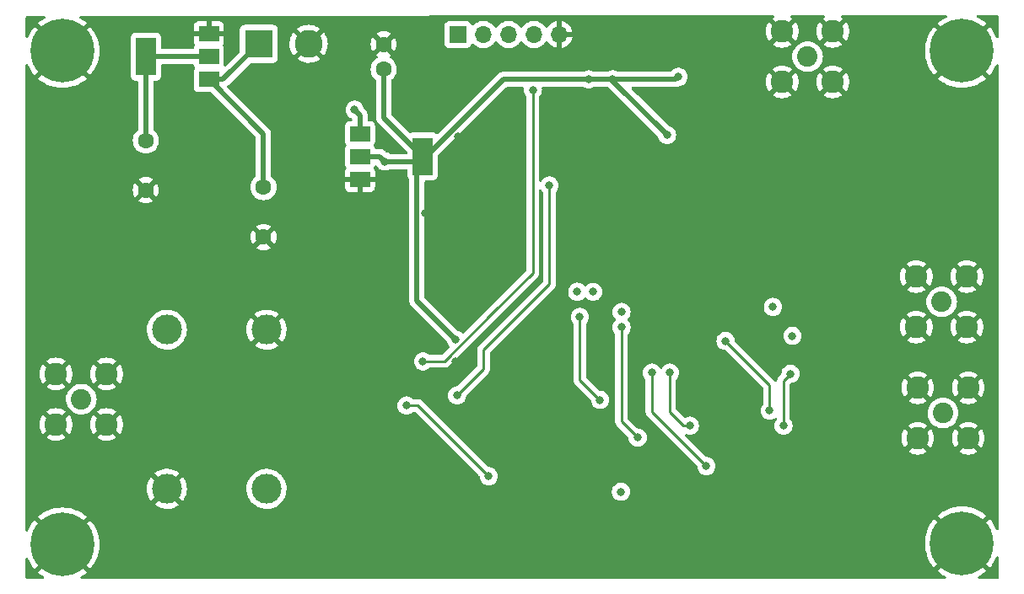
<source format=gbr>
%TF.GenerationSoftware,KiCad,Pcbnew,(6.0.0)*%
%TF.CreationDate,2022-06-16T16:12:24+02:00*%
%TF.ProjectId,sdrt41,73647274-3431-42e6-9b69-6361645f7063,rev?*%
%TF.SameCoordinates,Original*%
%TF.FileFunction,Copper,L4,Bot*%
%TF.FilePolarity,Positive*%
%FSLAX46Y46*%
G04 Gerber Fmt 4.6, Leading zero omitted, Abs format (unit mm)*
G04 Created by KiCad (PCBNEW (6.0.0)) date 2022-06-16 16:12:24*
%MOMM*%
%LPD*%
G01*
G04 APERTURE LIST*
%TA.AperFunction,ComponentPad*%
%ADD10C,2.050000*%
%TD*%
%TA.AperFunction,ComponentPad*%
%ADD11C,2.250000*%
%TD*%
%TA.AperFunction,ComponentPad*%
%ADD12C,0.800000*%
%TD*%
%TA.AperFunction,ComponentPad*%
%ADD13C,6.400000*%
%TD*%
%TA.AperFunction,ComponentPad*%
%ADD14C,1.600000*%
%TD*%
%TA.AperFunction,ComponentPad*%
%ADD15R,2.800000X2.800000*%
%TD*%
%TA.AperFunction,ComponentPad*%
%ADD16C,2.800000*%
%TD*%
%TA.AperFunction,ComponentPad*%
%ADD17C,3.000000*%
%TD*%
%TA.AperFunction,ComponentPad*%
%ADD18R,1.700000X1.700000*%
%TD*%
%TA.AperFunction,ComponentPad*%
%ADD19O,1.700000X1.700000*%
%TD*%
%TA.AperFunction,SMDPad,CuDef*%
%ADD20R,2.000000X1.500000*%
%TD*%
%TA.AperFunction,SMDPad,CuDef*%
%ADD21R,2.000000X3.800000*%
%TD*%
%TA.AperFunction,ViaPad*%
%ADD22C,0.800000*%
%TD*%
%TA.AperFunction,Conductor*%
%ADD23C,0.500000*%
%TD*%
%TA.AperFunction,Conductor*%
%ADD24C,0.250000*%
%TD*%
G04 APERTURE END LIST*
D10*
%TO.P,J6,1,In*%
%TO.N,Net-(C34-Pad2)*%
X116586000Y-92710000D03*
D11*
%TO.P,J6,2,Ext*%
%TO.N,GND*%
X119126000Y-90170000D03*
X114046000Y-90170000D03*
X119126000Y-95250000D03*
X114046000Y-95250000D03*
%TD*%
D12*
%TO.P,H1,1,1*%
%TO.N,GND*%
X116920944Y-69197056D03*
X121018000Y-67500000D03*
X120315056Y-65802944D03*
X120315056Y-69197056D03*
D13*
X118618000Y-67500000D03*
D12*
X118618000Y-65100000D03*
X116920944Y-65802944D03*
X118618000Y-69900000D03*
X116218000Y-67500000D03*
%TD*%
D10*
%TO.P,J4,1,In*%
%TO.N,Net-(C24-Pad1)*%
X103124000Y-68072000D03*
D11*
%TO.P,J4,2,Ext*%
%TO.N,GND*%
X100584000Y-65532000D03*
X105664000Y-65532000D03*
X105664000Y-70612000D03*
X100584000Y-70612000D03*
%TD*%
D10*
%TO.P,J2,1,In*%
%TO.N,Net-(J2-Pad1)*%
X30226000Y-102489000D03*
D11*
%TO.P,J2,2,Ext*%
%TO.N,GND*%
X32766000Y-105029000D03*
X32766000Y-99949000D03*
X27686000Y-105029000D03*
X27686000Y-99949000D03*
%TD*%
D10*
%TO.P,J5,1,In*%
%TO.N,Net-(C33-Pad2)*%
X116713000Y-103886000D03*
D11*
%TO.P,J5,2,Ext*%
%TO.N,GND*%
X119253000Y-101346000D03*
X119253000Y-106426000D03*
X114173000Y-106426000D03*
X114173000Y-101346000D03*
%TD*%
D14*
%TO.P,C5,1*%
%TO.N,+3V3*%
X60579000Y-69342000D03*
%TO.P,C5,2*%
%TO.N,GND*%
X60579000Y-66842000D03*
%TD*%
D12*
%TO.P,H4,1,1*%
%TO.N,GND*%
X26623944Y-69197056D03*
X30018056Y-69197056D03*
X30018056Y-65802944D03*
X26623944Y-65802944D03*
X28321000Y-69900000D03*
X30721000Y-67500000D03*
X28321000Y-65100000D03*
X25921000Y-67500000D03*
D13*
X28321000Y-67500000D03*
%TD*%
D15*
%TO.P,J1,1,Pin_1*%
%TO.N,+12V*%
X48046000Y-66782000D03*
D16*
%TO.P,J1,2,Pin_2*%
%TO.N,GND*%
X53046000Y-66782000D03*
%TD*%
D17*
%TO.P,T1,1,AA*%
%TO.N,Net-(J2-Pad1)*%
X38815000Y-95505000D03*
%TO.P,T1,2,AB*%
%TO.N,GND*%
X38815000Y-111505000D03*
%TO.P,T1,3,SA*%
X48815000Y-95505000D03*
%TO.P,T1,4,SB*%
%TO.N,Net-(C7-Pad1)*%
X48815000Y-111505000D03*
%TD*%
D14*
%TO.P,C4,1*%
%TO.N,+5V*%
X36703000Y-76494000D03*
%TO.P,C4,2*%
%TO.N,GND*%
X36703000Y-81494000D03*
%TD*%
D18*
%TO.P,J3,1,Pin_1*%
%TO.N,+5V*%
X68025000Y-65850000D03*
D19*
%TO.P,J3,2,Pin_2*%
%TO.N,SDA*%
X70565000Y-65850000D03*
%TO.P,J3,3,Pin_3*%
%TO.N,SCL*%
X73105000Y-65850000D03*
%TO.P,J3,4,Pin_4*%
%TO.N,RX-TX*%
X75645000Y-65850000D03*
%TO.P,J3,5,Pin_5*%
%TO.N,GND*%
X78185000Y-65850000D03*
%TD*%
D12*
%TO.P,H2,1,1*%
%TO.N,GND*%
X118618000Y-114567000D03*
X118618000Y-119367000D03*
X116920944Y-118664056D03*
X121018000Y-116967000D03*
X116218000Y-116967000D03*
D13*
X118618000Y-116967000D03*
D12*
X116920944Y-115269944D03*
X120315056Y-115269944D03*
X120315056Y-118664056D03*
%TD*%
D14*
%TO.P,C1,1*%
%TO.N,+12V*%
X48514000Y-81193000D03*
%TO.P,C1,2*%
%TO.N,GND*%
X48514000Y-86193000D03*
%TD*%
D12*
%TO.P,H3,1,1*%
%TO.N,GND*%
X25921000Y-117094000D03*
X30721000Y-117094000D03*
X30018056Y-118791056D03*
X26623944Y-118791056D03*
X30018056Y-115396944D03*
X28321000Y-119494000D03*
X26623944Y-115396944D03*
D13*
X28321000Y-117094000D03*
D12*
X28321000Y-114694000D03*
%TD*%
D20*
%TO.P,U2,1,GND*%
%TO.N,GND*%
X58191000Y-80405000D03*
D21*
%TO.P,U2,2,VO*%
%TO.N,+3V3*%
X64491000Y-78105000D03*
D20*
X58191000Y-78105000D03*
%TO.P,U2,3,VI*%
%TO.N,+5V*%
X58191000Y-75805000D03*
%TD*%
%TO.P,U1,1,GND*%
%TO.N,GND*%
X43028000Y-65772000D03*
D21*
%TO.P,U1,2,VO*%
%TO.N,+5V*%
X36728000Y-68072000D03*
D20*
X43028000Y-68072000D03*
%TO.P,U1,3,VI*%
%TO.N,+12V*%
X43028000Y-70372000D03*
%TD*%
D22*
%TO.N,GND*%
X83820000Y-66040000D03*
X109220000Y-66040000D03*
X73660000Y-118110000D03*
X109220000Y-113030000D03*
X90805000Y-112600000D03*
X119380000Y-87630000D03*
X38100000Y-118110000D03*
X68580000Y-118110000D03*
X62230000Y-83820000D03*
X96520000Y-87630000D03*
X26670000Y-86360000D03*
X34290000Y-90170000D03*
X76200000Y-118110000D03*
X69850000Y-90170000D03*
X71755000Y-85090000D03*
X107950000Y-87630000D03*
X60960000Y-90170000D03*
X48260000Y-118110000D03*
X55880000Y-118110000D03*
X81661000Y-98679000D03*
X29210000Y-90170000D03*
X115570000Y-87630000D03*
X88900000Y-85852000D03*
X82550000Y-88900000D03*
X92710000Y-83820000D03*
X73660000Y-90170000D03*
X46990000Y-90170000D03*
X64770000Y-83820000D03*
X69850000Y-71501000D03*
X59690000Y-83820000D03*
X44450000Y-90170000D03*
X88900000Y-66040000D03*
X31750000Y-110490000D03*
X111760000Y-110490000D03*
X89535000Y-79248000D03*
X74295000Y-85090000D03*
X82804000Y-85598000D03*
X67818000Y-98679000D03*
X92710000Y-81280000D03*
X50800000Y-118110000D03*
X92710000Y-87630000D03*
X67437000Y-83439000D03*
X111760000Y-87630000D03*
X78994000Y-85598000D03*
X41910000Y-90170000D03*
X66040000Y-118110000D03*
X91221000Y-102550000D03*
X40640000Y-118110000D03*
X101600000Y-118110000D03*
X82042000Y-94234000D03*
X78740000Y-118110000D03*
X26670000Y-78740000D03*
X96520000Y-118110000D03*
X89535000Y-90805000D03*
X45720000Y-118110000D03*
X26670000Y-82550000D03*
X81280000Y-118110000D03*
X70231000Y-77597000D03*
X26670000Y-74930000D03*
X119380000Y-81280000D03*
X71120000Y-118110000D03*
X39370000Y-90170000D03*
X86360000Y-118110000D03*
X49530000Y-90170000D03*
X31750000Y-90170000D03*
X92710000Y-74930000D03*
X86360000Y-87630000D03*
X88900000Y-87630000D03*
X68072000Y-76073000D03*
X60960000Y-118110000D03*
X58420000Y-90170000D03*
X36830000Y-90170000D03*
X90932000Y-85090000D03*
X88900000Y-118110000D03*
X94488000Y-73406000D03*
X92710000Y-78740000D03*
X35560000Y-118110000D03*
X71755000Y-98679000D03*
X114300000Y-66040000D03*
X91440000Y-118110000D03*
X66040000Y-92710000D03*
X26670000Y-90170000D03*
X58293000Y-80518000D03*
X60706000Y-80518000D03*
X55880000Y-90170000D03*
X90170000Y-73660000D03*
X26670000Y-110490000D03*
X100330000Y-87630000D03*
X106680000Y-115570000D03*
X26670000Y-93980000D03*
X63500000Y-118110000D03*
X57150000Y-83820000D03*
X104140000Y-87630000D03*
X119380000Y-76200000D03*
X58420000Y-118110000D03*
X82042000Y-81534000D03*
X86360000Y-85852000D03*
X43053000Y-65913000D03*
X53340000Y-118110000D03*
X99060000Y-118110000D03*
X43180000Y-118110000D03*
X71247000Y-82296000D03*
X83820000Y-118110000D03*
X93980000Y-118110000D03*
X104140000Y-118110000D03*
%TO.N,+5V*%
X57658000Y-73406000D03*
%TO.N,+3V3*%
X90170000Y-70104000D03*
X60706000Y-78613000D03*
X83566000Y-70358000D03*
X89027000Y-75946000D03*
X64491000Y-78588000D03*
X81153000Y-70358000D03*
X67818000Y-96520000D03*
%TO.N,+12V*%
X101600000Y-96139000D03*
X81587500Y-91700000D03*
X84455000Y-93726000D03*
X99646000Y-93218000D03*
%TO.N,Net-(C16-Pad2)*%
X62865000Y-103124000D03*
X71120000Y-110236000D03*
%TO.N,+12C*%
X86071000Y-106360000D03*
X84455000Y-95250000D03*
%TO.N,Net-(C29-Pad2)*%
X100711000Y-105156000D03*
X101412000Y-99949000D03*
%TO.N,RX-TX*%
X75550000Y-71400000D03*
X64516000Y-98694000D03*
%TO.N,Net-(R10-Pad1)*%
X82296000Y-102573500D03*
X80264000Y-94234000D03*
%TO.N,Net-(U3-Pad5)*%
X67945000Y-102108000D03*
X77216000Y-81026000D03*
%TO.N,Net-(R14-Pad2)*%
X91313000Y-105156000D03*
X89304500Y-99822000D03*
%TO.N,Net-(R14-Pad1)*%
X87503000Y-99822000D03*
X92964000Y-109220000D03*
%TO.N,Net-(C25-Pad2)*%
X80006500Y-91694000D03*
X84389000Y-111797500D03*
%TO.N,Net-(R25-Pad2)*%
X94892500Y-96647000D03*
X99314000Y-103632000D03*
%TD*%
D23*
%TO.N,+12V*%
X44456000Y-70372000D02*
X48046000Y-66782000D01*
X43028000Y-70372000D02*
X44456000Y-70372000D01*
X48514000Y-75858000D02*
X43028000Y-70372000D01*
X48514000Y-81193000D02*
X48514000Y-75858000D01*
%TO.N,+5V*%
X36728000Y-68072000D02*
X43028000Y-68072000D01*
X36703000Y-68097000D02*
X36728000Y-68072000D01*
X43028000Y-68072000D02*
X43278000Y-68072000D01*
X36703000Y-76494000D02*
X36703000Y-68097000D01*
X58191000Y-75805000D02*
X58191000Y-73939000D01*
X58191000Y-73939000D02*
X57658000Y-73406000D01*
%TO.N,+3V3*%
X83566000Y-70485000D02*
X83566000Y-70358000D01*
X64466000Y-78613000D02*
X64491000Y-78588000D01*
X89916000Y-70358000D02*
X90170000Y-70104000D01*
X89027000Y-75946000D02*
X83566000Y-70485000D01*
X83566000Y-70358000D02*
X81153000Y-70358000D01*
X63920489Y-78675511D02*
X64491000Y-78105000D01*
X60198000Y-78105000D02*
X60706000Y-78613000D01*
X67818000Y-96520000D02*
X63920489Y-92622489D01*
X60579000Y-74193000D02*
X64491000Y-78105000D01*
X64838609Y-78105000D02*
X64491000Y-78105000D01*
X83566000Y-70358000D02*
X89916000Y-70358000D01*
X58191000Y-78105000D02*
X60198000Y-78105000D01*
X81153000Y-70358000D02*
X72585609Y-70358000D01*
X64491000Y-78588000D02*
X64491000Y-78105000D01*
X72585609Y-70358000D02*
X64838609Y-78105000D01*
X63920489Y-92622489D02*
X63920489Y-78675511D01*
X60706000Y-78613000D02*
X64466000Y-78613000D01*
X60579000Y-69342000D02*
X60579000Y-74193000D01*
D24*
%TO.N,Net-(C16-Pad2)*%
X71120000Y-110236000D02*
X64008000Y-103124000D01*
X64008000Y-103124000D02*
X62865000Y-103124000D01*
%TO.N,+12C*%
X84455000Y-104744000D02*
X86071000Y-106360000D01*
X84455000Y-95250000D02*
X84455000Y-104744000D01*
%TO.N,Net-(C29-Pad2)*%
X100711000Y-105156000D02*
X100711000Y-100650000D01*
X100711000Y-100650000D02*
X101412000Y-99949000D01*
%TO.N,RX-TX*%
X66668614Y-98694000D02*
X71631307Y-93731307D01*
X75550000Y-89812614D02*
X75550000Y-71400000D01*
X71631307Y-93731307D02*
X75550000Y-89812614D01*
X64516000Y-98694000D02*
X66668614Y-98694000D01*
%TO.N,Net-(R10-Pad1)*%
X80264000Y-100541500D02*
X80264000Y-94234000D01*
X82296000Y-102573500D02*
X80264000Y-100541500D01*
%TO.N,Net-(U3-Pad5)*%
X77216000Y-90932000D02*
X77216000Y-81026000D01*
X70612000Y-97536000D02*
X77216000Y-90932000D01*
X70612000Y-99441000D02*
X70612000Y-97536000D01*
X67945000Y-102108000D02*
X70612000Y-99441000D01*
%TO.N,Net-(R14-Pad2)*%
X89281000Y-99845500D02*
X89281000Y-103759000D01*
X89281000Y-103759000D02*
X90678000Y-105156000D01*
X90678000Y-105156000D02*
X91313000Y-105156000D01*
X89304500Y-99822000D02*
X89281000Y-99845500D01*
%TO.N,Net-(R14-Pad1)*%
X87503000Y-103759000D02*
X92964000Y-109220000D01*
X87503000Y-99822000D02*
X87503000Y-103759000D01*
%TO.N,Net-(R25-Pad2)*%
X99314000Y-103632000D02*
X99314000Y-101068500D01*
X99314000Y-101068500D02*
X94892500Y-96647000D01*
%TD*%
%TA.AperFunction,Conductor*%
%TO.N,GND*%
G36*
X122242984Y-63901731D02*
G01*
X122289546Y-63955327D01*
X122301000Y-64007817D01*
X122301000Y-66067800D01*
X122280998Y-66135921D01*
X122227342Y-66182414D01*
X122157068Y-66192518D01*
X122092488Y-66163024D01*
X122057369Y-66112954D01*
X122011260Y-65992836D01*
X122008578Y-65986811D01*
X121835128Y-65646397D01*
X121831831Y-65640687D01*
X121623742Y-65320258D01*
X121619877Y-65314939D01*
X121426522Y-65076165D01*
X121414267Y-65067700D01*
X121403176Y-65074034D01*
X118990022Y-67487188D01*
X118982408Y-67501132D01*
X118982539Y-67502965D01*
X118986790Y-67509580D01*
X121402310Y-69925100D01*
X121415386Y-69932241D01*
X121425753Y-69924784D01*
X121619877Y-69685061D01*
X121623747Y-69679735D01*
X121831831Y-69359313D01*
X121835128Y-69353603D01*
X122008578Y-69013189D01*
X122011260Y-69007164D01*
X122057369Y-68887046D01*
X122100455Y-68830618D01*
X122167208Y-68806441D01*
X122236435Y-68822192D01*
X122286157Y-68872870D01*
X122301000Y-68932200D01*
X122301000Y-115534800D01*
X122280998Y-115602921D01*
X122227342Y-115649414D01*
X122157068Y-115659518D01*
X122092488Y-115630024D01*
X122057369Y-115579954D01*
X122011260Y-115459836D01*
X122008578Y-115453811D01*
X121835128Y-115113397D01*
X121831831Y-115107687D01*
X121623747Y-114787265D01*
X121619877Y-114781939D01*
X121426522Y-114543165D01*
X121414267Y-114534700D01*
X121403176Y-114541034D01*
X118990022Y-116954188D01*
X118982408Y-116968132D01*
X118982539Y-116969965D01*
X118986790Y-116976580D01*
X121402310Y-119392100D01*
X121415386Y-119399241D01*
X121425753Y-119391784D01*
X121619877Y-119152061D01*
X121623747Y-119146735D01*
X121831831Y-118826313D01*
X121835128Y-118820603D01*
X122008578Y-118480189D01*
X122011260Y-118474164D01*
X122057369Y-118354046D01*
X122100455Y-118297618D01*
X122167208Y-118273441D01*
X122236435Y-118289192D01*
X122286157Y-118339870D01*
X122301000Y-118399200D01*
X122301000Y-120397000D01*
X122280998Y-120465121D01*
X122227342Y-120511614D01*
X122175000Y-120523000D01*
X120331358Y-120523000D01*
X120263237Y-120502998D01*
X120216744Y-120449342D01*
X120206640Y-120379068D01*
X120236134Y-120314488D01*
X120274155Y-120284733D01*
X120471606Y-120184127D01*
X120477315Y-120180830D01*
X120797728Y-119972751D01*
X120803065Y-119968874D01*
X121041835Y-119775522D01*
X121050300Y-119763267D01*
X121043966Y-119752176D01*
X118630812Y-117339022D01*
X118616868Y-117331408D01*
X118615035Y-117331539D01*
X118608420Y-117335790D01*
X116192900Y-119751310D01*
X116185759Y-119764386D01*
X116193216Y-119774753D01*
X116432935Y-119968874D01*
X116438272Y-119972751D01*
X116758685Y-120180830D01*
X116764394Y-120184127D01*
X116961845Y-120284733D01*
X117013460Y-120333481D01*
X117030526Y-120402396D01*
X117007625Y-120469598D01*
X116952028Y-120513750D01*
X116904642Y-120523000D01*
X30274351Y-120523000D01*
X30206230Y-120502998D01*
X30159737Y-120449342D01*
X30149633Y-120379068D01*
X30179127Y-120314488D01*
X30205726Y-120291328D01*
X30500728Y-120099751D01*
X30506065Y-120095874D01*
X30744835Y-119902522D01*
X30753300Y-119890267D01*
X30746966Y-119879176D01*
X28333812Y-117466022D01*
X28319868Y-117458408D01*
X28318035Y-117458539D01*
X28311420Y-117462790D01*
X25895900Y-119878310D01*
X25888759Y-119891386D01*
X25896216Y-119901753D01*
X26135935Y-120095874D01*
X26141272Y-120099751D01*
X26436274Y-120291328D01*
X26482510Y-120345204D01*
X26492280Y-120415525D01*
X26462480Y-120479965D01*
X26402571Y-120518064D01*
X26367649Y-120523000D01*
X24764000Y-120523000D01*
X24695879Y-120502998D01*
X24649386Y-120449342D01*
X24638000Y-120397000D01*
X24638000Y-118526200D01*
X24658002Y-118458079D01*
X24711658Y-118411586D01*
X24781932Y-118401482D01*
X24846512Y-118430976D01*
X24881631Y-118481046D01*
X24927740Y-118601164D01*
X24930422Y-118607189D01*
X25103872Y-118947603D01*
X25107169Y-118953313D01*
X25315253Y-119273735D01*
X25319123Y-119279061D01*
X25512478Y-119517835D01*
X25524733Y-119526300D01*
X25535824Y-119519966D01*
X27948978Y-117106812D01*
X27955356Y-117095132D01*
X28685408Y-117095132D01*
X28685539Y-117096965D01*
X28689790Y-117103580D01*
X31105310Y-119519100D01*
X31118386Y-119526241D01*
X31128753Y-119518784D01*
X31322877Y-119279061D01*
X31326747Y-119273735D01*
X31534831Y-118953313D01*
X31538128Y-118947603D01*
X31711578Y-118607189D01*
X31714260Y-118601164D01*
X31851171Y-118244498D01*
X31853212Y-118238216D01*
X31952094Y-117869184D01*
X31953465Y-117862734D01*
X32013234Y-117485371D01*
X32013920Y-117478833D01*
X32033916Y-117097301D01*
X32033916Y-117090699D01*
X32027606Y-116970301D01*
X114905084Y-116970301D01*
X114925080Y-117351833D01*
X114925766Y-117358371D01*
X114985535Y-117735734D01*
X114986906Y-117742184D01*
X115085788Y-118111216D01*
X115087829Y-118117498D01*
X115224740Y-118474164D01*
X115227422Y-118480189D01*
X115400872Y-118820603D01*
X115404169Y-118826313D01*
X115612253Y-119146735D01*
X115616123Y-119152061D01*
X115809478Y-119390835D01*
X115821733Y-119399300D01*
X115832824Y-119392966D01*
X118245978Y-116979812D01*
X118253592Y-116965868D01*
X118253461Y-116964035D01*
X118249210Y-116957420D01*
X115833690Y-114541900D01*
X115820614Y-114534759D01*
X115810247Y-114542216D01*
X115616123Y-114781939D01*
X115612253Y-114787265D01*
X115404169Y-115107687D01*
X115400872Y-115113397D01*
X115227422Y-115453811D01*
X115224740Y-115459836D01*
X115087829Y-115816502D01*
X115085788Y-115822784D01*
X114986906Y-116191816D01*
X114985535Y-116198266D01*
X114925766Y-116575629D01*
X114925080Y-116582167D01*
X114905084Y-116963699D01*
X114905084Y-116970301D01*
X32027606Y-116970301D01*
X32013920Y-116709167D01*
X32013234Y-116702629D01*
X31953465Y-116325266D01*
X31952094Y-116318816D01*
X31853212Y-115949784D01*
X31851171Y-115943502D01*
X31714260Y-115586836D01*
X31711578Y-115580811D01*
X31538128Y-115240397D01*
X31534831Y-115234687D01*
X31326747Y-114914265D01*
X31322877Y-114908939D01*
X31129522Y-114670165D01*
X31117267Y-114661700D01*
X31106176Y-114668034D01*
X28693022Y-117081188D01*
X28685408Y-117095132D01*
X27955356Y-117095132D01*
X27956592Y-117092868D01*
X27956461Y-117091035D01*
X27952210Y-117084420D01*
X25536690Y-114668900D01*
X25523614Y-114661759D01*
X25513247Y-114669216D01*
X25319123Y-114908939D01*
X25315253Y-114914265D01*
X25107169Y-115234687D01*
X25103872Y-115240397D01*
X24930422Y-115580811D01*
X24927740Y-115586836D01*
X24881631Y-115706954D01*
X24838545Y-115763382D01*
X24771792Y-115787559D01*
X24702565Y-115771808D01*
X24652843Y-115721130D01*
X24638000Y-115661800D01*
X24638000Y-114297733D01*
X25888700Y-114297733D01*
X25895034Y-114308824D01*
X28308188Y-116721978D01*
X28322132Y-116729592D01*
X28323965Y-116729461D01*
X28330580Y-116725210D01*
X30746100Y-114309690D01*
X30753241Y-114296614D01*
X30745784Y-114286247D01*
X30603136Y-114170733D01*
X116185700Y-114170733D01*
X116192034Y-114181824D01*
X118605188Y-116594978D01*
X118619132Y-116602592D01*
X118620965Y-116602461D01*
X118627580Y-116598210D01*
X121043100Y-114182690D01*
X121050241Y-114169614D01*
X121042784Y-114159247D01*
X120803065Y-113965126D01*
X120797728Y-113961249D01*
X120477315Y-113753170D01*
X120471606Y-113749873D01*
X120131189Y-113576422D01*
X120125164Y-113573740D01*
X119768498Y-113436829D01*
X119762216Y-113434788D01*
X119393184Y-113335906D01*
X119386734Y-113334535D01*
X119009371Y-113274766D01*
X119002833Y-113274080D01*
X118621301Y-113254084D01*
X118614699Y-113254084D01*
X118233167Y-113274080D01*
X118226629Y-113274766D01*
X117849266Y-113334535D01*
X117842816Y-113335906D01*
X117473784Y-113434788D01*
X117467502Y-113436829D01*
X117110836Y-113573740D01*
X117104811Y-113576422D01*
X116764397Y-113749872D01*
X116758687Y-113753169D01*
X116438265Y-113961253D01*
X116432939Y-113965123D01*
X116194165Y-114158478D01*
X116185700Y-114170733D01*
X30603136Y-114170733D01*
X30506065Y-114092126D01*
X30500728Y-114088249D01*
X30180315Y-113880170D01*
X30174606Y-113876873D01*
X29834189Y-113703422D01*
X29828164Y-113700740D01*
X29471498Y-113563829D01*
X29465216Y-113561788D01*
X29096184Y-113462906D01*
X29089734Y-113461535D01*
X28712371Y-113401766D01*
X28705833Y-113401080D01*
X28324301Y-113381084D01*
X28317699Y-113381084D01*
X27936167Y-113401080D01*
X27929629Y-113401766D01*
X27552266Y-113461535D01*
X27545816Y-113462906D01*
X27176784Y-113561788D01*
X27170502Y-113563829D01*
X26813836Y-113700740D01*
X26807811Y-113703422D01*
X26467397Y-113876872D01*
X26461687Y-113880169D01*
X26141265Y-114088253D01*
X26135939Y-114092123D01*
X25897165Y-114285478D01*
X25888700Y-114297733D01*
X24638000Y-114297733D01*
X24638000Y-113094654D01*
X37590618Y-113094654D01*
X37597673Y-113104627D01*
X37628679Y-113130551D01*
X37635598Y-113135579D01*
X37860272Y-113276515D01*
X37867807Y-113280556D01*
X38109520Y-113389694D01*
X38117551Y-113392680D01*
X38371832Y-113468002D01*
X38380184Y-113469869D01*
X38642340Y-113509984D01*
X38650874Y-113510700D01*
X38916045Y-113514867D01*
X38924596Y-113514418D01*
X39187883Y-113482557D01*
X39196284Y-113480955D01*
X39452824Y-113413653D01*
X39460926Y-113410926D01*
X39705949Y-113309434D01*
X39713617Y-113305628D01*
X39942598Y-113171822D01*
X39949679Y-113167009D01*
X40029655Y-113104301D01*
X40038125Y-113092442D01*
X40031608Y-113080818D01*
X38827812Y-111877022D01*
X38813868Y-111869408D01*
X38812035Y-111869539D01*
X38805420Y-111873790D01*
X37597910Y-113081300D01*
X37590618Y-113094654D01*
X24638000Y-113094654D01*
X24638000Y-111488204D01*
X36802665Y-111488204D01*
X36817932Y-111752969D01*
X36819005Y-111761470D01*
X36870065Y-112021722D01*
X36872276Y-112029974D01*
X36958184Y-112280894D01*
X36961499Y-112288779D01*
X37080664Y-112525713D01*
X37085020Y-112533079D01*
X37214347Y-112721250D01*
X37224601Y-112729594D01*
X37238342Y-112722448D01*
X38442978Y-111517812D01*
X38449356Y-111506132D01*
X39179408Y-111506132D01*
X39179539Y-111507965D01*
X39183790Y-111514580D01*
X40390730Y-112721520D01*
X40402939Y-112728187D01*
X40414439Y-112719497D01*
X40511831Y-112586913D01*
X40516418Y-112579685D01*
X40642962Y-112346621D01*
X40646530Y-112338827D01*
X40740271Y-112090750D01*
X40742748Y-112082544D01*
X40801954Y-111824038D01*
X40803294Y-111815577D01*
X40827031Y-111549616D01*
X40827277Y-111544677D01*
X40827666Y-111507485D01*
X40827523Y-111502519D01*
X40826255Y-111483918D01*
X46801917Y-111483918D01*
X46817682Y-111757320D01*
X46818507Y-111761525D01*
X46818508Y-111761533D01*
X46839698Y-111869539D01*
X46870405Y-112026053D01*
X46871792Y-112030103D01*
X46871793Y-112030108D01*
X46892605Y-112090895D01*
X46959112Y-112285144D01*
X47082160Y-112529799D01*
X47084586Y-112533328D01*
X47084589Y-112533334D01*
X47213741Y-112721250D01*
X47237274Y-112755490D01*
X47421582Y-112958043D01*
X47631675Y-113133707D01*
X47635316Y-113135991D01*
X47860024Y-113276951D01*
X47860028Y-113276953D01*
X47863664Y-113279234D01*
X47931544Y-113309883D01*
X48109345Y-113390164D01*
X48109349Y-113390166D01*
X48113257Y-113391930D01*
X48117377Y-113393150D01*
X48117376Y-113393150D01*
X48371723Y-113468491D01*
X48371727Y-113468492D01*
X48375836Y-113469709D01*
X48380070Y-113470357D01*
X48380075Y-113470358D01*
X48642298Y-113510483D01*
X48642300Y-113510483D01*
X48646540Y-113511132D01*
X48785912Y-113513322D01*
X48916071Y-113515367D01*
X48916077Y-113515367D01*
X48920362Y-113515434D01*
X49192235Y-113482534D01*
X49457127Y-113413041D01*
X49461087Y-113411401D01*
X49461092Y-113411399D01*
X49643347Y-113335906D01*
X49710136Y-113308241D01*
X49946582Y-113170073D01*
X50162089Y-113001094D01*
X50203809Y-112958043D01*
X50349686Y-112807509D01*
X50352669Y-112804431D01*
X50355202Y-112800983D01*
X50355206Y-112800978D01*
X50512257Y-112587178D01*
X50514795Y-112583723D01*
X50516841Y-112579955D01*
X50643418Y-112346830D01*
X50643419Y-112346828D01*
X50645468Y-112343054D01*
X50742269Y-112086877D01*
X50803407Y-111819933D01*
X50804824Y-111804065D01*
X50805410Y-111797500D01*
X83475496Y-111797500D01*
X83476186Y-111804065D01*
X83483068Y-111869539D01*
X83495458Y-111987428D01*
X83554473Y-112169056D01*
X83649960Y-112334444D01*
X83777747Y-112476366D01*
X83876843Y-112548364D01*
X83925511Y-112583723D01*
X83932248Y-112588618D01*
X83938276Y-112591302D01*
X83938278Y-112591303D01*
X84100681Y-112663609D01*
X84106712Y-112666294D01*
X84200112Y-112686147D01*
X84287056Y-112704628D01*
X84287061Y-112704628D01*
X84293513Y-112706000D01*
X84484487Y-112706000D01*
X84490939Y-112704628D01*
X84490944Y-112704628D01*
X84577888Y-112686147D01*
X84671288Y-112666294D01*
X84677319Y-112663609D01*
X84839722Y-112591303D01*
X84839724Y-112591302D01*
X84845752Y-112588618D01*
X84852490Y-112583723D01*
X84901157Y-112548364D01*
X85000253Y-112476366D01*
X85128040Y-112334444D01*
X85223527Y-112169056D01*
X85282542Y-111987428D01*
X85294933Y-111869539D01*
X85301814Y-111804065D01*
X85302504Y-111797500D01*
X85282542Y-111607572D01*
X85223527Y-111425944D01*
X85128040Y-111260556D01*
X85106041Y-111236123D01*
X85004675Y-111123545D01*
X85004674Y-111123544D01*
X85000253Y-111118634D01*
X84845752Y-111006382D01*
X84839724Y-111003698D01*
X84839722Y-111003697D01*
X84677319Y-110931391D01*
X84677318Y-110931391D01*
X84671288Y-110928706D01*
X84577888Y-110908853D01*
X84490944Y-110890372D01*
X84490939Y-110890372D01*
X84484487Y-110889000D01*
X84293513Y-110889000D01*
X84287061Y-110890372D01*
X84287056Y-110890372D01*
X84200112Y-110908853D01*
X84106712Y-110928706D01*
X84100682Y-110931391D01*
X84100681Y-110931391D01*
X83938278Y-111003697D01*
X83938276Y-111003698D01*
X83932248Y-111006382D01*
X83777747Y-111118634D01*
X83773326Y-111123544D01*
X83773325Y-111123545D01*
X83671960Y-111236123D01*
X83649960Y-111260556D01*
X83554473Y-111425944D01*
X83495458Y-111607572D01*
X83475496Y-111797500D01*
X50805410Y-111797500D01*
X50827531Y-111549627D01*
X50827532Y-111549616D01*
X50827751Y-111547161D01*
X50828193Y-111505000D01*
X50822804Y-111425944D01*
X50809859Y-111236055D01*
X50809858Y-111236049D01*
X50809567Y-111231778D01*
X50754032Y-110963612D01*
X50662617Y-110705465D01*
X50537013Y-110462112D01*
X50527040Y-110447921D01*
X50382008Y-110241562D01*
X50379545Y-110238057D01*
X50309466Y-110162643D01*
X50196046Y-110040588D01*
X50196043Y-110040585D01*
X50193125Y-110037445D01*
X50189810Y-110034731D01*
X50189806Y-110034728D01*
X49984523Y-109866706D01*
X49981205Y-109863990D01*
X49747704Y-109720901D01*
X49743768Y-109719173D01*
X49500873Y-109612549D01*
X49500869Y-109612548D01*
X49496945Y-109610825D01*
X49233566Y-109535800D01*
X49229324Y-109535196D01*
X49229318Y-109535195D01*
X49028834Y-109506662D01*
X48962443Y-109497213D01*
X48818589Y-109496460D01*
X48692877Y-109495802D01*
X48692871Y-109495802D01*
X48688591Y-109495780D01*
X48684347Y-109496339D01*
X48684343Y-109496339D01*
X48565302Y-109512011D01*
X48417078Y-109531525D01*
X48412938Y-109532658D01*
X48412936Y-109532658D01*
X48340008Y-109552609D01*
X48152928Y-109603788D01*
X48148980Y-109605472D01*
X47904982Y-109709546D01*
X47904978Y-109709548D01*
X47901030Y-109711232D01*
X47816450Y-109761852D01*
X47669725Y-109849664D01*
X47669721Y-109849667D01*
X47666043Y-109851868D01*
X47452318Y-110023094D01*
X47263808Y-110221742D01*
X47104002Y-110444136D01*
X46975857Y-110686161D01*
X46974385Y-110690184D01*
X46974383Y-110690188D01*
X46893959Y-110909955D01*
X46881743Y-110943337D01*
X46823404Y-111210907D01*
X46801917Y-111483918D01*
X40826255Y-111483918D01*
X40809362Y-111236123D01*
X40808201Y-111227649D01*
X40754419Y-110967944D01*
X40752120Y-110959709D01*
X40663588Y-110709705D01*
X40660191Y-110701854D01*
X40538550Y-110466178D01*
X40534122Y-110458866D01*
X40415031Y-110289417D01*
X40404509Y-110281037D01*
X40391121Y-110288089D01*
X39187022Y-111492188D01*
X39179408Y-111506132D01*
X38449356Y-111506132D01*
X38450592Y-111503868D01*
X38450461Y-111502035D01*
X38446210Y-111495420D01*
X37238814Y-110288024D01*
X37226804Y-110281466D01*
X37215064Y-110290434D01*
X37106935Y-110440911D01*
X37102418Y-110448196D01*
X36978325Y-110682567D01*
X36974839Y-110690395D01*
X36883700Y-110939446D01*
X36881311Y-110947670D01*
X36824812Y-111206795D01*
X36823563Y-111215250D01*
X36802754Y-111479653D01*
X36802665Y-111488204D01*
X24638000Y-111488204D01*
X24638000Y-109917500D01*
X37591584Y-109917500D01*
X37597980Y-109928770D01*
X38802188Y-111132978D01*
X38816132Y-111140592D01*
X38817965Y-111140461D01*
X38824580Y-111136210D01*
X40031604Y-109929186D01*
X40038795Y-109916017D01*
X40031473Y-109905780D01*
X39984233Y-109867115D01*
X39977261Y-109862160D01*
X39751122Y-109723582D01*
X39743552Y-109719624D01*
X39500704Y-109613022D01*
X39492644Y-109610120D01*
X39237592Y-109537467D01*
X39229214Y-109535685D01*
X38966656Y-109498318D01*
X38958111Y-109497691D01*
X38692908Y-109496302D01*
X38684374Y-109496839D01*
X38421433Y-109531456D01*
X38413035Y-109533149D01*
X38157238Y-109603127D01*
X38149143Y-109605946D01*
X37905199Y-109709997D01*
X37897577Y-109713881D01*
X37670013Y-109850075D01*
X37662981Y-109854962D01*
X37600053Y-109905377D01*
X37591584Y-109917500D01*
X24638000Y-109917500D01*
X24638000Y-106353471D01*
X26726884Y-106353471D01*
X26730570Y-106358740D01*
X26938121Y-106485927D01*
X26946915Y-106490408D01*
X27175242Y-106584984D01*
X27184627Y-106588033D01*
X27424940Y-106645728D01*
X27434687Y-106647271D01*
X27681070Y-106666662D01*
X27690930Y-106666662D01*
X27937313Y-106647271D01*
X27947060Y-106645728D01*
X28187373Y-106588033D01*
X28196758Y-106584984D01*
X28425085Y-106490408D01*
X28433879Y-106485927D01*
X28639928Y-106359660D01*
X28643968Y-106353471D01*
X31806884Y-106353471D01*
X31810570Y-106358740D01*
X32018121Y-106485927D01*
X32026915Y-106490408D01*
X32255242Y-106584984D01*
X32264627Y-106588033D01*
X32504940Y-106645728D01*
X32514687Y-106647271D01*
X32761070Y-106666662D01*
X32770930Y-106666662D01*
X33017313Y-106647271D01*
X33027060Y-106645728D01*
X33267373Y-106588033D01*
X33276758Y-106584984D01*
X33505085Y-106490408D01*
X33513879Y-106485927D01*
X33719928Y-106359660D01*
X33725190Y-106351599D01*
X33719183Y-106341393D01*
X32778812Y-105401022D01*
X32764868Y-105393408D01*
X32763035Y-105393539D01*
X32756420Y-105397790D01*
X31814276Y-106339934D01*
X31806884Y-106353471D01*
X28643968Y-106353471D01*
X28645190Y-106351599D01*
X28639183Y-106341393D01*
X27698812Y-105401022D01*
X27684868Y-105393408D01*
X27683035Y-105393539D01*
X27676420Y-105397790D01*
X26734276Y-106339934D01*
X26726884Y-106353471D01*
X24638000Y-106353471D01*
X24638000Y-105033930D01*
X26048338Y-105033930D01*
X26067729Y-105280313D01*
X26069272Y-105290060D01*
X26126967Y-105530373D01*
X26130016Y-105539758D01*
X26224592Y-105768085D01*
X26229073Y-105776879D01*
X26355340Y-105982928D01*
X26363401Y-105988190D01*
X26373607Y-105982183D01*
X27313978Y-105041812D01*
X27320356Y-105030132D01*
X28050408Y-105030132D01*
X28050539Y-105031965D01*
X28054790Y-105038580D01*
X28996934Y-105980724D01*
X29010471Y-105988116D01*
X29015740Y-105984430D01*
X29142927Y-105776879D01*
X29147408Y-105768085D01*
X29241984Y-105539758D01*
X29245033Y-105530373D01*
X29302728Y-105290060D01*
X29304271Y-105280313D01*
X29323662Y-105033930D01*
X31128338Y-105033930D01*
X31147729Y-105280313D01*
X31149272Y-105290060D01*
X31206967Y-105530373D01*
X31210016Y-105539758D01*
X31304592Y-105768085D01*
X31309073Y-105776879D01*
X31435340Y-105982928D01*
X31443401Y-105988190D01*
X31453607Y-105982183D01*
X32393978Y-105041812D01*
X32400356Y-105030132D01*
X33130408Y-105030132D01*
X33130539Y-105031965D01*
X33134790Y-105038580D01*
X34076934Y-105980724D01*
X34090471Y-105988116D01*
X34095740Y-105984430D01*
X34222927Y-105776879D01*
X34227408Y-105768085D01*
X34321984Y-105539758D01*
X34325033Y-105530373D01*
X34382728Y-105290060D01*
X34384271Y-105280313D01*
X34403662Y-105033930D01*
X34403662Y-105024070D01*
X34384271Y-104777687D01*
X34382728Y-104767940D01*
X34325033Y-104527627D01*
X34321984Y-104518242D01*
X34227408Y-104289915D01*
X34222927Y-104281121D01*
X34096660Y-104075072D01*
X34088599Y-104069810D01*
X34078393Y-104075817D01*
X33138022Y-105016188D01*
X33130408Y-105030132D01*
X32400356Y-105030132D01*
X32401592Y-105027868D01*
X32401461Y-105026035D01*
X32397210Y-105019420D01*
X31455066Y-104077276D01*
X31441529Y-104069884D01*
X31436260Y-104073570D01*
X31309073Y-104281121D01*
X31304592Y-104289915D01*
X31210016Y-104518242D01*
X31206967Y-104527627D01*
X31149272Y-104767940D01*
X31147729Y-104777687D01*
X31128338Y-105024070D01*
X31128338Y-105033930D01*
X29323662Y-105033930D01*
X29323662Y-105024070D01*
X29304271Y-104777687D01*
X29302728Y-104767940D01*
X29245033Y-104527627D01*
X29241984Y-104518242D01*
X29147408Y-104289915D01*
X29142927Y-104281121D01*
X29016660Y-104075072D01*
X29008599Y-104069810D01*
X28998393Y-104075817D01*
X28058022Y-105016188D01*
X28050408Y-105030132D01*
X27320356Y-105030132D01*
X27321592Y-105027868D01*
X27321461Y-105026035D01*
X27317210Y-105019420D01*
X26375066Y-104077276D01*
X26361529Y-104069884D01*
X26356260Y-104073570D01*
X26229073Y-104281121D01*
X26224592Y-104289915D01*
X26130016Y-104518242D01*
X26126967Y-104527627D01*
X26069272Y-104767940D01*
X26067729Y-104777687D01*
X26048338Y-105024070D01*
X26048338Y-105033930D01*
X24638000Y-105033930D01*
X24638000Y-103706401D01*
X26726810Y-103706401D01*
X26732817Y-103716607D01*
X27673188Y-104656978D01*
X27687132Y-104664592D01*
X27688965Y-104664461D01*
X27695580Y-104660210D01*
X28637724Y-103718066D01*
X28645116Y-103704529D01*
X28641430Y-103699260D01*
X28433879Y-103572073D01*
X28425085Y-103567592D01*
X28196758Y-103473016D01*
X28187373Y-103469967D01*
X27947060Y-103412272D01*
X27937313Y-103410729D01*
X27690930Y-103391338D01*
X27681070Y-103391338D01*
X27434687Y-103410729D01*
X27424940Y-103412272D01*
X27184627Y-103469967D01*
X27175242Y-103473016D01*
X26946915Y-103567592D01*
X26938121Y-103572073D01*
X26732072Y-103698340D01*
X26726810Y-103706401D01*
X24638000Y-103706401D01*
X24638000Y-102489000D01*
X28687758Y-102489000D01*
X28706696Y-102729634D01*
X28707850Y-102734441D01*
X28707851Y-102734447D01*
X28722411Y-102795091D01*
X28763045Y-102964343D01*
X28764938Y-102968914D01*
X28764939Y-102968916D01*
X28826458Y-103117435D01*
X28855416Y-103187347D01*
X28981536Y-103393156D01*
X29138299Y-103576701D01*
X29321844Y-103733464D01*
X29527653Y-103859584D01*
X29532223Y-103861477D01*
X29532227Y-103861479D01*
X29746084Y-103950061D01*
X29750657Y-103951955D01*
X29802623Y-103964431D01*
X29980553Y-104007149D01*
X29980559Y-104007150D01*
X29985366Y-104008304D01*
X30226000Y-104027242D01*
X30466634Y-104008304D01*
X30471441Y-104007150D01*
X30471447Y-104007149D01*
X30649377Y-103964431D01*
X30701343Y-103951955D01*
X30705916Y-103950061D01*
X30919773Y-103861479D01*
X30919777Y-103861477D01*
X30924347Y-103859584D01*
X31130156Y-103733464D01*
X31161843Y-103706401D01*
X31806810Y-103706401D01*
X31812817Y-103716607D01*
X32753188Y-104656978D01*
X32767132Y-104664592D01*
X32768965Y-104664461D01*
X32775580Y-104660210D01*
X33717724Y-103718066D01*
X33725116Y-103704529D01*
X33721430Y-103699260D01*
X33513879Y-103572073D01*
X33505085Y-103567592D01*
X33276758Y-103473016D01*
X33267373Y-103469967D01*
X33027060Y-103412272D01*
X33017313Y-103410729D01*
X32770930Y-103391338D01*
X32761070Y-103391338D01*
X32514687Y-103410729D01*
X32504940Y-103412272D01*
X32264627Y-103469967D01*
X32255242Y-103473016D01*
X32026915Y-103567592D01*
X32018121Y-103572073D01*
X31812072Y-103698340D01*
X31806810Y-103706401D01*
X31161843Y-103706401D01*
X31313701Y-103576701D01*
X31470464Y-103393156D01*
X31596584Y-103187347D01*
X31622824Y-103124000D01*
X61951496Y-103124000D01*
X61971458Y-103313928D01*
X62030473Y-103495556D01*
X62125960Y-103660944D01*
X62130378Y-103665851D01*
X62130379Y-103665852D01*
X62223216Y-103768958D01*
X62253747Y-103802866D01*
X62408248Y-103915118D01*
X62414276Y-103917802D01*
X62414278Y-103917803D01*
X62576681Y-103990109D01*
X62582712Y-103992794D01*
X62675858Y-104012593D01*
X62763056Y-104031128D01*
X62763061Y-104031128D01*
X62769513Y-104032500D01*
X62960487Y-104032500D01*
X62966939Y-104031128D01*
X62966944Y-104031128D01*
X63054142Y-104012593D01*
X63147288Y-103992794D01*
X63153319Y-103990109D01*
X63315722Y-103917803D01*
X63315724Y-103917802D01*
X63321752Y-103915118D01*
X63361830Y-103886000D01*
X63468141Y-103808760D01*
X63476253Y-103802866D01*
X63480668Y-103797963D01*
X63485580Y-103793540D01*
X63486705Y-103794789D01*
X63540014Y-103761949D01*
X63573200Y-103757500D01*
X63693406Y-103757500D01*
X63761527Y-103777502D01*
X63782501Y-103794405D01*
X70172878Y-110184783D01*
X70206904Y-110247095D01*
X70209093Y-110260706D01*
X70226458Y-110425928D01*
X70285473Y-110607556D01*
X70380960Y-110772944D01*
X70385378Y-110777851D01*
X70385379Y-110777852D01*
X70504325Y-110909955D01*
X70508747Y-110914866D01*
X70663248Y-111027118D01*
X70669276Y-111029802D01*
X70669278Y-111029803D01*
X70831681Y-111102109D01*
X70837712Y-111104794D01*
X70902824Y-111118634D01*
X71018056Y-111143128D01*
X71018061Y-111143128D01*
X71024513Y-111144500D01*
X71215487Y-111144500D01*
X71221939Y-111143128D01*
X71221944Y-111143128D01*
X71337176Y-111118634D01*
X71402288Y-111104794D01*
X71408319Y-111102109D01*
X71570722Y-111029803D01*
X71570724Y-111029802D01*
X71576752Y-111027118D01*
X71731253Y-110914866D01*
X71735675Y-110909955D01*
X71854621Y-110777852D01*
X71854622Y-110777851D01*
X71859040Y-110772944D01*
X71954527Y-110607556D01*
X72013542Y-110425928D01*
X72028771Y-110281037D01*
X72032814Y-110242565D01*
X72033504Y-110236000D01*
X72028121Y-110184783D01*
X72014232Y-110052635D01*
X72014232Y-110052633D01*
X72013542Y-110046072D01*
X71954527Y-109864444D01*
X71859040Y-109699056D01*
X71775204Y-109605946D01*
X71735675Y-109562045D01*
X71735674Y-109562044D01*
X71731253Y-109557134D01*
X71576752Y-109444882D01*
X71570724Y-109442198D01*
X71570722Y-109442197D01*
X71408319Y-109369891D01*
X71408318Y-109369891D01*
X71402288Y-109367206D01*
X71308888Y-109347353D01*
X71221944Y-109328872D01*
X71221939Y-109328872D01*
X71215487Y-109327500D01*
X71159594Y-109327500D01*
X71091473Y-109307498D01*
X71070499Y-109290595D01*
X67806071Y-106026166D01*
X64511652Y-102731747D01*
X64504112Y-102723461D01*
X64500000Y-102716982D01*
X64450348Y-102670356D01*
X64447507Y-102667602D01*
X64427770Y-102647865D01*
X64424573Y-102645385D01*
X64415551Y-102637680D01*
X64389100Y-102612841D01*
X64383321Y-102607414D01*
X64376375Y-102603595D01*
X64376372Y-102603593D01*
X64365566Y-102597652D01*
X64349047Y-102586801D01*
X64343048Y-102582148D01*
X64333041Y-102574386D01*
X64325772Y-102571241D01*
X64325768Y-102571238D01*
X64292463Y-102556826D01*
X64281813Y-102551609D01*
X64243060Y-102530305D01*
X64223437Y-102525267D01*
X64204734Y-102518863D01*
X64193420Y-102513967D01*
X64193419Y-102513967D01*
X64186145Y-102510819D01*
X64178322Y-102509580D01*
X64178312Y-102509577D01*
X64142476Y-102503901D01*
X64130856Y-102501495D01*
X64095711Y-102492472D01*
X64095710Y-102492472D01*
X64088030Y-102490500D01*
X64067776Y-102490500D01*
X64048065Y-102488949D01*
X64035886Y-102487020D01*
X64028057Y-102485780D01*
X64020165Y-102486526D01*
X63984039Y-102489941D01*
X63972181Y-102490500D01*
X63573200Y-102490500D01*
X63505079Y-102470498D01*
X63485853Y-102454157D01*
X63485580Y-102454460D01*
X63480668Y-102450037D01*
X63476253Y-102445134D01*
X63321752Y-102332882D01*
X63315724Y-102330198D01*
X63315722Y-102330197D01*
X63153319Y-102257891D01*
X63153318Y-102257891D01*
X63147288Y-102255206D01*
X63053887Y-102235353D01*
X62966944Y-102216872D01*
X62966939Y-102216872D01*
X62960487Y-102215500D01*
X62769513Y-102215500D01*
X62763061Y-102216872D01*
X62763056Y-102216872D01*
X62676113Y-102235353D01*
X62582712Y-102255206D01*
X62576682Y-102257891D01*
X62576681Y-102257891D01*
X62414278Y-102330197D01*
X62414276Y-102330198D01*
X62408248Y-102332882D01*
X62253747Y-102445134D01*
X62249326Y-102450044D01*
X62249325Y-102450045D01*
X62140203Y-102571238D01*
X62125960Y-102587056D01*
X62079457Y-102667602D01*
X62040864Y-102734447D01*
X62030473Y-102752444D01*
X61971458Y-102934072D01*
X61970768Y-102940633D01*
X61970768Y-102940635D01*
X61955053Y-103090153D01*
X61951496Y-103124000D01*
X31622824Y-103124000D01*
X31625543Y-103117435D01*
X31687061Y-102968916D01*
X31687062Y-102968914D01*
X31688955Y-102964343D01*
X31729589Y-102795091D01*
X31744149Y-102734447D01*
X31744150Y-102734441D01*
X31745304Y-102729634D01*
X31764242Y-102489000D01*
X31745304Y-102248366D01*
X31744150Y-102243559D01*
X31744149Y-102243553D01*
X31695825Y-102042274D01*
X31688955Y-102013657D01*
X31646762Y-101911794D01*
X31598479Y-101795227D01*
X31598477Y-101795223D01*
X31596584Y-101790653D01*
X31470464Y-101584844D01*
X31313701Y-101401299D01*
X31164034Y-101273471D01*
X31806884Y-101273471D01*
X31810570Y-101278740D01*
X32018121Y-101405927D01*
X32026915Y-101410408D01*
X32255242Y-101504984D01*
X32264627Y-101508033D01*
X32504940Y-101565728D01*
X32514687Y-101567271D01*
X32761070Y-101586662D01*
X32770930Y-101586662D01*
X33017313Y-101567271D01*
X33027060Y-101565728D01*
X33267373Y-101508033D01*
X33276758Y-101504984D01*
X33505085Y-101410408D01*
X33513879Y-101405927D01*
X33719928Y-101279660D01*
X33725190Y-101271599D01*
X33719183Y-101261393D01*
X32778812Y-100321022D01*
X32764868Y-100313408D01*
X32763035Y-100313539D01*
X32756420Y-100317790D01*
X31814276Y-101259934D01*
X31806884Y-101273471D01*
X31164034Y-101273471D01*
X31130156Y-101244536D01*
X30924347Y-101118416D01*
X30919777Y-101116523D01*
X30919773Y-101116521D01*
X30705916Y-101027939D01*
X30705914Y-101027938D01*
X30701343Y-101026045D01*
X30618961Y-101006267D01*
X30471447Y-100970851D01*
X30471441Y-100970850D01*
X30466634Y-100969696D01*
X30226000Y-100950758D01*
X29985366Y-100969696D01*
X29980559Y-100970850D01*
X29980553Y-100970851D01*
X29833039Y-101006267D01*
X29750657Y-101026045D01*
X29746086Y-101027938D01*
X29746084Y-101027939D01*
X29532227Y-101116521D01*
X29532223Y-101116523D01*
X29527653Y-101118416D01*
X29321844Y-101244536D01*
X29138299Y-101401299D01*
X28981536Y-101584844D01*
X28855416Y-101790653D01*
X28853523Y-101795223D01*
X28853521Y-101795227D01*
X28805238Y-101911794D01*
X28763045Y-102013657D01*
X28756175Y-102042274D01*
X28707851Y-102243553D01*
X28707850Y-102243559D01*
X28706696Y-102248366D01*
X28687758Y-102489000D01*
X24638000Y-102489000D01*
X24638000Y-101273471D01*
X26726884Y-101273471D01*
X26730570Y-101278740D01*
X26938121Y-101405927D01*
X26946915Y-101410408D01*
X27175242Y-101504984D01*
X27184627Y-101508033D01*
X27424940Y-101565728D01*
X27434687Y-101567271D01*
X27681070Y-101586662D01*
X27690930Y-101586662D01*
X27937313Y-101567271D01*
X27947060Y-101565728D01*
X28187373Y-101508033D01*
X28196758Y-101504984D01*
X28425085Y-101410408D01*
X28433879Y-101405927D01*
X28639928Y-101279660D01*
X28645190Y-101271599D01*
X28639183Y-101261393D01*
X27698812Y-100321022D01*
X27684868Y-100313408D01*
X27683035Y-100313539D01*
X27676420Y-100317790D01*
X26734276Y-101259934D01*
X26726884Y-101273471D01*
X24638000Y-101273471D01*
X24638000Y-99953930D01*
X26048338Y-99953930D01*
X26067729Y-100200313D01*
X26069272Y-100210060D01*
X26126967Y-100450373D01*
X26130016Y-100459758D01*
X26224592Y-100688085D01*
X26229073Y-100696879D01*
X26355340Y-100902928D01*
X26363401Y-100908190D01*
X26373607Y-100902183D01*
X27313978Y-99961812D01*
X27320356Y-99950132D01*
X28050408Y-99950132D01*
X28050539Y-99951965D01*
X28054790Y-99958580D01*
X28996934Y-100900724D01*
X29010471Y-100908116D01*
X29015740Y-100904430D01*
X29142927Y-100696879D01*
X29147408Y-100688085D01*
X29241984Y-100459758D01*
X29245033Y-100450373D01*
X29302728Y-100210060D01*
X29304271Y-100200313D01*
X29323662Y-99953930D01*
X31128338Y-99953930D01*
X31147729Y-100200313D01*
X31149272Y-100210060D01*
X31206967Y-100450373D01*
X31210016Y-100459758D01*
X31304592Y-100688085D01*
X31309073Y-100696879D01*
X31435340Y-100902928D01*
X31443401Y-100908190D01*
X31453607Y-100902183D01*
X32393978Y-99961812D01*
X32400356Y-99950132D01*
X33130408Y-99950132D01*
X33130539Y-99951965D01*
X33134790Y-99958580D01*
X34076934Y-100900724D01*
X34090471Y-100908116D01*
X34095740Y-100904430D01*
X34222927Y-100696879D01*
X34227408Y-100688085D01*
X34321984Y-100459758D01*
X34325033Y-100450373D01*
X34382728Y-100210060D01*
X34384271Y-100200313D01*
X34403662Y-99953930D01*
X34403662Y-99944070D01*
X34384271Y-99697687D01*
X34382728Y-99687940D01*
X34325033Y-99447627D01*
X34321984Y-99438242D01*
X34227408Y-99209915D01*
X34222927Y-99201121D01*
X34096660Y-98995072D01*
X34088599Y-98989810D01*
X34078393Y-98995817D01*
X33138022Y-99936188D01*
X33130408Y-99950132D01*
X32400356Y-99950132D01*
X32401592Y-99947868D01*
X32401461Y-99946035D01*
X32397210Y-99939420D01*
X31455066Y-98997276D01*
X31441529Y-98989884D01*
X31436260Y-98993570D01*
X31309073Y-99201121D01*
X31304592Y-99209915D01*
X31210016Y-99438242D01*
X31206967Y-99447627D01*
X31149272Y-99687940D01*
X31147729Y-99697687D01*
X31128338Y-99944070D01*
X31128338Y-99953930D01*
X29323662Y-99953930D01*
X29323662Y-99944070D01*
X29304271Y-99697687D01*
X29302728Y-99687940D01*
X29245033Y-99447627D01*
X29241984Y-99438242D01*
X29147408Y-99209915D01*
X29142927Y-99201121D01*
X29016660Y-98995072D01*
X29008599Y-98989810D01*
X28998393Y-98995817D01*
X28058022Y-99936188D01*
X28050408Y-99950132D01*
X27320356Y-99950132D01*
X27321592Y-99947868D01*
X27321461Y-99946035D01*
X27317210Y-99939420D01*
X26375066Y-98997276D01*
X26361529Y-98989884D01*
X26356260Y-98993570D01*
X26229073Y-99201121D01*
X26224592Y-99209915D01*
X26130016Y-99438242D01*
X26126967Y-99447627D01*
X26069272Y-99687940D01*
X26067729Y-99697687D01*
X26048338Y-99944070D01*
X26048338Y-99953930D01*
X24638000Y-99953930D01*
X24638000Y-98626401D01*
X26726810Y-98626401D01*
X26732817Y-98636607D01*
X27673188Y-99576978D01*
X27687132Y-99584592D01*
X27688965Y-99584461D01*
X27695580Y-99580210D01*
X28637724Y-98638066D01*
X28644094Y-98626401D01*
X31806810Y-98626401D01*
X31812817Y-98636607D01*
X32753188Y-99576978D01*
X32767132Y-99584592D01*
X32768965Y-99584461D01*
X32775580Y-99580210D01*
X33717724Y-98638066D01*
X33725116Y-98624529D01*
X33721430Y-98619260D01*
X33513879Y-98492073D01*
X33505085Y-98487592D01*
X33276758Y-98393016D01*
X33267373Y-98389967D01*
X33027060Y-98332272D01*
X33017313Y-98330729D01*
X32770930Y-98311338D01*
X32761070Y-98311338D01*
X32514687Y-98330729D01*
X32504940Y-98332272D01*
X32264627Y-98389967D01*
X32255242Y-98393016D01*
X32026915Y-98487592D01*
X32018121Y-98492073D01*
X31812072Y-98618340D01*
X31806810Y-98626401D01*
X28644094Y-98626401D01*
X28645116Y-98624529D01*
X28641430Y-98619260D01*
X28433879Y-98492073D01*
X28425085Y-98487592D01*
X28196758Y-98393016D01*
X28187373Y-98389967D01*
X27947060Y-98332272D01*
X27937313Y-98330729D01*
X27690930Y-98311338D01*
X27681070Y-98311338D01*
X27434687Y-98330729D01*
X27424940Y-98332272D01*
X27184627Y-98389967D01*
X27175242Y-98393016D01*
X26946915Y-98487592D01*
X26938121Y-98492073D01*
X26732072Y-98618340D01*
X26726810Y-98626401D01*
X24638000Y-98626401D01*
X24638000Y-95483918D01*
X36801917Y-95483918D01*
X36817682Y-95757320D01*
X36818507Y-95761525D01*
X36818508Y-95761533D01*
X36842649Y-95884579D01*
X36870405Y-96026053D01*
X36871792Y-96030103D01*
X36871793Y-96030108D01*
X36955791Y-96275444D01*
X36959112Y-96285144D01*
X37082160Y-96529799D01*
X37084586Y-96533328D01*
X37084589Y-96533334D01*
X37213741Y-96721250D01*
X37237274Y-96755490D01*
X37240161Y-96758663D01*
X37240162Y-96758664D01*
X37361084Y-96891556D01*
X37421582Y-96958043D01*
X37631675Y-97133707D01*
X37635316Y-97135991D01*
X37860024Y-97276951D01*
X37860028Y-97276953D01*
X37863664Y-97279234D01*
X37988461Y-97335582D01*
X38109345Y-97390164D01*
X38109349Y-97390166D01*
X38113257Y-97391930D01*
X38117377Y-97393150D01*
X38117376Y-97393150D01*
X38371723Y-97468491D01*
X38371727Y-97468492D01*
X38375836Y-97469709D01*
X38380070Y-97470357D01*
X38380075Y-97470358D01*
X38642298Y-97510483D01*
X38642300Y-97510483D01*
X38646540Y-97511132D01*
X38785912Y-97513322D01*
X38916071Y-97515367D01*
X38916077Y-97515367D01*
X38920362Y-97515434D01*
X39192235Y-97482534D01*
X39457127Y-97413041D01*
X39461087Y-97411401D01*
X39461092Y-97411399D01*
X39658211Y-97329749D01*
X39710136Y-97308241D01*
X39946582Y-97170073D01*
X40042767Y-97094654D01*
X47590618Y-97094654D01*
X47597673Y-97104627D01*
X47628679Y-97130551D01*
X47635598Y-97135579D01*
X47860272Y-97276515D01*
X47867807Y-97280556D01*
X48109520Y-97389694D01*
X48117551Y-97392680D01*
X48371832Y-97468002D01*
X48380184Y-97469869D01*
X48642340Y-97509984D01*
X48650874Y-97510700D01*
X48916045Y-97514867D01*
X48924596Y-97514418D01*
X49187883Y-97482557D01*
X49196284Y-97480955D01*
X49452824Y-97413653D01*
X49460926Y-97410926D01*
X49705949Y-97309434D01*
X49713617Y-97305628D01*
X49942598Y-97171822D01*
X49949679Y-97167009D01*
X50029655Y-97104301D01*
X50038125Y-97092442D01*
X50031608Y-97080818D01*
X48827812Y-95877022D01*
X48813868Y-95869408D01*
X48812035Y-95869539D01*
X48805420Y-95873790D01*
X47597910Y-97081300D01*
X47590618Y-97094654D01*
X40042767Y-97094654D01*
X40162089Y-97001094D01*
X40203809Y-96958043D01*
X40335887Y-96821749D01*
X40352669Y-96804431D01*
X40355202Y-96800983D01*
X40355206Y-96800978D01*
X40512257Y-96587178D01*
X40514795Y-96583723D01*
X40516958Y-96579740D01*
X40643418Y-96346830D01*
X40643419Y-96346828D01*
X40645468Y-96343054D01*
X40720093Y-96145565D01*
X40740751Y-96090895D01*
X40740752Y-96090891D01*
X40742269Y-96086877D01*
X40788601Y-95884579D01*
X40802449Y-95824117D01*
X40802450Y-95824113D01*
X40803407Y-95819933D01*
X40806352Y-95786944D01*
X40827531Y-95549627D01*
X40827532Y-95549616D01*
X40827751Y-95547161D01*
X40828130Y-95511060D01*
X40828167Y-95507484D01*
X40828167Y-95507483D01*
X40828193Y-95505000D01*
X40827048Y-95488204D01*
X46802665Y-95488204D01*
X46817932Y-95752969D01*
X46819005Y-95761470D01*
X46870065Y-96021722D01*
X46872276Y-96029974D01*
X46958184Y-96280894D01*
X46961499Y-96288779D01*
X47080664Y-96525713D01*
X47085020Y-96533079D01*
X47214347Y-96721250D01*
X47224601Y-96729594D01*
X47238342Y-96722448D01*
X48442978Y-95517812D01*
X48449356Y-95506132D01*
X49179408Y-95506132D01*
X49179539Y-95507965D01*
X49183790Y-95514580D01*
X50390730Y-96721520D01*
X50402939Y-96728187D01*
X50414439Y-96719497D01*
X50511831Y-96586913D01*
X50516418Y-96579685D01*
X50642962Y-96346621D01*
X50646530Y-96338827D01*
X50740271Y-96090750D01*
X50742748Y-96082544D01*
X50801954Y-95824038D01*
X50803294Y-95815577D01*
X50827031Y-95549616D01*
X50827277Y-95544677D01*
X50827666Y-95507485D01*
X50827523Y-95502519D01*
X50809362Y-95236123D01*
X50808201Y-95227649D01*
X50754419Y-94967944D01*
X50752120Y-94959709D01*
X50663588Y-94709705D01*
X50660191Y-94701854D01*
X50538550Y-94466178D01*
X50534122Y-94458866D01*
X50415031Y-94289417D01*
X50404509Y-94281037D01*
X50391121Y-94288089D01*
X49187022Y-95492188D01*
X49179408Y-95506132D01*
X48449356Y-95506132D01*
X48450592Y-95503868D01*
X48450461Y-95502035D01*
X48446210Y-95495420D01*
X47238814Y-94288024D01*
X47226804Y-94281466D01*
X47215064Y-94290434D01*
X47106935Y-94440911D01*
X47102418Y-94448196D01*
X46978325Y-94682567D01*
X46974839Y-94690395D01*
X46883700Y-94939446D01*
X46881311Y-94947670D01*
X46824812Y-95206795D01*
X46823563Y-95215250D01*
X46802754Y-95479653D01*
X46802665Y-95488204D01*
X40827048Y-95488204D01*
X40825469Y-95465045D01*
X40809859Y-95236055D01*
X40809858Y-95236049D01*
X40809567Y-95231778D01*
X40754032Y-94963612D01*
X40662617Y-94705465D01*
X40607806Y-94599271D01*
X40538978Y-94465919D01*
X40538978Y-94465918D01*
X40537013Y-94462112D01*
X40527040Y-94447921D01*
X40382008Y-94241562D01*
X40379545Y-94238057D01*
X40205382Y-94050635D01*
X40196046Y-94040588D01*
X40196043Y-94040585D01*
X40193125Y-94037445D01*
X40189810Y-94034731D01*
X40189806Y-94034728D01*
X40046581Y-93917500D01*
X47591584Y-93917500D01*
X47597980Y-93928770D01*
X48802188Y-95132978D01*
X48816132Y-95140592D01*
X48817965Y-95140461D01*
X48824580Y-95136210D01*
X50031604Y-93929186D01*
X50038795Y-93916017D01*
X50031473Y-93905780D01*
X49984233Y-93867115D01*
X49977261Y-93862160D01*
X49751122Y-93723582D01*
X49743552Y-93719624D01*
X49500704Y-93613022D01*
X49492644Y-93610120D01*
X49237592Y-93537467D01*
X49229214Y-93535685D01*
X48966656Y-93498318D01*
X48958111Y-93497691D01*
X48692908Y-93496302D01*
X48684374Y-93496839D01*
X48421433Y-93531456D01*
X48413035Y-93533149D01*
X48157238Y-93603127D01*
X48149143Y-93605946D01*
X47905199Y-93709997D01*
X47897577Y-93713881D01*
X47670013Y-93850075D01*
X47662981Y-93854962D01*
X47600053Y-93905377D01*
X47591584Y-93917500D01*
X40046581Y-93917500D01*
X40031770Y-93905377D01*
X39981205Y-93863990D01*
X39747704Y-93720901D01*
X39743768Y-93719173D01*
X39500873Y-93612549D01*
X39500869Y-93612548D01*
X39496945Y-93610825D01*
X39233566Y-93535800D01*
X39229324Y-93535196D01*
X39229318Y-93535195D01*
X39028834Y-93506662D01*
X38962443Y-93497213D01*
X38818589Y-93496460D01*
X38692877Y-93495802D01*
X38692871Y-93495802D01*
X38688591Y-93495780D01*
X38684347Y-93496339D01*
X38684343Y-93496339D01*
X38565302Y-93512011D01*
X38417078Y-93531525D01*
X38412938Y-93532658D01*
X38412936Y-93532658D01*
X38344972Y-93551251D01*
X38152928Y-93603788D01*
X38148980Y-93605472D01*
X37904982Y-93709546D01*
X37904978Y-93709548D01*
X37901030Y-93711232D01*
X37782414Y-93782222D01*
X37669725Y-93849664D01*
X37669721Y-93849667D01*
X37666043Y-93851868D01*
X37452318Y-94023094D01*
X37263808Y-94221742D01*
X37104002Y-94444136D01*
X36975857Y-94686161D01*
X36974385Y-94690184D01*
X36974383Y-94690188D01*
X36943036Y-94775847D01*
X36881743Y-94943337D01*
X36823404Y-95210907D01*
X36801917Y-95483918D01*
X24638000Y-95483918D01*
X24638000Y-87279062D01*
X47792493Y-87279062D01*
X47801789Y-87291077D01*
X47852994Y-87326931D01*
X47862489Y-87332414D01*
X48059947Y-87424490D01*
X48070239Y-87428236D01*
X48280688Y-87484625D01*
X48291481Y-87486528D01*
X48508525Y-87505517D01*
X48519475Y-87505517D01*
X48736519Y-87486528D01*
X48747312Y-87484625D01*
X48957761Y-87428236D01*
X48968053Y-87424490D01*
X49165511Y-87332414D01*
X49175006Y-87326931D01*
X49227048Y-87290491D01*
X49235424Y-87280012D01*
X49228356Y-87266566D01*
X48526812Y-86565022D01*
X48512868Y-86557408D01*
X48511035Y-86557539D01*
X48504420Y-86561790D01*
X47798923Y-87267287D01*
X47792493Y-87279062D01*
X24638000Y-87279062D01*
X24638000Y-86198475D01*
X47201483Y-86198475D01*
X47220472Y-86415519D01*
X47222375Y-86426312D01*
X47278764Y-86636761D01*
X47282510Y-86647053D01*
X47374586Y-86844511D01*
X47380069Y-86854006D01*
X47416509Y-86906048D01*
X47426988Y-86914424D01*
X47440434Y-86907356D01*
X48141978Y-86205812D01*
X48148356Y-86194132D01*
X48878408Y-86194132D01*
X48878539Y-86195965D01*
X48882790Y-86202580D01*
X49588287Y-86908077D01*
X49600062Y-86914507D01*
X49612077Y-86905211D01*
X49647931Y-86854006D01*
X49653414Y-86844511D01*
X49745490Y-86647053D01*
X49749236Y-86636761D01*
X49805625Y-86426312D01*
X49807528Y-86415519D01*
X49826517Y-86198475D01*
X49826517Y-86187525D01*
X49807528Y-85970481D01*
X49805625Y-85959688D01*
X49749236Y-85749239D01*
X49745490Y-85738947D01*
X49653414Y-85541489D01*
X49647931Y-85531994D01*
X49611491Y-85479952D01*
X49601012Y-85471576D01*
X49587566Y-85478644D01*
X48886022Y-86180188D01*
X48878408Y-86194132D01*
X48148356Y-86194132D01*
X48149592Y-86191868D01*
X48149461Y-86190035D01*
X48145210Y-86183420D01*
X47439713Y-85477923D01*
X47427938Y-85471493D01*
X47415923Y-85480789D01*
X47380069Y-85531994D01*
X47374586Y-85541489D01*
X47282510Y-85738947D01*
X47278764Y-85749239D01*
X47222375Y-85959688D01*
X47220472Y-85970481D01*
X47201483Y-86187525D01*
X47201483Y-86198475D01*
X24638000Y-86198475D01*
X24638000Y-85105988D01*
X47792576Y-85105988D01*
X47799644Y-85119434D01*
X48501188Y-85820978D01*
X48515132Y-85828592D01*
X48516965Y-85828461D01*
X48523580Y-85824210D01*
X49229077Y-85118713D01*
X49235507Y-85106938D01*
X49226211Y-85094923D01*
X49175006Y-85059069D01*
X49165511Y-85053586D01*
X48968053Y-84961510D01*
X48957761Y-84957764D01*
X48747312Y-84901375D01*
X48736519Y-84899472D01*
X48519475Y-84880483D01*
X48508525Y-84880483D01*
X48291481Y-84899472D01*
X48280688Y-84901375D01*
X48070239Y-84957764D01*
X48059947Y-84961510D01*
X47862489Y-85053586D01*
X47852994Y-85059069D01*
X47800952Y-85095509D01*
X47792576Y-85105988D01*
X24638000Y-85105988D01*
X24638000Y-82580062D01*
X35981493Y-82580062D01*
X35990789Y-82592077D01*
X36041994Y-82627931D01*
X36051489Y-82633414D01*
X36248947Y-82725490D01*
X36259239Y-82729236D01*
X36469688Y-82785625D01*
X36480481Y-82787528D01*
X36697525Y-82806517D01*
X36708475Y-82806517D01*
X36925519Y-82787528D01*
X36936312Y-82785625D01*
X37146761Y-82729236D01*
X37157053Y-82725490D01*
X37354511Y-82633414D01*
X37364006Y-82627931D01*
X37416048Y-82591491D01*
X37424424Y-82581012D01*
X37417356Y-82567566D01*
X36715812Y-81866022D01*
X36701868Y-81858408D01*
X36700035Y-81858539D01*
X36693420Y-81862790D01*
X35987923Y-82568287D01*
X35981493Y-82580062D01*
X24638000Y-82580062D01*
X24638000Y-81499475D01*
X35390483Y-81499475D01*
X35409472Y-81716519D01*
X35411375Y-81727312D01*
X35467764Y-81937761D01*
X35471510Y-81948053D01*
X35563586Y-82145511D01*
X35569069Y-82155006D01*
X35605509Y-82207048D01*
X35615988Y-82215424D01*
X35629434Y-82208356D01*
X36330978Y-81506812D01*
X36337356Y-81495132D01*
X37067408Y-81495132D01*
X37067539Y-81496965D01*
X37071790Y-81503580D01*
X37777287Y-82209077D01*
X37789062Y-82215507D01*
X37801077Y-82206211D01*
X37836931Y-82155006D01*
X37842414Y-82145511D01*
X37934490Y-81948053D01*
X37938236Y-81937761D01*
X37994625Y-81727312D01*
X37996528Y-81716519D01*
X38015517Y-81499475D01*
X38015517Y-81488525D01*
X37996528Y-81271481D01*
X37994625Y-81260688D01*
X37938236Y-81050239D01*
X37934490Y-81039947D01*
X37842414Y-80842489D01*
X37836931Y-80832994D01*
X37800491Y-80780952D01*
X37790012Y-80772576D01*
X37776566Y-80779644D01*
X37075022Y-81481188D01*
X37067408Y-81495132D01*
X36337356Y-81495132D01*
X36338592Y-81492868D01*
X36338461Y-81491035D01*
X36334210Y-81484420D01*
X35628713Y-80778923D01*
X35616938Y-80772493D01*
X35604923Y-80781789D01*
X35569069Y-80832994D01*
X35563586Y-80842489D01*
X35471510Y-81039947D01*
X35467764Y-81050239D01*
X35411375Y-81260688D01*
X35409472Y-81271481D01*
X35390483Y-81488525D01*
X35390483Y-81499475D01*
X24638000Y-81499475D01*
X24638000Y-80406988D01*
X35981576Y-80406988D01*
X35988644Y-80420434D01*
X36690188Y-81121978D01*
X36704132Y-81129592D01*
X36705965Y-81129461D01*
X36712580Y-81125210D01*
X37418077Y-80419713D01*
X37424507Y-80407938D01*
X37415211Y-80395923D01*
X37364006Y-80360069D01*
X37354511Y-80354586D01*
X37157053Y-80262510D01*
X37146761Y-80258764D01*
X36936312Y-80202375D01*
X36925519Y-80200472D01*
X36708475Y-80181483D01*
X36697525Y-80181483D01*
X36480481Y-80200472D01*
X36469688Y-80202375D01*
X36259239Y-80258764D01*
X36248947Y-80262510D01*
X36051489Y-80354586D01*
X36041994Y-80360069D01*
X35989952Y-80396509D01*
X35981576Y-80406988D01*
X24638000Y-80406988D01*
X24638000Y-70297386D01*
X25888759Y-70297386D01*
X25896216Y-70307753D01*
X26135935Y-70501874D01*
X26141272Y-70505751D01*
X26461685Y-70713830D01*
X26467394Y-70717127D01*
X26807811Y-70890578D01*
X26813836Y-70893260D01*
X27170502Y-71030171D01*
X27176784Y-71032212D01*
X27545816Y-71131094D01*
X27552266Y-71132465D01*
X27929629Y-71192234D01*
X27936167Y-71192920D01*
X28317699Y-71212916D01*
X28324301Y-71212916D01*
X28705833Y-71192920D01*
X28712371Y-71192234D01*
X29089734Y-71132465D01*
X29096184Y-71131094D01*
X29465216Y-71032212D01*
X29471498Y-71030171D01*
X29828164Y-70893260D01*
X29834189Y-70890578D01*
X30174606Y-70717127D01*
X30180315Y-70713830D01*
X30500728Y-70505751D01*
X30506065Y-70501874D01*
X30744835Y-70308522D01*
X30753300Y-70296267D01*
X30746966Y-70285176D01*
X30481924Y-70020134D01*
X35219500Y-70020134D01*
X35226255Y-70082316D01*
X35277385Y-70218705D01*
X35364739Y-70335261D01*
X35481295Y-70422615D01*
X35617684Y-70473745D01*
X35679866Y-70480500D01*
X35818500Y-70480500D01*
X35886621Y-70500502D01*
X35933114Y-70554158D01*
X35944500Y-70606500D01*
X35944500Y-75362133D01*
X35924498Y-75430254D01*
X35890772Y-75465345D01*
X35858700Y-75487802D01*
X35696802Y-75649700D01*
X35693645Y-75654208D01*
X35693643Y-75654211D01*
X35659302Y-75703255D01*
X35565477Y-75837251D01*
X35563154Y-75842233D01*
X35563151Y-75842238D01*
X35471039Y-76039775D01*
X35468716Y-76044757D01*
X35467294Y-76050065D01*
X35467293Y-76050067D01*
X35427765Y-76197588D01*
X35409457Y-76265913D01*
X35389502Y-76494000D01*
X35409457Y-76722087D01*
X35410881Y-76727400D01*
X35410881Y-76727402D01*
X35451619Y-76879435D01*
X35468716Y-76943243D01*
X35471039Y-76948224D01*
X35471039Y-76948225D01*
X35563151Y-77145762D01*
X35563154Y-77145767D01*
X35565477Y-77150749D01*
X35568634Y-77155257D01*
X35674792Y-77306866D01*
X35696802Y-77338300D01*
X35858700Y-77500198D01*
X35863208Y-77503355D01*
X35863211Y-77503357D01*
X35919877Y-77543035D01*
X36046251Y-77631523D01*
X36051233Y-77633846D01*
X36051238Y-77633849D01*
X36248775Y-77725961D01*
X36253757Y-77728284D01*
X36259065Y-77729706D01*
X36259067Y-77729707D01*
X36469598Y-77786119D01*
X36469600Y-77786119D01*
X36474913Y-77787543D01*
X36703000Y-77807498D01*
X36931087Y-77787543D01*
X36936400Y-77786119D01*
X36936402Y-77786119D01*
X37146933Y-77729707D01*
X37146935Y-77729706D01*
X37152243Y-77728284D01*
X37157225Y-77725961D01*
X37354762Y-77633849D01*
X37354767Y-77633846D01*
X37359749Y-77631523D01*
X37486123Y-77543035D01*
X37542789Y-77503357D01*
X37542792Y-77503355D01*
X37547300Y-77500198D01*
X37709198Y-77338300D01*
X37731209Y-77306866D01*
X37837366Y-77155257D01*
X37840523Y-77150749D01*
X37842846Y-77145767D01*
X37842849Y-77145762D01*
X37934961Y-76948225D01*
X37934961Y-76948224D01*
X37937284Y-76943243D01*
X37954382Y-76879435D01*
X37995119Y-76727402D01*
X37995119Y-76727400D01*
X37996543Y-76722087D01*
X38016498Y-76494000D01*
X37996543Y-76265913D01*
X37978235Y-76197588D01*
X37938707Y-76050067D01*
X37938706Y-76050065D01*
X37937284Y-76044757D01*
X37934961Y-76039775D01*
X37842849Y-75842238D01*
X37842846Y-75842233D01*
X37840523Y-75837251D01*
X37746698Y-75703255D01*
X37712357Y-75654211D01*
X37712355Y-75654208D01*
X37709198Y-75649700D01*
X37547300Y-75487802D01*
X37515229Y-75465345D01*
X37470901Y-75409890D01*
X37461500Y-75362133D01*
X37461500Y-70606500D01*
X37481502Y-70538379D01*
X37535158Y-70491886D01*
X37587500Y-70480500D01*
X37776134Y-70480500D01*
X37838316Y-70473745D01*
X37974705Y-70422615D01*
X38091261Y-70335261D01*
X38178615Y-70218705D01*
X38229745Y-70082316D01*
X38236500Y-70020134D01*
X38236500Y-68956500D01*
X38256502Y-68888379D01*
X38310158Y-68841886D01*
X38362500Y-68830500D01*
X41403507Y-68830500D01*
X41471628Y-68850502D01*
X41518121Y-68904158D01*
X41525543Y-68925763D01*
X41526255Y-68932316D01*
X41529027Y-68939711D01*
X41529028Y-68939714D01*
X41549856Y-68995272D01*
X41577385Y-69068705D01*
X41582770Y-69075890D01*
X41582771Y-69075892D01*
X41635640Y-69146435D01*
X41660488Y-69212942D01*
X41645435Y-69282324D01*
X41635640Y-69297565D01*
X41582771Y-69368108D01*
X41577385Y-69375295D01*
X41526255Y-69511684D01*
X41519500Y-69573866D01*
X41519500Y-71170134D01*
X41526255Y-71232316D01*
X41577385Y-71368705D01*
X41664739Y-71485261D01*
X41781295Y-71572615D01*
X41917684Y-71623745D01*
X41979866Y-71630500D01*
X43161629Y-71630500D01*
X43229750Y-71650502D01*
X43250724Y-71667405D01*
X47718595Y-76135276D01*
X47752621Y-76197588D01*
X47755500Y-76224371D01*
X47755500Y-80061133D01*
X47735498Y-80129254D01*
X47701772Y-80164345D01*
X47669700Y-80186802D01*
X47507802Y-80348700D01*
X47504645Y-80353208D01*
X47504643Y-80353211D01*
X47474736Y-80395923D01*
X47376477Y-80536251D01*
X47374154Y-80541233D01*
X47374151Y-80541238D01*
X47312921Y-80672548D01*
X47279716Y-80743757D01*
X47278294Y-80749065D01*
X47278293Y-80749067D01*
X47221881Y-80959598D01*
X47220457Y-80964913D01*
X47200502Y-81193000D01*
X47220457Y-81421087D01*
X47221881Y-81426400D01*
X47221881Y-81426402D01*
X47268340Y-81599786D01*
X47279716Y-81642243D01*
X47282039Y-81647224D01*
X47282039Y-81647225D01*
X47374151Y-81844762D01*
X47374154Y-81844767D01*
X47376477Y-81849749D01*
X47507802Y-82037300D01*
X47669700Y-82199198D01*
X47674208Y-82202355D01*
X47674211Y-82202357D01*
X47752389Y-82257098D01*
X47857251Y-82330523D01*
X47862233Y-82332846D01*
X47862238Y-82332849D01*
X48059775Y-82424961D01*
X48064757Y-82427284D01*
X48070065Y-82428706D01*
X48070067Y-82428707D01*
X48280598Y-82485119D01*
X48280600Y-82485119D01*
X48285913Y-82486543D01*
X48514000Y-82506498D01*
X48742087Y-82486543D01*
X48747400Y-82485119D01*
X48747402Y-82485119D01*
X48957933Y-82428707D01*
X48957935Y-82428706D01*
X48963243Y-82427284D01*
X48968225Y-82424961D01*
X49165762Y-82332849D01*
X49165767Y-82332846D01*
X49170749Y-82330523D01*
X49275611Y-82257098D01*
X49353789Y-82202357D01*
X49353792Y-82202355D01*
X49358300Y-82199198D01*
X49520198Y-82037300D01*
X49651523Y-81849749D01*
X49653846Y-81844767D01*
X49653849Y-81844762D01*
X49745961Y-81647225D01*
X49745961Y-81647224D01*
X49748284Y-81642243D01*
X49759661Y-81599786D01*
X49806119Y-81426402D01*
X49806119Y-81426400D01*
X49807543Y-81421087D01*
X49826915Y-81199669D01*
X56683001Y-81199669D01*
X56683371Y-81206490D01*
X56688895Y-81257352D01*
X56692521Y-81272604D01*
X56737676Y-81393054D01*
X56746214Y-81408649D01*
X56822715Y-81510724D01*
X56835276Y-81523285D01*
X56937351Y-81599786D01*
X56952946Y-81608324D01*
X57073394Y-81653478D01*
X57088649Y-81657105D01*
X57139514Y-81662631D01*
X57146328Y-81663000D01*
X57918885Y-81663000D01*
X57934124Y-81658525D01*
X57935329Y-81657135D01*
X57937000Y-81649452D01*
X57937000Y-81644884D01*
X58445000Y-81644884D01*
X58449475Y-81660123D01*
X58450865Y-81661328D01*
X58458548Y-81662999D01*
X59235669Y-81662999D01*
X59242490Y-81662629D01*
X59293352Y-81657105D01*
X59308604Y-81653479D01*
X59429054Y-81608324D01*
X59444649Y-81599786D01*
X59546724Y-81523285D01*
X59559285Y-81510724D01*
X59635786Y-81408649D01*
X59644324Y-81393054D01*
X59689478Y-81272606D01*
X59693105Y-81257351D01*
X59698631Y-81206486D01*
X59699000Y-81199672D01*
X59699000Y-80677115D01*
X59694525Y-80661876D01*
X59693135Y-80660671D01*
X59685452Y-80659000D01*
X58463115Y-80659000D01*
X58447876Y-80663475D01*
X58446671Y-80664865D01*
X58445000Y-80672548D01*
X58445000Y-81644884D01*
X57937000Y-81644884D01*
X57937000Y-80677115D01*
X57932525Y-80661876D01*
X57931135Y-80660671D01*
X57923452Y-80659000D01*
X56701116Y-80659000D01*
X56685877Y-80663475D01*
X56684672Y-80664865D01*
X56683001Y-80672548D01*
X56683001Y-81199669D01*
X49826915Y-81199669D01*
X49827498Y-81193000D01*
X49807543Y-80964913D01*
X49806119Y-80959598D01*
X49749707Y-80749067D01*
X49749706Y-80749065D01*
X49748284Y-80743757D01*
X49715079Y-80672548D01*
X49653849Y-80541238D01*
X49653846Y-80541233D01*
X49651523Y-80536251D01*
X49553264Y-80395923D01*
X49523357Y-80353211D01*
X49523355Y-80353208D01*
X49520198Y-80348700D01*
X49358300Y-80186802D01*
X49326229Y-80164345D01*
X49281901Y-80108890D01*
X49272500Y-80061133D01*
X49272500Y-78903134D01*
X56682500Y-78903134D01*
X56689255Y-78965316D01*
X56740385Y-79101705D01*
X56745771Y-79108891D01*
X56798953Y-79179852D01*
X56823801Y-79246358D01*
X56808748Y-79315741D01*
X56798953Y-79330982D01*
X56746214Y-79401352D01*
X56737676Y-79416946D01*
X56692522Y-79537394D01*
X56688895Y-79552649D01*
X56683369Y-79603514D01*
X56683000Y-79610328D01*
X56683000Y-80132885D01*
X56687475Y-80148124D01*
X56688865Y-80149329D01*
X56696548Y-80151000D01*
X59680884Y-80151000D01*
X59696123Y-80146525D01*
X59697328Y-80145135D01*
X59698999Y-80137452D01*
X59698999Y-79610331D01*
X59698629Y-79603510D01*
X59693105Y-79552648D01*
X59689479Y-79537396D01*
X59644324Y-79416946D01*
X59635786Y-79401352D01*
X59583047Y-79330982D01*
X59558199Y-79264476D01*
X59573252Y-79195093D01*
X59583047Y-79179852D01*
X59636229Y-79108891D01*
X59641615Y-79101705D01*
X59665062Y-79039161D01*
X59707704Y-78982397D01*
X59774266Y-78957697D01*
X59843614Y-78972905D01*
X59892162Y-79020390D01*
X59966960Y-79149944D01*
X60094747Y-79291866D01*
X60184045Y-79356745D01*
X60243904Y-79400235D01*
X60249248Y-79404118D01*
X60255276Y-79406802D01*
X60255278Y-79406803D01*
X60417681Y-79479109D01*
X60423712Y-79481794D01*
X60497603Y-79497500D01*
X60604056Y-79520128D01*
X60604061Y-79520128D01*
X60610513Y-79521500D01*
X60801487Y-79521500D01*
X60807939Y-79520128D01*
X60807944Y-79520128D01*
X60914397Y-79497500D01*
X60988288Y-79481794D01*
X60994319Y-79479109D01*
X61156722Y-79406803D01*
X61156724Y-79406802D01*
X61162752Y-79404118D01*
X61168091Y-79400239D01*
X61168098Y-79400235D01*
X61174528Y-79395563D01*
X61248587Y-79371500D01*
X62856500Y-79371500D01*
X62924621Y-79391502D01*
X62971114Y-79445158D01*
X62982500Y-79497500D01*
X62982500Y-80053134D01*
X62989255Y-80115316D01*
X63040385Y-80251705D01*
X63126918Y-80367165D01*
X63127739Y-80368261D01*
X63127581Y-80368380D01*
X63159110Y-80426119D01*
X63161989Y-80452902D01*
X63161989Y-92555419D01*
X63160556Y-92574369D01*
X63157290Y-92595838D01*
X63157883Y-92603130D01*
X63157883Y-92603133D01*
X63161574Y-92648507D01*
X63161989Y-92658722D01*
X63161989Y-92666782D01*
X63162414Y-92670426D01*
X63165278Y-92694996D01*
X63165711Y-92699371D01*
X63171629Y-92772126D01*
X63173885Y-92779090D01*
X63175076Y-92785049D01*
X63176460Y-92790904D01*
X63177307Y-92798170D01*
X63202224Y-92866816D01*
X63203641Y-92870944D01*
X63226138Y-92940388D01*
X63229934Y-92946643D01*
X63232440Y-92952117D01*
X63235159Y-92957547D01*
X63237656Y-92964426D01*
X63241669Y-92970546D01*
X63241669Y-92970547D01*
X63277675Y-93025465D01*
X63280012Y-93029169D01*
X63317894Y-93091596D01*
X63321610Y-93095804D01*
X63321611Y-93095805D01*
X63325292Y-93099973D01*
X63325265Y-93099997D01*
X63327918Y-93102989D01*
X63330621Y-93106222D01*
X63334633Y-93112341D01*
X63339945Y-93117373D01*
X63390872Y-93165617D01*
X63393314Y-93167995D01*
X66897875Y-96672556D01*
X66928613Y-96722714D01*
X66983473Y-96891556D01*
X67078960Y-97056944D01*
X67083378Y-97061851D01*
X67083379Y-97061852D01*
X67155687Y-97142158D01*
X67186405Y-97206165D01*
X67177640Y-97276619D01*
X67151146Y-97315563D01*
X66443114Y-98023595D01*
X66380802Y-98057621D01*
X66354019Y-98060500D01*
X65224200Y-98060500D01*
X65156079Y-98040498D01*
X65136853Y-98024157D01*
X65136580Y-98024460D01*
X65131668Y-98020037D01*
X65127253Y-98015134D01*
X64972752Y-97902882D01*
X64966724Y-97900198D01*
X64966722Y-97900197D01*
X64804319Y-97827891D01*
X64804318Y-97827891D01*
X64798288Y-97825206D01*
X64704888Y-97805353D01*
X64617944Y-97786872D01*
X64617939Y-97786872D01*
X64611487Y-97785500D01*
X64420513Y-97785500D01*
X64414061Y-97786872D01*
X64414056Y-97786872D01*
X64327112Y-97805353D01*
X64233712Y-97825206D01*
X64227682Y-97827891D01*
X64227681Y-97827891D01*
X64065278Y-97900197D01*
X64065276Y-97900198D01*
X64059248Y-97902882D01*
X63904747Y-98015134D01*
X63900326Y-98020044D01*
X63900325Y-98020045D01*
X63866492Y-98057621D01*
X63776960Y-98157056D01*
X63681473Y-98322444D01*
X63622458Y-98504072D01*
X63602496Y-98694000D01*
X63622458Y-98883928D01*
X63681473Y-99065556D01*
X63776960Y-99230944D01*
X63781378Y-99235851D01*
X63781379Y-99235852D01*
X63863452Y-99327003D01*
X63904747Y-99372866D01*
X63976694Y-99425139D01*
X64053670Y-99481065D01*
X64059248Y-99485118D01*
X64065276Y-99487802D01*
X64065278Y-99487803D01*
X64227681Y-99560109D01*
X64233712Y-99562794D01*
X64327112Y-99582647D01*
X64414056Y-99601128D01*
X64414061Y-99601128D01*
X64420513Y-99602500D01*
X64611487Y-99602500D01*
X64617939Y-99601128D01*
X64617944Y-99601128D01*
X64704888Y-99582647D01*
X64798288Y-99562794D01*
X64804319Y-99560109D01*
X64966722Y-99487803D01*
X64966724Y-99487802D01*
X64972752Y-99485118D01*
X64978331Y-99481065D01*
X65105671Y-99388546D01*
X65127253Y-99372866D01*
X65131668Y-99367963D01*
X65136580Y-99363540D01*
X65137705Y-99364789D01*
X65191014Y-99331949D01*
X65224200Y-99327500D01*
X66589847Y-99327500D01*
X66601030Y-99328027D01*
X66608523Y-99329702D01*
X66616449Y-99329453D01*
X66616450Y-99329453D01*
X66676600Y-99327562D01*
X66680559Y-99327500D01*
X66708470Y-99327500D01*
X66712405Y-99327003D01*
X66712470Y-99326995D01*
X66724307Y-99326062D01*
X66756565Y-99325048D01*
X66760584Y-99324922D01*
X66768503Y-99324673D01*
X66787957Y-99319021D01*
X66807314Y-99315013D01*
X66819544Y-99313468D01*
X66819545Y-99313468D01*
X66827411Y-99312474D01*
X66834782Y-99309555D01*
X66834784Y-99309555D01*
X66868526Y-99296196D01*
X66879756Y-99292351D01*
X66914597Y-99282229D01*
X66914598Y-99282229D01*
X66922207Y-99280018D01*
X66929026Y-99275985D01*
X66929031Y-99275983D01*
X66939642Y-99269707D01*
X66957390Y-99261012D01*
X66976231Y-99253552D01*
X67012001Y-99227564D01*
X67021921Y-99221048D01*
X67053149Y-99202580D01*
X67053152Y-99202578D01*
X67059976Y-99198542D01*
X67074297Y-99184221D01*
X67089331Y-99171380D01*
X67099308Y-99164131D01*
X67105721Y-99159472D01*
X67133912Y-99125395D01*
X67141902Y-99116616D01*
X69622614Y-96635905D01*
X72107442Y-94151077D01*
X72107445Y-94151073D01*
X74023861Y-92234657D01*
X75942253Y-90316266D01*
X75950539Y-90308726D01*
X75957018Y-90304614D01*
X76003644Y-90254962D01*
X76006398Y-90252121D01*
X76026135Y-90232384D01*
X76028615Y-90229187D01*
X76036320Y-90220165D01*
X76061159Y-90193714D01*
X76066586Y-90187935D01*
X76070405Y-90180989D01*
X76070407Y-90180986D01*
X76076348Y-90170180D01*
X76087199Y-90153661D01*
X76094758Y-90143915D01*
X76099614Y-90137655D01*
X76102759Y-90130386D01*
X76102762Y-90130382D01*
X76117174Y-90097077D01*
X76122391Y-90086427D01*
X76143695Y-90047674D01*
X76148733Y-90028051D01*
X76155137Y-90009348D01*
X76160033Y-89998034D01*
X76160033Y-89998033D01*
X76163181Y-89990759D01*
X76164420Y-89982936D01*
X76164423Y-89982926D01*
X76170099Y-89947090D01*
X76172505Y-89935470D01*
X76181528Y-89900325D01*
X76181528Y-89900324D01*
X76183500Y-89892644D01*
X76183500Y-89872390D01*
X76185051Y-89852679D01*
X76186980Y-89840500D01*
X76188220Y-89832671D01*
X76184059Y-89788652D01*
X76183500Y-89776795D01*
X76183500Y-81524895D01*
X76203502Y-81456774D01*
X76257158Y-81410281D01*
X76327432Y-81400177D01*
X76392012Y-81429671D01*
X76418619Y-81461895D01*
X76437809Y-81495132D01*
X76476960Y-81562944D01*
X76550137Y-81644215D01*
X76580853Y-81708221D01*
X76582500Y-81728524D01*
X76582500Y-90617405D01*
X76562498Y-90685526D01*
X76545595Y-90706500D01*
X70219747Y-97032348D01*
X70211461Y-97039888D01*
X70204982Y-97044000D01*
X70199557Y-97049777D01*
X70158357Y-97093651D01*
X70155602Y-97096493D01*
X70135865Y-97116230D01*
X70133385Y-97119427D01*
X70125682Y-97128447D01*
X70095414Y-97160679D01*
X70091595Y-97167625D01*
X70091593Y-97167628D01*
X70085652Y-97178434D01*
X70074801Y-97194953D01*
X70062386Y-97210959D01*
X70059241Y-97218228D01*
X70059238Y-97218232D01*
X70044826Y-97251537D01*
X70039609Y-97262187D01*
X70018305Y-97300940D01*
X70016334Y-97308615D01*
X70016334Y-97308616D01*
X70013267Y-97320562D01*
X70006863Y-97339266D01*
X69998819Y-97357855D01*
X69997580Y-97365678D01*
X69997577Y-97365688D01*
X69991901Y-97401524D01*
X69989495Y-97413144D01*
X69989242Y-97414130D01*
X69978500Y-97455970D01*
X69978500Y-97476224D01*
X69976949Y-97495934D01*
X69973780Y-97515943D01*
X69974526Y-97523835D01*
X69977941Y-97559961D01*
X69978500Y-97571819D01*
X69978500Y-99126406D01*
X69958498Y-99194527D01*
X69941595Y-99215501D01*
X67994500Y-101162595D01*
X67932188Y-101196621D01*
X67905405Y-101199500D01*
X67849513Y-101199500D01*
X67843061Y-101200872D01*
X67843056Y-101200872D01*
X67756113Y-101219353D01*
X67662712Y-101239206D01*
X67656682Y-101241891D01*
X67656681Y-101241891D01*
X67494278Y-101314197D01*
X67494276Y-101314198D01*
X67488248Y-101316882D01*
X67333747Y-101429134D01*
X67205960Y-101571056D01*
X67110473Y-101736444D01*
X67051458Y-101918072D01*
X67031496Y-102108000D01*
X67032186Y-102114565D01*
X67046824Y-102253834D01*
X67051458Y-102297928D01*
X67110473Y-102479556D01*
X67113776Y-102485278D01*
X67113777Y-102485279D01*
X67136864Y-102525267D01*
X67205960Y-102644944D01*
X67210378Y-102649851D01*
X67210379Y-102649852D01*
X67278495Y-102725502D01*
X67333747Y-102786866D01*
X67488248Y-102899118D01*
X67494276Y-102901802D01*
X67494278Y-102901803D01*
X67656681Y-102974109D01*
X67662712Y-102976794D01*
X67756113Y-102996647D01*
X67843056Y-103015128D01*
X67843061Y-103015128D01*
X67849513Y-103016500D01*
X68040487Y-103016500D01*
X68046939Y-103015128D01*
X68046944Y-103015128D01*
X68133888Y-102996647D01*
X68227288Y-102976794D01*
X68233319Y-102974109D01*
X68395722Y-102901803D01*
X68395724Y-102901802D01*
X68401752Y-102899118D01*
X68556253Y-102786866D01*
X68611505Y-102725502D01*
X68679621Y-102649852D01*
X68679622Y-102649851D01*
X68684040Y-102644944D01*
X68753136Y-102525267D01*
X68776223Y-102485279D01*
X68776224Y-102485278D01*
X68779527Y-102479556D01*
X68838542Y-102297928D01*
X68843177Y-102253834D01*
X68855907Y-102132707D01*
X68882920Y-102067050D01*
X68892122Y-102056782D01*
X71004247Y-99944657D01*
X71012537Y-99937113D01*
X71019018Y-99933000D01*
X71065659Y-99883332D01*
X71068413Y-99880491D01*
X71088135Y-99860769D01*
X71090612Y-99857576D01*
X71098317Y-99848555D01*
X71123159Y-99822100D01*
X71128586Y-99816321D01*
X71132407Y-99809371D01*
X71138346Y-99798568D01*
X71149202Y-99782041D01*
X71156757Y-99772302D01*
X71156758Y-99772300D01*
X71161614Y-99766040D01*
X71179174Y-99725460D01*
X71184391Y-99714812D01*
X71201875Y-99683009D01*
X71201876Y-99683007D01*
X71205695Y-99676060D01*
X71210733Y-99656437D01*
X71217137Y-99637734D01*
X71222033Y-99626420D01*
X71222033Y-99626419D01*
X71225181Y-99619145D01*
X71226420Y-99611322D01*
X71226423Y-99611312D01*
X71232099Y-99575476D01*
X71234505Y-99563856D01*
X71243528Y-99528711D01*
X71243528Y-99528710D01*
X71245500Y-99521030D01*
X71245500Y-99500776D01*
X71247051Y-99481065D01*
X71248980Y-99468886D01*
X71250220Y-99461057D01*
X71246059Y-99417038D01*
X71245500Y-99405181D01*
X71245500Y-97850594D01*
X71265502Y-97782473D01*
X71282405Y-97761499D01*
X74809904Y-94234000D01*
X79350496Y-94234000D01*
X79351186Y-94240565D01*
X79368455Y-94404866D01*
X79370458Y-94423928D01*
X79429473Y-94605556D01*
X79524960Y-94770944D01*
X79598137Y-94852215D01*
X79628853Y-94916221D01*
X79630500Y-94936524D01*
X79630500Y-100462733D01*
X79629973Y-100473916D01*
X79628298Y-100481409D01*
X79628547Y-100489335D01*
X79628547Y-100489336D01*
X79630438Y-100549486D01*
X79630500Y-100553445D01*
X79630500Y-100581356D01*
X79630997Y-100585290D01*
X79630997Y-100585291D01*
X79631005Y-100585356D01*
X79631938Y-100597193D01*
X79633327Y-100641389D01*
X79638978Y-100660839D01*
X79642987Y-100680200D01*
X79645526Y-100700297D01*
X79648445Y-100707668D01*
X79648445Y-100707670D01*
X79661804Y-100741412D01*
X79665649Y-100752642D01*
X79677982Y-100795093D01*
X79682015Y-100801912D01*
X79682017Y-100801917D01*
X79688293Y-100812528D01*
X79696988Y-100830276D01*
X79704448Y-100849117D01*
X79709110Y-100855533D01*
X79709110Y-100855534D01*
X79730436Y-100884887D01*
X79736952Y-100894807D01*
X79745762Y-100909703D01*
X79759458Y-100932862D01*
X79773779Y-100947183D01*
X79786619Y-100962216D01*
X79798528Y-100978607D01*
X79804634Y-100983658D01*
X79832605Y-101006798D01*
X79841384Y-101014788D01*
X81348878Y-102522283D01*
X81382904Y-102584595D01*
X81385093Y-102598206D01*
X81386631Y-102612841D01*
X81401304Y-102752444D01*
X81402458Y-102763428D01*
X81461473Y-102945056D01*
X81464776Y-102950778D01*
X81464777Y-102950779D01*
X81491808Y-102997597D01*
X81556960Y-103110444D01*
X81561378Y-103115351D01*
X81561379Y-103115352D01*
X81626204Y-103187347D01*
X81684747Y-103252366D01*
X81839248Y-103364618D01*
X81845276Y-103367302D01*
X81845278Y-103367303D01*
X82007681Y-103439609D01*
X82013712Y-103442294D01*
X82107113Y-103462147D01*
X82194056Y-103480628D01*
X82194061Y-103480628D01*
X82200513Y-103482000D01*
X82391487Y-103482000D01*
X82397939Y-103480628D01*
X82397944Y-103480628D01*
X82484887Y-103462147D01*
X82578288Y-103442294D01*
X82584319Y-103439609D01*
X82746722Y-103367303D01*
X82746724Y-103367302D01*
X82752752Y-103364618D01*
X82907253Y-103252366D01*
X82965796Y-103187347D01*
X83030621Y-103115352D01*
X83030622Y-103115351D01*
X83035040Y-103110444D01*
X83100192Y-102997597D01*
X83127223Y-102950779D01*
X83127224Y-102950778D01*
X83130527Y-102945056D01*
X83189542Y-102763428D01*
X83190697Y-102752444D01*
X83208814Y-102580065D01*
X83209504Y-102573500D01*
X83204121Y-102522283D01*
X83190232Y-102390135D01*
X83190232Y-102390133D01*
X83189542Y-102383572D01*
X83130527Y-102201944D01*
X83035040Y-102036556D01*
X83018755Y-102018469D01*
X82911675Y-101899545D01*
X82911674Y-101899544D01*
X82907253Y-101894634D01*
X82752752Y-101782382D01*
X82746724Y-101779698D01*
X82746722Y-101779697D01*
X82584319Y-101707391D01*
X82584318Y-101707391D01*
X82578288Y-101704706D01*
X82484888Y-101684853D01*
X82397944Y-101666372D01*
X82397939Y-101666372D01*
X82391487Y-101665000D01*
X82335594Y-101665000D01*
X82267473Y-101644998D01*
X82246499Y-101628095D01*
X80934405Y-100316000D01*
X80900379Y-100253688D01*
X80897500Y-100226905D01*
X80897500Y-95250000D01*
X83541496Y-95250000D01*
X83542186Y-95256565D01*
X83552192Y-95351763D01*
X83561458Y-95439928D01*
X83620473Y-95621556D01*
X83623776Y-95627278D01*
X83623777Y-95627279D01*
X83637591Y-95651206D01*
X83715960Y-95786944D01*
X83789137Y-95868215D01*
X83819853Y-95932221D01*
X83821500Y-95952524D01*
X83821500Y-104665233D01*
X83820973Y-104676416D01*
X83819298Y-104683909D01*
X83819547Y-104691835D01*
X83819547Y-104691836D01*
X83821438Y-104751986D01*
X83821500Y-104755945D01*
X83821500Y-104783856D01*
X83821997Y-104787790D01*
X83821997Y-104787791D01*
X83822005Y-104787856D01*
X83822938Y-104799693D01*
X83824327Y-104843889D01*
X83829978Y-104863339D01*
X83833987Y-104882700D01*
X83836526Y-104902797D01*
X83839445Y-104910168D01*
X83839445Y-104910170D01*
X83852804Y-104943912D01*
X83856649Y-104955142D01*
X83860696Y-104969073D01*
X83868982Y-104997593D01*
X83873015Y-105004412D01*
X83873017Y-105004417D01*
X83879293Y-105015028D01*
X83887988Y-105032776D01*
X83895448Y-105051617D01*
X83900110Y-105058033D01*
X83900110Y-105058034D01*
X83921436Y-105087387D01*
X83927952Y-105097307D01*
X83950458Y-105135362D01*
X83964779Y-105149683D01*
X83977619Y-105164716D01*
X83989528Y-105181107D01*
X83995634Y-105186158D01*
X84023605Y-105209298D01*
X84032384Y-105217288D01*
X85123878Y-106308783D01*
X85157904Y-106371095D01*
X85160093Y-106384706D01*
X85177458Y-106549928D01*
X85236473Y-106731556D01*
X85331960Y-106896944D01*
X85336378Y-106901851D01*
X85336379Y-106901852D01*
X85455325Y-107033955D01*
X85459747Y-107038866D01*
X85614248Y-107151118D01*
X85620276Y-107153802D01*
X85620278Y-107153803D01*
X85665370Y-107173879D01*
X85788712Y-107228794D01*
X85882112Y-107248647D01*
X85969056Y-107267128D01*
X85969061Y-107267128D01*
X85975513Y-107268500D01*
X86166487Y-107268500D01*
X86172939Y-107267128D01*
X86172944Y-107267128D01*
X86259888Y-107248647D01*
X86353288Y-107228794D01*
X86476630Y-107173879D01*
X86521722Y-107153803D01*
X86521724Y-107153802D01*
X86527752Y-107151118D01*
X86682253Y-107038866D01*
X86686675Y-107033955D01*
X86805621Y-106901852D01*
X86805622Y-106901851D01*
X86810040Y-106896944D01*
X86905527Y-106731556D01*
X86964542Y-106549928D01*
X86984504Y-106360000D01*
X86979121Y-106308783D01*
X86965232Y-106176635D01*
X86965232Y-106176633D01*
X86964542Y-106170072D01*
X86905527Y-105988444D01*
X86810040Y-105823056D01*
X86768595Y-105777026D01*
X86686675Y-105686045D01*
X86686674Y-105686044D01*
X86682253Y-105681134D01*
X86527752Y-105568882D01*
X86521724Y-105566198D01*
X86521722Y-105566197D01*
X86359319Y-105493891D01*
X86359318Y-105493891D01*
X86353288Y-105491206D01*
X86238863Y-105466884D01*
X86172944Y-105452872D01*
X86172939Y-105452872D01*
X86166487Y-105451500D01*
X86110595Y-105451500D01*
X86042474Y-105431498D01*
X86021499Y-105414595D01*
X85125404Y-104518499D01*
X85091379Y-104456187D01*
X85088500Y-104429404D01*
X85088500Y-99822000D01*
X86589496Y-99822000D01*
X86590186Y-99828565D01*
X86602388Y-99944657D01*
X86609458Y-100011928D01*
X86668473Y-100193556D01*
X86671776Y-100199278D01*
X86671777Y-100199279D01*
X86691452Y-100233356D01*
X86763960Y-100358944D01*
X86837137Y-100440215D01*
X86867853Y-100504221D01*
X86869500Y-100524524D01*
X86869500Y-103680233D01*
X86868973Y-103691416D01*
X86867298Y-103698909D01*
X86867547Y-103706835D01*
X86867547Y-103706836D01*
X86869438Y-103766986D01*
X86869500Y-103770945D01*
X86869500Y-103798856D01*
X86869997Y-103802790D01*
X86869997Y-103802791D01*
X86870005Y-103802856D01*
X86870938Y-103814693D01*
X86872327Y-103858889D01*
X86877978Y-103878339D01*
X86881987Y-103897700D01*
X86884526Y-103917797D01*
X86887445Y-103925168D01*
X86887445Y-103925170D01*
X86900804Y-103958912D01*
X86904649Y-103970142D01*
X86914771Y-104004983D01*
X86916982Y-104012593D01*
X86921015Y-104019412D01*
X86921017Y-104019417D01*
X86927293Y-104030028D01*
X86935988Y-104047776D01*
X86943448Y-104066617D01*
X86948110Y-104073033D01*
X86948110Y-104073034D01*
X86969436Y-104102387D01*
X86975952Y-104112307D01*
X86987272Y-104131447D01*
X86998458Y-104150362D01*
X87012779Y-104164683D01*
X87025619Y-104179716D01*
X87037528Y-104196107D01*
X87043634Y-104201158D01*
X87071605Y-104224298D01*
X87080384Y-104232288D01*
X92016878Y-109168782D01*
X92050904Y-109231094D01*
X92053093Y-109244707D01*
X92065824Y-109365834D01*
X92070458Y-109409928D01*
X92129473Y-109591556D01*
X92132776Y-109597278D01*
X92132777Y-109597279D01*
X92140191Y-109610120D01*
X92224960Y-109756944D01*
X92229378Y-109761851D01*
X92229379Y-109761852D01*
X92321753Y-109864444D01*
X92352747Y-109898866D01*
X92507248Y-110011118D01*
X92513276Y-110013802D01*
X92513278Y-110013803D01*
X92585756Y-110046072D01*
X92681712Y-110088794D01*
X92775113Y-110108647D01*
X92862056Y-110127128D01*
X92862061Y-110127128D01*
X92868513Y-110128500D01*
X93059487Y-110128500D01*
X93065939Y-110127128D01*
X93065944Y-110127128D01*
X93152887Y-110108647D01*
X93246288Y-110088794D01*
X93342244Y-110046072D01*
X93414722Y-110013803D01*
X93414724Y-110013802D01*
X93420752Y-110011118D01*
X93575253Y-109898866D01*
X93606247Y-109864444D01*
X93698621Y-109761852D01*
X93698622Y-109761851D01*
X93703040Y-109756944D01*
X93787809Y-109610120D01*
X93795223Y-109597279D01*
X93795224Y-109597278D01*
X93798527Y-109591556D01*
X93857542Y-109409928D01*
X93862177Y-109365834D01*
X93876814Y-109226565D01*
X93877504Y-109220000D01*
X93857542Y-109030072D01*
X93798527Y-108848444D01*
X93703040Y-108683056D01*
X93575253Y-108541134D01*
X93420752Y-108428882D01*
X93414724Y-108426198D01*
X93414722Y-108426197D01*
X93252319Y-108353891D01*
X93252318Y-108353891D01*
X93246288Y-108351206D01*
X93152888Y-108331353D01*
X93065944Y-108312872D01*
X93065939Y-108312872D01*
X93059487Y-108311500D01*
X93003595Y-108311500D01*
X92935474Y-108291498D01*
X92914500Y-108274595D01*
X92390376Y-107750471D01*
X113213884Y-107750471D01*
X113217570Y-107755740D01*
X113425121Y-107882927D01*
X113433915Y-107887408D01*
X113662242Y-107981984D01*
X113671627Y-107985033D01*
X113911940Y-108042728D01*
X113921687Y-108044271D01*
X114168070Y-108063662D01*
X114177930Y-108063662D01*
X114424313Y-108044271D01*
X114434060Y-108042728D01*
X114674373Y-107985033D01*
X114683758Y-107981984D01*
X114912085Y-107887408D01*
X114920879Y-107882927D01*
X115126928Y-107756660D01*
X115130968Y-107750471D01*
X118293884Y-107750471D01*
X118297570Y-107755740D01*
X118505121Y-107882927D01*
X118513915Y-107887408D01*
X118742242Y-107981984D01*
X118751627Y-107985033D01*
X118991940Y-108042728D01*
X119001687Y-108044271D01*
X119248070Y-108063662D01*
X119257930Y-108063662D01*
X119504313Y-108044271D01*
X119514060Y-108042728D01*
X119754373Y-107985033D01*
X119763758Y-107981984D01*
X119992085Y-107887408D01*
X120000879Y-107882927D01*
X120206928Y-107756660D01*
X120212190Y-107748599D01*
X120206183Y-107738393D01*
X119265812Y-106798022D01*
X119251868Y-106790408D01*
X119250035Y-106790539D01*
X119243420Y-106794790D01*
X118301276Y-107736934D01*
X118293884Y-107750471D01*
X115130968Y-107750471D01*
X115132190Y-107748599D01*
X115126183Y-107738393D01*
X114185812Y-106798022D01*
X114171868Y-106790408D01*
X114170035Y-106790539D01*
X114163420Y-106794790D01*
X113221276Y-107736934D01*
X113213884Y-107750471D01*
X92390376Y-107750471D01*
X91070835Y-106430930D01*
X112535338Y-106430930D01*
X112554729Y-106677313D01*
X112556272Y-106687060D01*
X112613967Y-106927373D01*
X112617016Y-106936758D01*
X112711592Y-107165085D01*
X112716073Y-107173879D01*
X112842340Y-107379928D01*
X112850401Y-107385190D01*
X112860607Y-107379183D01*
X113800978Y-106438812D01*
X113807356Y-106427132D01*
X114537408Y-106427132D01*
X114537539Y-106428965D01*
X114541790Y-106435580D01*
X115483934Y-107377724D01*
X115497471Y-107385116D01*
X115502740Y-107381430D01*
X115629927Y-107173879D01*
X115634408Y-107165085D01*
X115728984Y-106936758D01*
X115732033Y-106927373D01*
X115789728Y-106687060D01*
X115791271Y-106677313D01*
X115810662Y-106430930D01*
X117615338Y-106430930D01*
X117634729Y-106677313D01*
X117636272Y-106687060D01*
X117693967Y-106927373D01*
X117697016Y-106936758D01*
X117791592Y-107165085D01*
X117796073Y-107173879D01*
X117922340Y-107379928D01*
X117930401Y-107385190D01*
X117940607Y-107379183D01*
X118880978Y-106438812D01*
X118887356Y-106427132D01*
X119617408Y-106427132D01*
X119617539Y-106428965D01*
X119621790Y-106435580D01*
X120563934Y-107377724D01*
X120577471Y-107385116D01*
X120582740Y-107381430D01*
X120709927Y-107173879D01*
X120714408Y-107165085D01*
X120808984Y-106936758D01*
X120812033Y-106927373D01*
X120869728Y-106687060D01*
X120871271Y-106677313D01*
X120890662Y-106430930D01*
X120890662Y-106421070D01*
X120871271Y-106174687D01*
X120869728Y-106164940D01*
X120812033Y-105924627D01*
X120808984Y-105915242D01*
X120714408Y-105686915D01*
X120709927Y-105678121D01*
X120583660Y-105472072D01*
X120575599Y-105466810D01*
X120565393Y-105472817D01*
X119625022Y-106413188D01*
X119617408Y-106427132D01*
X118887356Y-106427132D01*
X118888592Y-106424868D01*
X118888461Y-106423035D01*
X118884210Y-106416420D01*
X117942066Y-105474276D01*
X117928529Y-105466884D01*
X117923260Y-105470570D01*
X117796073Y-105678121D01*
X117791592Y-105686915D01*
X117697016Y-105915242D01*
X117693967Y-105924627D01*
X117636272Y-106164940D01*
X117634729Y-106174687D01*
X117615338Y-106421070D01*
X117615338Y-106430930D01*
X115810662Y-106430930D01*
X115810662Y-106421070D01*
X115791271Y-106174687D01*
X115789728Y-106164940D01*
X115732033Y-105924627D01*
X115728984Y-105915242D01*
X115634408Y-105686915D01*
X115629927Y-105678121D01*
X115503660Y-105472072D01*
X115495599Y-105466810D01*
X115485393Y-105472817D01*
X114545022Y-106413188D01*
X114537408Y-106427132D01*
X113807356Y-106427132D01*
X113808592Y-106424868D01*
X113808461Y-106423035D01*
X113804210Y-106416420D01*
X112862066Y-105474276D01*
X112848529Y-105466884D01*
X112843260Y-105470570D01*
X112716073Y-105678121D01*
X112711592Y-105686915D01*
X112617016Y-105915242D01*
X112613967Y-105924627D01*
X112556272Y-106164940D01*
X112554729Y-106174687D01*
X112535338Y-106421070D01*
X112535338Y-106430930D01*
X91070835Y-106430930D01*
X90851673Y-106211768D01*
X90817647Y-106149456D01*
X90822712Y-106078641D01*
X90865259Y-106021805D01*
X90931779Y-105996994D01*
X90992017Y-106007566D01*
X91023999Y-106021805D01*
X91030712Y-106024794D01*
X91124113Y-106044647D01*
X91211056Y-106063128D01*
X91211061Y-106063128D01*
X91217513Y-106064500D01*
X91408487Y-106064500D01*
X91414939Y-106063128D01*
X91414944Y-106063128D01*
X91501887Y-106044647D01*
X91595288Y-106024794D01*
X91601319Y-106022109D01*
X91763722Y-105949803D01*
X91763724Y-105949802D01*
X91769752Y-105947118D01*
X91924253Y-105834866D01*
X92000941Y-105749695D01*
X92047621Y-105697852D01*
X92047622Y-105697851D01*
X92052040Y-105692944D01*
X92147527Y-105527556D01*
X92206542Y-105345928D01*
X92220063Y-105217288D01*
X92225814Y-105162565D01*
X92226504Y-105156000D01*
X92220225Y-105096260D01*
X92207232Y-104972635D01*
X92207232Y-104972633D01*
X92206542Y-104966072D01*
X92147527Y-104784444D01*
X92137999Y-104767940D01*
X92078330Y-104664592D01*
X92052040Y-104619056D01*
X92016670Y-104579773D01*
X91928675Y-104482045D01*
X91928674Y-104482044D01*
X91924253Y-104477134D01*
X91769752Y-104364882D01*
X91763724Y-104362198D01*
X91763722Y-104362197D01*
X91601319Y-104289891D01*
X91601318Y-104289891D01*
X91595288Y-104287206D01*
X91501887Y-104267353D01*
X91414944Y-104248872D01*
X91414939Y-104248872D01*
X91408487Y-104247500D01*
X91217513Y-104247500D01*
X91211061Y-104248872D01*
X91211056Y-104248872D01*
X91124113Y-104267353D01*
X91030712Y-104287206D01*
X91024682Y-104289891D01*
X91024681Y-104289891D01*
X90884528Y-104352291D01*
X90814161Y-104361725D01*
X90749864Y-104331618D01*
X90744184Y-104326279D01*
X89951405Y-103533500D01*
X89917379Y-103471188D01*
X89914500Y-103444405D01*
X89914500Y-100550624D01*
X89934502Y-100482503D01*
X89946864Y-100466314D01*
X90039121Y-100363852D01*
X90039125Y-100363847D01*
X90043540Y-100358944D01*
X90116048Y-100233356D01*
X90135723Y-100199279D01*
X90135724Y-100199278D01*
X90139027Y-100193556D01*
X90198042Y-100011928D01*
X90205113Y-99944657D01*
X90217314Y-99828565D01*
X90218004Y-99822000D01*
X90198042Y-99632072D01*
X90139027Y-99450444D01*
X90132175Y-99438575D01*
X90069316Y-99329702D01*
X90043540Y-99285056D01*
X90025175Y-99264659D01*
X89920175Y-99148045D01*
X89920174Y-99148044D01*
X89915753Y-99143134D01*
X89816657Y-99071136D01*
X89766594Y-99034763D01*
X89766593Y-99034762D01*
X89761252Y-99030882D01*
X89755224Y-99028198D01*
X89755222Y-99028197D01*
X89592819Y-98955891D01*
X89592818Y-98955891D01*
X89586788Y-98953206D01*
X89493387Y-98933353D01*
X89406444Y-98914872D01*
X89406439Y-98914872D01*
X89399987Y-98913500D01*
X89209013Y-98913500D01*
X89202561Y-98914872D01*
X89202556Y-98914872D01*
X89115613Y-98933353D01*
X89022212Y-98953206D01*
X89016182Y-98955891D01*
X89016181Y-98955891D01*
X88853778Y-99028197D01*
X88853776Y-99028198D01*
X88847748Y-99030882D01*
X88842407Y-99034762D01*
X88842406Y-99034763D01*
X88792343Y-99071136D01*
X88693247Y-99143134D01*
X88688826Y-99148044D01*
X88688825Y-99148045D01*
X88583826Y-99264659D01*
X88565460Y-99285056D01*
X88541242Y-99327003D01*
X88512869Y-99376146D01*
X88461486Y-99425139D01*
X88391773Y-99438575D01*
X88325862Y-99412189D01*
X88294631Y-99376146D01*
X88266258Y-99327003D01*
X88242040Y-99285056D01*
X88223675Y-99264659D01*
X88118675Y-99148045D01*
X88118674Y-99148044D01*
X88114253Y-99143134D01*
X88015157Y-99071136D01*
X87965094Y-99034763D01*
X87965093Y-99034762D01*
X87959752Y-99030882D01*
X87953724Y-99028198D01*
X87953722Y-99028197D01*
X87791319Y-98955891D01*
X87791318Y-98955891D01*
X87785288Y-98953206D01*
X87691887Y-98933353D01*
X87604944Y-98914872D01*
X87604939Y-98914872D01*
X87598487Y-98913500D01*
X87407513Y-98913500D01*
X87401061Y-98914872D01*
X87401056Y-98914872D01*
X87314113Y-98933353D01*
X87220712Y-98953206D01*
X87214682Y-98955891D01*
X87214681Y-98955891D01*
X87052278Y-99028197D01*
X87052276Y-99028198D01*
X87046248Y-99030882D01*
X87040907Y-99034762D01*
X87040906Y-99034763D01*
X86990843Y-99071136D01*
X86891747Y-99143134D01*
X86887326Y-99148044D01*
X86887325Y-99148045D01*
X86782326Y-99264659D01*
X86763960Y-99285056D01*
X86738184Y-99329702D01*
X86675326Y-99438575D01*
X86668473Y-99450444D01*
X86609458Y-99632072D01*
X86589496Y-99822000D01*
X85088500Y-99822000D01*
X85088500Y-96647000D01*
X93978996Y-96647000D01*
X93979686Y-96653565D01*
X93997363Y-96821749D01*
X93998958Y-96836928D01*
X94057973Y-97018556D01*
X94153460Y-97183944D01*
X94157878Y-97188851D01*
X94157879Y-97188852D01*
X94266856Y-97309883D01*
X94281247Y-97325866D01*
X94315263Y-97350580D01*
X94401233Y-97413041D01*
X94435748Y-97438118D01*
X94441776Y-97440802D01*
X94441778Y-97440803D01*
X94599741Y-97511132D01*
X94610212Y-97515794D01*
X94703612Y-97535647D01*
X94790556Y-97554128D01*
X94790561Y-97554128D01*
X94797013Y-97555500D01*
X94852906Y-97555500D01*
X94921027Y-97575502D01*
X94942001Y-97592405D01*
X98643595Y-101293999D01*
X98677621Y-101356311D01*
X98680500Y-101383094D01*
X98680500Y-102929476D01*
X98660498Y-102997597D01*
X98648142Y-103013779D01*
X98574960Y-103095056D01*
X98479473Y-103260444D01*
X98420458Y-103442072D01*
X98419768Y-103448633D01*
X98419768Y-103448635D01*
X98406703Y-103572945D01*
X98400496Y-103632000D01*
X98401186Y-103638565D01*
X98418863Y-103806749D01*
X98420458Y-103821928D01*
X98479473Y-104003556D01*
X98482776Y-104009278D01*
X98482777Y-104009279D01*
X98488630Y-104019417D01*
X98574960Y-104168944D01*
X98579378Y-104173851D01*
X98579379Y-104173852D01*
X98680208Y-104285834D01*
X98702747Y-104310866D01*
X98857248Y-104423118D01*
X98863276Y-104425802D01*
X98863278Y-104425803D01*
X99025681Y-104498109D01*
X99031712Y-104500794D01*
X99113798Y-104518242D01*
X99212056Y-104539128D01*
X99212061Y-104539128D01*
X99218513Y-104540500D01*
X99409487Y-104540500D01*
X99415939Y-104539128D01*
X99415944Y-104539128D01*
X99514202Y-104518242D01*
X99596288Y-104500794D01*
X99602319Y-104498109D01*
X99764722Y-104425803D01*
X99764724Y-104425802D01*
X99770752Y-104423118D01*
X99849484Y-104365916D01*
X99877439Y-104345605D01*
X99944307Y-104321747D01*
X100013458Y-104337827D01*
X100062938Y-104388741D01*
X100077500Y-104447541D01*
X100077500Y-104453476D01*
X100057498Y-104521597D01*
X100045142Y-104537779D01*
X99971960Y-104619056D01*
X99945670Y-104664592D01*
X99886002Y-104767940D01*
X99876473Y-104784444D01*
X99817458Y-104966072D01*
X99816768Y-104972633D01*
X99816768Y-104972635D01*
X99803775Y-105096260D01*
X99797496Y-105156000D01*
X99798186Y-105162565D01*
X99803938Y-105217288D01*
X99817458Y-105345928D01*
X99876473Y-105527556D01*
X99971960Y-105692944D01*
X99976378Y-105697851D01*
X99976379Y-105697852D01*
X100023059Y-105749695D01*
X100099747Y-105834866D01*
X100254248Y-105947118D01*
X100260276Y-105949802D01*
X100260278Y-105949803D01*
X100422681Y-106022109D01*
X100428712Y-106024794D01*
X100522113Y-106044647D01*
X100609056Y-106063128D01*
X100609061Y-106063128D01*
X100615513Y-106064500D01*
X100806487Y-106064500D01*
X100812939Y-106063128D01*
X100812944Y-106063128D01*
X100899887Y-106044647D01*
X100993288Y-106024794D01*
X100999319Y-106022109D01*
X101161722Y-105949803D01*
X101161724Y-105949802D01*
X101167752Y-105947118D01*
X101322253Y-105834866D01*
X101398941Y-105749695D01*
X101445621Y-105697852D01*
X101445622Y-105697851D01*
X101450040Y-105692944D01*
X101545527Y-105527556D01*
X101604542Y-105345928D01*
X101618063Y-105217288D01*
X101623814Y-105162565D01*
X101624504Y-105156000D01*
X101618976Y-105103401D01*
X113213810Y-105103401D01*
X113219817Y-105113607D01*
X114160188Y-106053978D01*
X114174132Y-106061592D01*
X114175965Y-106061461D01*
X114182580Y-106057210D01*
X115124724Y-105115066D01*
X115132116Y-105101529D01*
X115128430Y-105096260D01*
X114920879Y-104969073D01*
X114912085Y-104964592D01*
X114683758Y-104870016D01*
X114674373Y-104866967D01*
X114434060Y-104809272D01*
X114424313Y-104807729D01*
X114177930Y-104788338D01*
X114168070Y-104788338D01*
X113921687Y-104807729D01*
X113911940Y-104809272D01*
X113671627Y-104866967D01*
X113662242Y-104870016D01*
X113433915Y-104964592D01*
X113425121Y-104969073D01*
X113219072Y-105095340D01*
X113213810Y-105103401D01*
X101618976Y-105103401D01*
X101618225Y-105096260D01*
X101605232Y-104972635D01*
X101605232Y-104972633D01*
X101604542Y-104966072D01*
X101545527Y-104784444D01*
X101535999Y-104767940D01*
X101476330Y-104664592D01*
X101450040Y-104619056D01*
X101376863Y-104537785D01*
X101346147Y-104473779D01*
X101344500Y-104453476D01*
X101344500Y-103886000D01*
X115174758Y-103886000D01*
X115193696Y-104126634D01*
X115194850Y-104131441D01*
X115194851Y-104131447D01*
X115223043Y-104248872D01*
X115250045Y-104361343D01*
X115251938Y-104365914D01*
X115251939Y-104365916D01*
X115323686Y-104539128D01*
X115342416Y-104584347D01*
X115468536Y-104790156D01*
X115625299Y-104973701D01*
X115808844Y-105130464D01*
X116014653Y-105256584D01*
X116019223Y-105258477D01*
X116019227Y-105258479D01*
X116230349Y-105345928D01*
X116237657Y-105348955D01*
X116320039Y-105368733D01*
X116467553Y-105404149D01*
X116467559Y-105404150D01*
X116472366Y-105405304D01*
X116713000Y-105424242D01*
X116953634Y-105405304D01*
X116958441Y-105404150D01*
X116958447Y-105404149D01*
X117105961Y-105368733D01*
X117188343Y-105348955D01*
X117195651Y-105345928D01*
X117406773Y-105258479D01*
X117406777Y-105258477D01*
X117411347Y-105256584D01*
X117617156Y-105130464D01*
X117648843Y-105103401D01*
X118293810Y-105103401D01*
X118299817Y-105113607D01*
X119240188Y-106053978D01*
X119254132Y-106061592D01*
X119255965Y-106061461D01*
X119262580Y-106057210D01*
X120204724Y-105115066D01*
X120212116Y-105101529D01*
X120208430Y-105096260D01*
X120000879Y-104969073D01*
X119992085Y-104964592D01*
X119763758Y-104870016D01*
X119754373Y-104866967D01*
X119514060Y-104809272D01*
X119504313Y-104807729D01*
X119257930Y-104788338D01*
X119248070Y-104788338D01*
X119001687Y-104807729D01*
X118991940Y-104809272D01*
X118751627Y-104866967D01*
X118742242Y-104870016D01*
X118513915Y-104964592D01*
X118505121Y-104969073D01*
X118299072Y-105095340D01*
X118293810Y-105103401D01*
X117648843Y-105103401D01*
X117800701Y-104973701D01*
X117957464Y-104790156D01*
X118083584Y-104584347D01*
X118102315Y-104539128D01*
X118174061Y-104365916D01*
X118174062Y-104365914D01*
X118175955Y-104361343D01*
X118202957Y-104248872D01*
X118231149Y-104131447D01*
X118231150Y-104131441D01*
X118232304Y-104126634D01*
X118251242Y-103886000D01*
X118232304Y-103645366D01*
X118231150Y-103640559D01*
X118231149Y-103640553D01*
X118177110Y-103415469D01*
X118175955Y-103410657D01*
X118167953Y-103391338D01*
X118085479Y-103192227D01*
X118085477Y-103192223D01*
X118083584Y-103187653D01*
X117957464Y-102981844D01*
X117800701Y-102798299D01*
X117651034Y-102670471D01*
X118293884Y-102670471D01*
X118297570Y-102675740D01*
X118505121Y-102802927D01*
X118513915Y-102807408D01*
X118742242Y-102901984D01*
X118751627Y-102905033D01*
X118991940Y-102962728D01*
X119001687Y-102964271D01*
X119248070Y-102983662D01*
X119257930Y-102983662D01*
X119504313Y-102964271D01*
X119514060Y-102962728D01*
X119754373Y-102905033D01*
X119763758Y-102901984D01*
X119992085Y-102807408D01*
X120000879Y-102802927D01*
X120206928Y-102676660D01*
X120212190Y-102668599D01*
X120206183Y-102658393D01*
X119265812Y-101718022D01*
X119251868Y-101710408D01*
X119250035Y-101710539D01*
X119243420Y-101714790D01*
X118301276Y-102656934D01*
X118293884Y-102670471D01*
X117651034Y-102670471D01*
X117617156Y-102641536D01*
X117411347Y-102515416D01*
X117406777Y-102513523D01*
X117406773Y-102513521D01*
X117192916Y-102424939D01*
X117192914Y-102424938D01*
X117188343Y-102423045D01*
X117105961Y-102403267D01*
X116958447Y-102367851D01*
X116958441Y-102367850D01*
X116953634Y-102366696D01*
X116713000Y-102347758D01*
X116472366Y-102366696D01*
X116467559Y-102367850D01*
X116467553Y-102367851D01*
X116320039Y-102403267D01*
X116237657Y-102423045D01*
X116233086Y-102424938D01*
X116233084Y-102424939D01*
X116019227Y-102513521D01*
X116019223Y-102513523D01*
X116014653Y-102515416D01*
X115808844Y-102641536D01*
X115625299Y-102798299D01*
X115468536Y-102981844D01*
X115342416Y-103187653D01*
X115340523Y-103192223D01*
X115340521Y-103192227D01*
X115258047Y-103391338D01*
X115250045Y-103410657D01*
X115248890Y-103415469D01*
X115194851Y-103640553D01*
X115194850Y-103640559D01*
X115193696Y-103645366D01*
X115174758Y-103886000D01*
X101344500Y-103886000D01*
X101344500Y-102670471D01*
X113213884Y-102670471D01*
X113217570Y-102675740D01*
X113425121Y-102802927D01*
X113433915Y-102807408D01*
X113662242Y-102901984D01*
X113671627Y-102905033D01*
X113911940Y-102962728D01*
X113921687Y-102964271D01*
X114168070Y-102983662D01*
X114177930Y-102983662D01*
X114424313Y-102964271D01*
X114434060Y-102962728D01*
X114674373Y-102905033D01*
X114683758Y-102901984D01*
X114912085Y-102807408D01*
X114920879Y-102802927D01*
X115126928Y-102676660D01*
X115132190Y-102668599D01*
X115126183Y-102658393D01*
X114185812Y-101718022D01*
X114171868Y-101710408D01*
X114170035Y-101710539D01*
X114163420Y-101714790D01*
X113221276Y-102656934D01*
X113213884Y-102670471D01*
X101344500Y-102670471D01*
X101344500Y-101350930D01*
X112535338Y-101350930D01*
X112554729Y-101597313D01*
X112556272Y-101607060D01*
X112613967Y-101847373D01*
X112617016Y-101856758D01*
X112711592Y-102085085D01*
X112716073Y-102093879D01*
X112842340Y-102299928D01*
X112850401Y-102305190D01*
X112860607Y-102299183D01*
X113800978Y-101358812D01*
X113807356Y-101347132D01*
X114537408Y-101347132D01*
X114537539Y-101348965D01*
X114541790Y-101355580D01*
X115483934Y-102297724D01*
X115497471Y-102305116D01*
X115502740Y-102301430D01*
X115629927Y-102093879D01*
X115634408Y-102085085D01*
X115728984Y-101856758D01*
X115732033Y-101847373D01*
X115789728Y-101607060D01*
X115791271Y-101597313D01*
X115810662Y-101350930D01*
X117615338Y-101350930D01*
X117634729Y-101597313D01*
X117636272Y-101607060D01*
X117693967Y-101847373D01*
X117697016Y-101856758D01*
X117791592Y-102085085D01*
X117796073Y-102093879D01*
X117922340Y-102299928D01*
X117930401Y-102305190D01*
X117940607Y-102299183D01*
X118880978Y-101358812D01*
X118887356Y-101347132D01*
X119617408Y-101347132D01*
X119617539Y-101348965D01*
X119621790Y-101355580D01*
X120563934Y-102297724D01*
X120577471Y-102305116D01*
X120582740Y-102301430D01*
X120709927Y-102093879D01*
X120714408Y-102085085D01*
X120808984Y-101856758D01*
X120812033Y-101847373D01*
X120869728Y-101607060D01*
X120871271Y-101597313D01*
X120890662Y-101350930D01*
X120890662Y-101341070D01*
X120871271Y-101094687D01*
X120869728Y-101084940D01*
X120812033Y-100844627D01*
X120808984Y-100835242D01*
X120714408Y-100606915D01*
X120709927Y-100598121D01*
X120583660Y-100392072D01*
X120575599Y-100386810D01*
X120565393Y-100392817D01*
X119625022Y-101333188D01*
X119617408Y-101347132D01*
X118887356Y-101347132D01*
X118888592Y-101344868D01*
X118888461Y-101343035D01*
X118884210Y-101336420D01*
X117942066Y-100394276D01*
X117928529Y-100386884D01*
X117923260Y-100390570D01*
X117796073Y-100598121D01*
X117791592Y-100606915D01*
X117697016Y-100835242D01*
X117693967Y-100844627D01*
X117636272Y-101084940D01*
X117634729Y-101094687D01*
X117615338Y-101341070D01*
X117615338Y-101350930D01*
X115810662Y-101350930D01*
X115810662Y-101341070D01*
X115791271Y-101094687D01*
X115789728Y-101084940D01*
X115732033Y-100844627D01*
X115728984Y-100835242D01*
X115634408Y-100606915D01*
X115629927Y-100598121D01*
X115503660Y-100392072D01*
X115495599Y-100386810D01*
X115485393Y-100392817D01*
X114545022Y-101333188D01*
X114537408Y-101347132D01*
X113807356Y-101347132D01*
X113808592Y-101344868D01*
X113808461Y-101343035D01*
X113804210Y-101336420D01*
X112862066Y-100394276D01*
X112848529Y-100386884D01*
X112843260Y-100390570D01*
X112716073Y-100598121D01*
X112711592Y-100606915D01*
X112617016Y-100835242D01*
X112613967Y-100844627D01*
X112556272Y-101084940D01*
X112554729Y-101094687D01*
X112535338Y-101341070D01*
X112535338Y-101350930D01*
X101344500Y-101350930D01*
X101344500Y-100983500D01*
X101364502Y-100915379D01*
X101418158Y-100868886D01*
X101470500Y-100857500D01*
X101507487Y-100857500D01*
X101513939Y-100856128D01*
X101513944Y-100856128D01*
X101612202Y-100835242D01*
X101694288Y-100817794D01*
X101700319Y-100815109D01*
X101862722Y-100742803D01*
X101862724Y-100742802D01*
X101868752Y-100740118D01*
X102023253Y-100627866D01*
X102048859Y-100599428D01*
X102146621Y-100490852D01*
X102146622Y-100490851D01*
X102151040Y-100485944D01*
X102246527Y-100320556D01*
X102305542Y-100138928D01*
X102317685Y-100023401D01*
X113213810Y-100023401D01*
X113219817Y-100033607D01*
X114160188Y-100973978D01*
X114174132Y-100981592D01*
X114175965Y-100981461D01*
X114182580Y-100977210D01*
X115124724Y-100035066D01*
X115131094Y-100023401D01*
X118293810Y-100023401D01*
X118299817Y-100033607D01*
X119240188Y-100973978D01*
X119254132Y-100981592D01*
X119255965Y-100981461D01*
X119262580Y-100977210D01*
X120204724Y-100035066D01*
X120212116Y-100021529D01*
X120208430Y-100016260D01*
X120000879Y-99889073D01*
X119992085Y-99884592D01*
X119763758Y-99790016D01*
X119754373Y-99786967D01*
X119514060Y-99729272D01*
X119504313Y-99727729D01*
X119257930Y-99708338D01*
X119248070Y-99708338D01*
X119001687Y-99727729D01*
X118991940Y-99729272D01*
X118751627Y-99786967D01*
X118742242Y-99790016D01*
X118513915Y-99884592D01*
X118505121Y-99889073D01*
X118299072Y-100015340D01*
X118293810Y-100023401D01*
X115131094Y-100023401D01*
X115132116Y-100021529D01*
X115128430Y-100016260D01*
X114920879Y-99889073D01*
X114912085Y-99884592D01*
X114683758Y-99790016D01*
X114674373Y-99786967D01*
X114434060Y-99729272D01*
X114424313Y-99727729D01*
X114177930Y-99708338D01*
X114168070Y-99708338D01*
X113921687Y-99727729D01*
X113911940Y-99729272D01*
X113671627Y-99786967D01*
X113662242Y-99790016D01*
X113433915Y-99884592D01*
X113425121Y-99889073D01*
X113219072Y-100015340D01*
X113213810Y-100023401D01*
X102317685Y-100023401D01*
X102318532Y-100015340D01*
X102324814Y-99955565D01*
X102325504Y-99949000D01*
X102322907Y-99924292D01*
X102306232Y-99765635D01*
X102306232Y-99765633D01*
X102305542Y-99759072D01*
X102246527Y-99577444D01*
X102151040Y-99412056D01*
X102119250Y-99376749D01*
X102027675Y-99275045D01*
X102027674Y-99275044D01*
X102023253Y-99270134D01*
X101897262Y-99178596D01*
X101874094Y-99161763D01*
X101874093Y-99161762D01*
X101868752Y-99157882D01*
X101862724Y-99155198D01*
X101862722Y-99155197D01*
X101700319Y-99082891D01*
X101700318Y-99082891D01*
X101694288Y-99080206D01*
X101595797Y-99059271D01*
X101513944Y-99041872D01*
X101513939Y-99041872D01*
X101507487Y-99040500D01*
X101316513Y-99040500D01*
X101310061Y-99041872D01*
X101310056Y-99041872D01*
X101228203Y-99059271D01*
X101129712Y-99080206D01*
X101123682Y-99082891D01*
X101123681Y-99082891D01*
X100961278Y-99155197D01*
X100961276Y-99155198D01*
X100955248Y-99157882D01*
X100949907Y-99161762D01*
X100949906Y-99161763D01*
X100926738Y-99178596D01*
X100800747Y-99270134D01*
X100796326Y-99275044D01*
X100796325Y-99275045D01*
X100704751Y-99376749D01*
X100672960Y-99412056D01*
X100577473Y-99577444D01*
X100518458Y-99759072D01*
X100517768Y-99765633D01*
X100517768Y-99765635D01*
X100511154Y-99828565D01*
X100505266Y-99884592D01*
X100501093Y-99924292D01*
X100474080Y-99989949D01*
X100464878Y-100000218D01*
X100318742Y-100146353D01*
X100310463Y-100153887D01*
X100303982Y-100158000D01*
X100276495Y-100187271D01*
X100257357Y-100207651D01*
X100254602Y-100210493D01*
X100234865Y-100230230D01*
X100232385Y-100233427D01*
X100224682Y-100242447D01*
X100194414Y-100274679D01*
X100190595Y-100281625D01*
X100190593Y-100281628D01*
X100184652Y-100292434D01*
X100173801Y-100308953D01*
X100161386Y-100324959D01*
X100158241Y-100332228D01*
X100158238Y-100332232D01*
X100143826Y-100365537D01*
X100138609Y-100376187D01*
X100117305Y-100414940D01*
X100115334Y-100422615D01*
X100115334Y-100422616D01*
X100112267Y-100434562D01*
X100105863Y-100453266D01*
X100097819Y-100471855D01*
X100096580Y-100479678D01*
X100096577Y-100479688D01*
X100090901Y-100515524D01*
X100088495Y-100527144D01*
X100077500Y-100569970D01*
X100077500Y-100590224D01*
X100075949Y-100609934D01*
X100072780Y-100629943D01*
X100073526Y-100637835D01*
X100073277Y-100645758D01*
X100071644Y-100645707D01*
X100059911Y-100706297D01*
X100010872Y-100757636D01*
X99941862Y-100774313D01*
X99874791Y-100751033D01*
X99839516Y-100712601D01*
X99822578Y-100683960D01*
X99822574Y-100683955D01*
X99818542Y-100677137D01*
X99804218Y-100662813D01*
X99791376Y-100647778D01*
X99779472Y-100631393D01*
X99745406Y-100603211D01*
X99736627Y-100595222D01*
X95839622Y-96698217D01*
X95805596Y-96635905D01*
X95803407Y-96622292D01*
X95799717Y-96587178D01*
X95786042Y-96457072D01*
X95727027Y-96275444D01*
X95648251Y-96139000D01*
X100686496Y-96139000D01*
X100706458Y-96328928D01*
X100765473Y-96510556D01*
X100860960Y-96675944D01*
X100865378Y-96680851D01*
X100865379Y-96680852D01*
X100980794Y-96809033D01*
X100988747Y-96817866D01*
X101143248Y-96930118D01*
X101149276Y-96932802D01*
X101149278Y-96932803D01*
X101311681Y-97005109D01*
X101317712Y-97007794D01*
X101411112Y-97027647D01*
X101498056Y-97046128D01*
X101498061Y-97046128D01*
X101504513Y-97047500D01*
X101695487Y-97047500D01*
X101701939Y-97046128D01*
X101701944Y-97046128D01*
X101788888Y-97027647D01*
X101882288Y-97007794D01*
X101888319Y-97005109D01*
X102050722Y-96932803D01*
X102050724Y-96932802D01*
X102056752Y-96930118D01*
X102211253Y-96817866D01*
X102219206Y-96809033D01*
X102334621Y-96680852D01*
X102334622Y-96680851D01*
X102339040Y-96675944D01*
X102397626Y-96574471D01*
X113086884Y-96574471D01*
X113090570Y-96579740D01*
X113298121Y-96706927D01*
X113306915Y-96711408D01*
X113535242Y-96805984D01*
X113544627Y-96809033D01*
X113784940Y-96866728D01*
X113794687Y-96868271D01*
X114041070Y-96887662D01*
X114050930Y-96887662D01*
X114297313Y-96868271D01*
X114307060Y-96866728D01*
X114547373Y-96809033D01*
X114556758Y-96805984D01*
X114785085Y-96711408D01*
X114793879Y-96706927D01*
X114999928Y-96580660D01*
X115003968Y-96574471D01*
X118166884Y-96574471D01*
X118170570Y-96579740D01*
X118378121Y-96706927D01*
X118386915Y-96711408D01*
X118615242Y-96805984D01*
X118624627Y-96809033D01*
X118864940Y-96866728D01*
X118874687Y-96868271D01*
X119121070Y-96887662D01*
X119130930Y-96887662D01*
X119377313Y-96868271D01*
X119387060Y-96866728D01*
X119627373Y-96809033D01*
X119636758Y-96805984D01*
X119865085Y-96711408D01*
X119873879Y-96706927D01*
X120079928Y-96580660D01*
X120085190Y-96572599D01*
X120079183Y-96562393D01*
X119138812Y-95622022D01*
X119124868Y-95614408D01*
X119123035Y-95614539D01*
X119116420Y-95618790D01*
X118174276Y-96560934D01*
X118166884Y-96574471D01*
X115003968Y-96574471D01*
X115005190Y-96572599D01*
X114999183Y-96562393D01*
X114058812Y-95622022D01*
X114044868Y-95614408D01*
X114043035Y-95614539D01*
X114036420Y-95618790D01*
X113094276Y-96560934D01*
X113086884Y-96574471D01*
X102397626Y-96574471D01*
X102434527Y-96510556D01*
X102493542Y-96328928D01*
X102513504Y-96139000D01*
X102498672Y-95997879D01*
X102494232Y-95955635D01*
X102494232Y-95955633D01*
X102493542Y-95949072D01*
X102434527Y-95767444D01*
X102425249Y-95751373D01*
X102355198Y-95630043D01*
X102339040Y-95602056D01*
X102289613Y-95547161D01*
X102215675Y-95465045D01*
X102215674Y-95465044D01*
X102211253Y-95460134D01*
X102056752Y-95347882D01*
X102050724Y-95345198D01*
X102050722Y-95345197D01*
X101888319Y-95272891D01*
X101888318Y-95272891D01*
X101882288Y-95270206D01*
X101810421Y-95254930D01*
X112408338Y-95254930D01*
X112427729Y-95501313D01*
X112429272Y-95511060D01*
X112486967Y-95751373D01*
X112490016Y-95760758D01*
X112584592Y-95989085D01*
X112589073Y-95997879D01*
X112715340Y-96203928D01*
X112723401Y-96209190D01*
X112733607Y-96203183D01*
X113673978Y-95262812D01*
X113680356Y-95251132D01*
X114410408Y-95251132D01*
X114410539Y-95252965D01*
X114414790Y-95259580D01*
X115356934Y-96201724D01*
X115370471Y-96209116D01*
X115375740Y-96205430D01*
X115502927Y-95997879D01*
X115507408Y-95989085D01*
X115601984Y-95760758D01*
X115605033Y-95751373D01*
X115662728Y-95511060D01*
X115664271Y-95501313D01*
X115683662Y-95254930D01*
X117488338Y-95254930D01*
X117507729Y-95501313D01*
X117509272Y-95511060D01*
X117566967Y-95751373D01*
X117570016Y-95760758D01*
X117664592Y-95989085D01*
X117669073Y-95997879D01*
X117795340Y-96203928D01*
X117803401Y-96209190D01*
X117813607Y-96203183D01*
X118753978Y-95262812D01*
X118760356Y-95251132D01*
X119490408Y-95251132D01*
X119490539Y-95252965D01*
X119494790Y-95259580D01*
X120436934Y-96201724D01*
X120450471Y-96209116D01*
X120455740Y-96205430D01*
X120582927Y-95997879D01*
X120587408Y-95989085D01*
X120681984Y-95760758D01*
X120685033Y-95751373D01*
X120742728Y-95511060D01*
X120744271Y-95501313D01*
X120763662Y-95254930D01*
X120763662Y-95245070D01*
X120744271Y-94998687D01*
X120742728Y-94988940D01*
X120685033Y-94748627D01*
X120681984Y-94739242D01*
X120587408Y-94510915D01*
X120582927Y-94502121D01*
X120456660Y-94296072D01*
X120448599Y-94290810D01*
X120438393Y-94296817D01*
X119498022Y-95237188D01*
X119490408Y-95251132D01*
X118760356Y-95251132D01*
X118761592Y-95248868D01*
X118761461Y-95247035D01*
X118757210Y-95240420D01*
X117815066Y-94298276D01*
X117801529Y-94290884D01*
X117796260Y-94294570D01*
X117669073Y-94502121D01*
X117664592Y-94510915D01*
X117570016Y-94739242D01*
X117566967Y-94748627D01*
X117509272Y-94988940D01*
X117507729Y-94998687D01*
X117488338Y-95245070D01*
X117488338Y-95254930D01*
X115683662Y-95254930D01*
X115683662Y-95245070D01*
X115664271Y-94998687D01*
X115662728Y-94988940D01*
X115605033Y-94748627D01*
X115601984Y-94739242D01*
X115507408Y-94510915D01*
X115502927Y-94502121D01*
X115376660Y-94296072D01*
X115368599Y-94290810D01*
X115358393Y-94296817D01*
X114418022Y-95237188D01*
X114410408Y-95251132D01*
X113680356Y-95251132D01*
X113681592Y-95248868D01*
X113681461Y-95247035D01*
X113677210Y-95240420D01*
X112735066Y-94298276D01*
X112721529Y-94290884D01*
X112716260Y-94294570D01*
X112589073Y-94502121D01*
X112584592Y-94510915D01*
X112490016Y-94739242D01*
X112486967Y-94748627D01*
X112429272Y-94988940D01*
X112427729Y-94998687D01*
X112408338Y-95245070D01*
X112408338Y-95254930D01*
X101810421Y-95254930D01*
X101773278Y-95247035D01*
X101701944Y-95231872D01*
X101701939Y-95231872D01*
X101695487Y-95230500D01*
X101504513Y-95230500D01*
X101498061Y-95231872D01*
X101498056Y-95231872D01*
X101426722Y-95247035D01*
X101317712Y-95270206D01*
X101311682Y-95272891D01*
X101311681Y-95272891D01*
X101149278Y-95345197D01*
X101149276Y-95345198D01*
X101143248Y-95347882D01*
X100988747Y-95460134D01*
X100984326Y-95465044D01*
X100984325Y-95465045D01*
X100910388Y-95547161D01*
X100860960Y-95602056D01*
X100844802Y-95630043D01*
X100774752Y-95751373D01*
X100765473Y-95767444D01*
X100706458Y-95949072D01*
X100705768Y-95955633D01*
X100705768Y-95955635D01*
X100701328Y-95997879D01*
X100686496Y-96139000D01*
X95648251Y-96139000D01*
X95631540Y-96110056D01*
X95614288Y-96090895D01*
X95508175Y-95973045D01*
X95508174Y-95973044D01*
X95503753Y-95968134D01*
X95349252Y-95855882D01*
X95343224Y-95853198D01*
X95343222Y-95853197D01*
X95180819Y-95780891D01*
X95180818Y-95780891D01*
X95174788Y-95778206D01*
X95076528Y-95757320D01*
X94994444Y-95739872D01*
X94994439Y-95739872D01*
X94987987Y-95738500D01*
X94797013Y-95738500D01*
X94790561Y-95739872D01*
X94790556Y-95739872D01*
X94708472Y-95757320D01*
X94610212Y-95778206D01*
X94604182Y-95780891D01*
X94604181Y-95780891D01*
X94441778Y-95853197D01*
X94441776Y-95853198D01*
X94435748Y-95855882D01*
X94281247Y-95968134D01*
X94276826Y-95973044D01*
X94276825Y-95973045D01*
X94170713Y-96090895D01*
X94153460Y-96110056D01*
X94057973Y-96275444D01*
X93998958Y-96457072D01*
X93998268Y-96463633D01*
X93998268Y-96463635D01*
X93985647Y-96583723D01*
X93978996Y-96647000D01*
X85088500Y-96647000D01*
X85088500Y-95952524D01*
X85108502Y-95884403D01*
X85120858Y-95868221D01*
X85194040Y-95786944D01*
X85272409Y-95651206D01*
X85286223Y-95627279D01*
X85286224Y-95627278D01*
X85289527Y-95621556D01*
X85348542Y-95439928D01*
X85357809Y-95351763D01*
X85367814Y-95256565D01*
X85368504Y-95250000D01*
X85366589Y-95231778D01*
X85349232Y-95066635D01*
X85349232Y-95066633D01*
X85348542Y-95060072D01*
X85289527Y-94878444D01*
X85274383Y-94852213D01*
X85214577Y-94748627D01*
X85194040Y-94713056D01*
X85183776Y-94701656D01*
X85067312Y-94572310D01*
X85036594Y-94508303D01*
X85045359Y-94437849D01*
X85067312Y-94403690D01*
X85189621Y-94267852D01*
X85189622Y-94267851D01*
X85194040Y-94262944D01*
X85289527Y-94097556D01*
X85348542Y-93915928D01*
X85350138Y-93900749D01*
X85367814Y-93732565D01*
X85368504Y-93726000D01*
X85351062Y-93560045D01*
X85349232Y-93542635D01*
X85349232Y-93542633D01*
X85348542Y-93536072D01*
X85289527Y-93354444D01*
X85210751Y-93218000D01*
X98732496Y-93218000D01*
X98733186Y-93224565D01*
X98747824Y-93363834D01*
X98752458Y-93407928D01*
X98811473Y-93589556D01*
X98906960Y-93754944D01*
X98911378Y-93759851D01*
X98911379Y-93759852D01*
X99003753Y-93862444D01*
X99034747Y-93896866D01*
X99189248Y-94009118D01*
X99195276Y-94011802D01*
X99195278Y-94011803D01*
X99349764Y-94080584D01*
X99363712Y-94086794D01*
X99457113Y-94106647D01*
X99544056Y-94125128D01*
X99544061Y-94125128D01*
X99550513Y-94126500D01*
X99741487Y-94126500D01*
X99747939Y-94125128D01*
X99747944Y-94125128D01*
X99834887Y-94106647D01*
X99928288Y-94086794D01*
X99942236Y-94080584D01*
X100096722Y-94011803D01*
X100096724Y-94011802D01*
X100102752Y-94009118D01*
X100215225Y-93927401D01*
X113086810Y-93927401D01*
X113092817Y-93937607D01*
X114033188Y-94877978D01*
X114047132Y-94885592D01*
X114048965Y-94885461D01*
X114055580Y-94881210D01*
X114997724Y-93939066D01*
X115005116Y-93925529D01*
X115001430Y-93920260D01*
X114793879Y-93793073D01*
X114785085Y-93788592D01*
X114556758Y-93694016D01*
X114547373Y-93690967D01*
X114307060Y-93633272D01*
X114297313Y-93631729D01*
X114050930Y-93612338D01*
X114041070Y-93612338D01*
X113794687Y-93631729D01*
X113784940Y-93633272D01*
X113544627Y-93690967D01*
X113535242Y-93694016D01*
X113306915Y-93788592D01*
X113298121Y-93793073D01*
X113092072Y-93919340D01*
X113086810Y-93927401D01*
X100215225Y-93927401D01*
X100257253Y-93896866D01*
X100288247Y-93862444D01*
X100380621Y-93759852D01*
X100380622Y-93759851D01*
X100385040Y-93754944D01*
X100480527Y-93589556D01*
X100539542Y-93407928D01*
X100544177Y-93363834D01*
X100558814Y-93224565D01*
X100559504Y-93218000D01*
X100546219Y-93091596D01*
X100540232Y-93034635D01*
X100540232Y-93034633D01*
X100539542Y-93028072D01*
X100480527Y-92846444D01*
X100456624Y-92805042D01*
X100401751Y-92710000D01*
X115047758Y-92710000D01*
X115066696Y-92950634D01*
X115067850Y-92955441D01*
X115067851Y-92955447D01*
X115100538Y-93091596D01*
X115123045Y-93185343D01*
X115124938Y-93189914D01*
X115124939Y-93189916D01*
X115198659Y-93367891D01*
X115215416Y-93408347D01*
X115341536Y-93614156D01*
X115498299Y-93797701D01*
X115681844Y-93954464D01*
X115887653Y-94080584D01*
X115892223Y-94082477D01*
X115892227Y-94082479D01*
X116106084Y-94171061D01*
X116110657Y-94172955D01*
X116193039Y-94192733D01*
X116340553Y-94228149D01*
X116340559Y-94228150D01*
X116345366Y-94229304D01*
X116586000Y-94248242D01*
X116826634Y-94229304D01*
X116831441Y-94228150D01*
X116831447Y-94228149D01*
X116978961Y-94192733D01*
X117061343Y-94172955D01*
X117065916Y-94171061D01*
X117279773Y-94082479D01*
X117279777Y-94082477D01*
X117284347Y-94080584D01*
X117490156Y-93954464D01*
X117521843Y-93927401D01*
X118166810Y-93927401D01*
X118172817Y-93937607D01*
X119113188Y-94877978D01*
X119127132Y-94885592D01*
X119128965Y-94885461D01*
X119135580Y-94881210D01*
X120077724Y-93939066D01*
X120085116Y-93925529D01*
X120081430Y-93920260D01*
X119873879Y-93793073D01*
X119865085Y-93788592D01*
X119636758Y-93694016D01*
X119627373Y-93690967D01*
X119387060Y-93633272D01*
X119377313Y-93631729D01*
X119130930Y-93612338D01*
X119121070Y-93612338D01*
X118874687Y-93631729D01*
X118864940Y-93633272D01*
X118624627Y-93690967D01*
X118615242Y-93694016D01*
X118386915Y-93788592D01*
X118378121Y-93793073D01*
X118172072Y-93919340D01*
X118166810Y-93927401D01*
X117521843Y-93927401D01*
X117673701Y-93797701D01*
X117830464Y-93614156D01*
X117956584Y-93408347D01*
X117973342Y-93367891D01*
X118047061Y-93189916D01*
X118047062Y-93189914D01*
X118048955Y-93185343D01*
X118071462Y-93091596D01*
X118104149Y-92955447D01*
X118104150Y-92955441D01*
X118105304Y-92950634D01*
X118124242Y-92710000D01*
X118105304Y-92469366D01*
X118104150Y-92464559D01*
X118104149Y-92464553D01*
X118050110Y-92239469D01*
X118048955Y-92234657D01*
X117981282Y-92071279D01*
X117958479Y-92016227D01*
X117958477Y-92016223D01*
X117956584Y-92011653D01*
X117830464Y-91805844D01*
X117673701Y-91622299D01*
X117524034Y-91494471D01*
X118166884Y-91494471D01*
X118170570Y-91499740D01*
X118378121Y-91626927D01*
X118386915Y-91631408D01*
X118615242Y-91725984D01*
X118624627Y-91729033D01*
X118864940Y-91786728D01*
X118874687Y-91788271D01*
X119121070Y-91807662D01*
X119130930Y-91807662D01*
X119377313Y-91788271D01*
X119387060Y-91786728D01*
X119627373Y-91729033D01*
X119636758Y-91725984D01*
X119865085Y-91631408D01*
X119873879Y-91626927D01*
X120079928Y-91500660D01*
X120085190Y-91492599D01*
X120079183Y-91482393D01*
X119138812Y-90542022D01*
X119124868Y-90534408D01*
X119123035Y-90534539D01*
X119116420Y-90538790D01*
X118174276Y-91480934D01*
X118166884Y-91494471D01*
X117524034Y-91494471D01*
X117490156Y-91465536D01*
X117284347Y-91339416D01*
X117279777Y-91337523D01*
X117279773Y-91337521D01*
X117065916Y-91248939D01*
X117065914Y-91248938D01*
X117061343Y-91247045D01*
X116978961Y-91227267D01*
X116831447Y-91191851D01*
X116831441Y-91191850D01*
X116826634Y-91190696D01*
X116586000Y-91171758D01*
X116345366Y-91190696D01*
X116340559Y-91191850D01*
X116340553Y-91191851D01*
X116193039Y-91227267D01*
X116110657Y-91247045D01*
X116106086Y-91248938D01*
X116106084Y-91248939D01*
X115892227Y-91337521D01*
X115892223Y-91337523D01*
X115887653Y-91339416D01*
X115681844Y-91465536D01*
X115498299Y-91622299D01*
X115341536Y-91805844D01*
X115215416Y-92011653D01*
X115213523Y-92016223D01*
X115213521Y-92016227D01*
X115190718Y-92071279D01*
X115123045Y-92234657D01*
X115121890Y-92239469D01*
X115067851Y-92464553D01*
X115067850Y-92464559D01*
X115066696Y-92469366D01*
X115047758Y-92710000D01*
X100401751Y-92710000D01*
X100385040Y-92681056D01*
X100368890Y-92663119D01*
X100261675Y-92544045D01*
X100261674Y-92544044D01*
X100257253Y-92539134D01*
X100102752Y-92426882D01*
X100096724Y-92424198D01*
X100096722Y-92424197D01*
X99934319Y-92351891D01*
X99934318Y-92351891D01*
X99928288Y-92349206D01*
X99834888Y-92329353D01*
X99747944Y-92310872D01*
X99747939Y-92310872D01*
X99741487Y-92309500D01*
X99550513Y-92309500D01*
X99544061Y-92310872D01*
X99544056Y-92310872D01*
X99457112Y-92329353D01*
X99363712Y-92349206D01*
X99357682Y-92351891D01*
X99357681Y-92351891D01*
X99195278Y-92424197D01*
X99195276Y-92424198D01*
X99189248Y-92426882D01*
X99034747Y-92539134D01*
X99030326Y-92544044D01*
X99030325Y-92544045D01*
X98923111Y-92663119D01*
X98906960Y-92681056D01*
X98890249Y-92710000D01*
X98835377Y-92805042D01*
X98811473Y-92846444D01*
X98752458Y-93028072D01*
X98751768Y-93034633D01*
X98751768Y-93034635D01*
X98745781Y-93091596D01*
X98732496Y-93218000D01*
X85210751Y-93218000D01*
X85194040Y-93189056D01*
X85172936Y-93165617D01*
X85070675Y-93052045D01*
X85070674Y-93052044D01*
X85066253Y-93047134D01*
X84926642Y-92945700D01*
X84917094Y-92938763D01*
X84917093Y-92938762D01*
X84911752Y-92934882D01*
X84905724Y-92932198D01*
X84905722Y-92932197D01*
X84743319Y-92859891D01*
X84743318Y-92859891D01*
X84737288Y-92857206D01*
X84643888Y-92837353D01*
X84556944Y-92818872D01*
X84556939Y-92818872D01*
X84550487Y-92817500D01*
X84359513Y-92817500D01*
X84353061Y-92818872D01*
X84353056Y-92818872D01*
X84266112Y-92837353D01*
X84172712Y-92857206D01*
X84166682Y-92859891D01*
X84166681Y-92859891D01*
X84004278Y-92932197D01*
X84004276Y-92932198D01*
X83998248Y-92934882D01*
X83992907Y-92938762D01*
X83992906Y-92938763D01*
X83983358Y-92945700D01*
X83843747Y-93047134D01*
X83839326Y-93052044D01*
X83839325Y-93052045D01*
X83737065Y-93165617D01*
X83715960Y-93189056D01*
X83620473Y-93354444D01*
X83561458Y-93536072D01*
X83560768Y-93542633D01*
X83560768Y-93542635D01*
X83558938Y-93560045D01*
X83541496Y-93726000D01*
X83542186Y-93732565D01*
X83559863Y-93900749D01*
X83561458Y-93915928D01*
X83620473Y-94097556D01*
X83715960Y-94262944D01*
X83720378Y-94267851D01*
X83720379Y-94267852D01*
X83842688Y-94403690D01*
X83873406Y-94467697D01*
X83864641Y-94538151D01*
X83842688Y-94572310D01*
X83726225Y-94701656D01*
X83715960Y-94713056D01*
X83695423Y-94748627D01*
X83635618Y-94852213D01*
X83620473Y-94878444D01*
X83561458Y-95060072D01*
X83560768Y-95066633D01*
X83560768Y-95066635D01*
X83543411Y-95231778D01*
X83541496Y-95250000D01*
X80897500Y-95250000D01*
X80897500Y-94936524D01*
X80917502Y-94868403D01*
X80929858Y-94852221D01*
X81003040Y-94770944D01*
X81098527Y-94605556D01*
X81157542Y-94423928D01*
X81159546Y-94404866D01*
X81176814Y-94240565D01*
X81177504Y-94234000D01*
X81168788Y-94151073D01*
X81158232Y-94050635D01*
X81158232Y-94050633D01*
X81157542Y-94044072D01*
X81098527Y-93862444D01*
X81093970Y-93854550D01*
X81018355Y-93723582D01*
X81003040Y-93697056D01*
X80997558Y-93690967D01*
X80879675Y-93560045D01*
X80879674Y-93560044D01*
X80875253Y-93555134D01*
X80720752Y-93442882D01*
X80714724Y-93440198D01*
X80714722Y-93440197D01*
X80552319Y-93367891D01*
X80552318Y-93367891D01*
X80546288Y-93365206D01*
X80452888Y-93345353D01*
X80365944Y-93326872D01*
X80365939Y-93326872D01*
X80359487Y-93325500D01*
X80168513Y-93325500D01*
X80162061Y-93326872D01*
X80162056Y-93326872D01*
X80075112Y-93345353D01*
X79981712Y-93365206D01*
X79975682Y-93367891D01*
X79975681Y-93367891D01*
X79813278Y-93440197D01*
X79813276Y-93440198D01*
X79807248Y-93442882D01*
X79652747Y-93555134D01*
X79648326Y-93560044D01*
X79648325Y-93560045D01*
X79530443Y-93690967D01*
X79524960Y-93697056D01*
X79509645Y-93723582D01*
X79434031Y-93854550D01*
X79429473Y-93862444D01*
X79370458Y-94044072D01*
X79369768Y-94050633D01*
X79369768Y-94050635D01*
X79359212Y-94151073D01*
X79350496Y-94234000D01*
X74809904Y-94234000D01*
X77349904Y-91694000D01*
X79092996Y-91694000D01*
X79112958Y-91883928D01*
X79171973Y-92065556D01*
X79267460Y-92230944D01*
X79271878Y-92235851D01*
X79271879Y-92235852D01*
X79278806Y-92243545D01*
X79395247Y-92372866D01*
X79549748Y-92485118D01*
X79555776Y-92487802D01*
X79555778Y-92487803D01*
X79707647Y-92555419D01*
X79724212Y-92562794D01*
X79817613Y-92582647D01*
X79904556Y-92601128D01*
X79904561Y-92601128D01*
X79911013Y-92602500D01*
X80101987Y-92602500D01*
X80108439Y-92601128D01*
X80108444Y-92601128D01*
X80195387Y-92582647D01*
X80288788Y-92562794D01*
X80305353Y-92555419D01*
X80457222Y-92487803D01*
X80457224Y-92487802D01*
X80463252Y-92485118D01*
X80617753Y-92372866D01*
X80700663Y-92280785D01*
X80761109Y-92243545D01*
X80832093Y-92244897D01*
X80887934Y-92280784D01*
X80913790Y-92309500D01*
X80970845Y-92372866D01*
X80976247Y-92378866D01*
X81038640Y-92424197D01*
X81122490Y-92485118D01*
X81130748Y-92491118D01*
X81136776Y-92493802D01*
X81136778Y-92493803D01*
X81294817Y-92564166D01*
X81305212Y-92568794D01*
X81398410Y-92588604D01*
X81485556Y-92607128D01*
X81485561Y-92607128D01*
X81492013Y-92608500D01*
X81682987Y-92608500D01*
X81689439Y-92607128D01*
X81689444Y-92607128D01*
X81776590Y-92588604D01*
X81869788Y-92568794D01*
X81880183Y-92564166D01*
X82038222Y-92493803D01*
X82038224Y-92493802D01*
X82044252Y-92491118D01*
X82052511Y-92485118D01*
X82136360Y-92424197D01*
X82198753Y-92378866D01*
X82203175Y-92373955D01*
X82322121Y-92241852D01*
X82322122Y-92241851D01*
X82326540Y-92236944D01*
X82422027Y-92071556D01*
X82481042Y-91889928D01*
X82482363Y-91877365D01*
X82500314Y-91706565D01*
X82501004Y-91700000D01*
X82481042Y-91510072D01*
X82475973Y-91494471D01*
X113086884Y-91494471D01*
X113090570Y-91499740D01*
X113298121Y-91626927D01*
X113306915Y-91631408D01*
X113535242Y-91725984D01*
X113544627Y-91729033D01*
X113784940Y-91786728D01*
X113794687Y-91788271D01*
X114041070Y-91807662D01*
X114050930Y-91807662D01*
X114297313Y-91788271D01*
X114307060Y-91786728D01*
X114547373Y-91729033D01*
X114556758Y-91725984D01*
X114785085Y-91631408D01*
X114793879Y-91626927D01*
X114999928Y-91500660D01*
X115005190Y-91492599D01*
X114999183Y-91482393D01*
X114058812Y-90542022D01*
X114044868Y-90534408D01*
X114043035Y-90534539D01*
X114036420Y-90538790D01*
X113094276Y-91480934D01*
X113086884Y-91494471D01*
X82475973Y-91494471D01*
X82422027Y-91328444D01*
X82326540Y-91163056D01*
X82316719Y-91152148D01*
X82203175Y-91026045D01*
X82203174Y-91026044D01*
X82198753Y-91021134D01*
X82092815Y-90944165D01*
X82049594Y-90912763D01*
X82049593Y-90912762D01*
X82044252Y-90908882D01*
X82038224Y-90906198D01*
X82038222Y-90906197D01*
X81875819Y-90833891D01*
X81875818Y-90833891D01*
X81869788Y-90831206D01*
X81776387Y-90811353D01*
X81689444Y-90792872D01*
X81689439Y-90792872D01*
X81682987Y-90791500D01*
X81492013Y-90791500D01*
X81485561Y-90792872D01*
X81485556Y-90792872D01*
X81398613Y-90811353D01*
X81305212Y-90831206D01*
X81299182Y-90833891D01*
X81299181Y-90833891D01*
X81136778Y-90906197D01*
X81136776Y-90906198D01*
X81130748Y-90908882D01*
X81125407Y-90912762D01*
X81125406Y-90912763D01*
X81082185Y-90944165D01*
X80976247Y-91021134D01*
X80971826Y-91026044D01*
X80971825Y-91026045D01*
X80893337Y-91113215D01*
X80832891Y-91150455D01*
X80761907Y-91149103D01*
X80706065Y-91113215D01*
X80696254Y-91102318D01*
X80627577Y-91026045D01*
X80622175Y-91020045D01*
X80622174Y-91020044D01*
X80617753Y-91015134D01*
X80471790Y-90909085D01*
X80468594Y-90906763D01*
X80468593Y-90906762D01*
X80463252Y-90902882D01*
X80457224Y-90900198D01*
X80457222Y-90900197D01*
X80294819Y-90827891D01*
X80294818Y-90827891D01*
X80288788Y-90825206D01*
X80195388Y-90805353D01*
X80108444Y-90786872D01*
X80108439Y-90786872D01*
X80101987Y-90785500D01*
X79911013Y-90785500D01*
X79904561Y-90786872D01*
X79904556Y-90786872D01*
X79817612Y-90805353D01*
X79724212Y-90825206D01*
X79718182Y-90827891D01*
X79718181Y-90827891D01*
X79555778Y-90900197D01*
X79555776Y-90900198D01*
X79549748Y-90902882D01*
X79544407Y-90906762D01*
X79544406Y-90906763D01*
X79541210Y-90909085D01*
X79395247Y-91015134D01*
X79390826Y-91020044D01*
X79390825Y-91020045D01*
X79273404Y-91150455D01*
X79267460Y-91157056D01*
X79171973Y-91322444D01*
X79112958Y-91504072D01*
X79112268Y-91510633D01*
X79112268Y-91510635D01*
X79100869Y-91619091D01*
X79092996Y-91694000D01*
X77349904Y-91694000D01*
X77608247Y-91435657D01*
X77616537Y-91428113D01*
X77623018Y-91424000D01*
X77669659Y-91374332D01*
X77672413Y-91371491D01*
X77692134Y-91351770D01*
X77694612Y-91348575D01*
X77702318Y-91339553D01*
X77727158Y-91313101D01*
X77732586Y-91307321D01*
X77742346Y-91289568D01*
X77753199Y-91273045D01*
X77760753Y-91263306D01*
X77765613Y-91257041D01*
X77783176Y-91216457D01*
X77788383Y-91205827D01*
X77809695Y-91167060D01*
X77811666Y-91159383D01*
X77811668Y-91159378D01*
X77814732Y-91147442D01*
X77821138Y-91128730D01*
X77826034Y-91117417D01*
X77829181Y-91110145D01*
X77836097Y-91066481D01*
X77838504Y-91054860D01*
X77847528Y-91019711D01*
X77847528Y-91019710D01*
X77849500Y-91012030D01*
X77849500Y-90991769D01*
X77851051Y-90972058D01*
X77852979Y-90959885D01*
X77854219Y-90952057D01*
X77850059Y-90908046D01*
X77849500Y-90896189D01*
X77849500Y-90174930D01*
X112408338Y-90174930D01*
X112427729Y-90421313D01*
X112429272Y-90431060D01*
X112486967Y-90671373D01*
X112490016Y-90680758D01*
X112584592Y-90909085D01*
X112589073Y-90917879D01*
X112715340Y-91123928D01*
X112723401Y-91129190D01*
X112733607Y-91123183D01*
X113673978Y-90182812D01*
X113680356Y-90171132D01*
X114410408Y-90171132D01*
X114410539Y-90172965D01*
X114414790Y-90179580D01*
X115356934Y-91121724D01*
X115370471Y-91129116D01*
X115375740Y-91125430D01*
X115502927Y-90917879D01*
X115507408Y-90909085D01*
X115601984Y-90680758D01*
X115605033Y-90671373D01*
X115662728Y-90431060D01*
X115664271Y-90421313D01*
X115683662Y-90174930D01*
X117488338Y-90174930D01*
X117507729Y-90421313D01*
X117509272Y-90431060D01*
X117566967Y-90671373D01*
X117570016Y-90680758D01*
X117664592Y-90909085D01*
X117669073Y-90917879D01*
X117795340Y-91123928D01*
X117803401Y-91129190D01*
X117813607Y-91123183D01*
X118753978Y-90182812D01*
X118760356Y-90171132D01*
X119490408Y-90171132D01*
X119490539Y-90172965D01*
X119494790Y-90179580D01*
X120436934Y-91121724D01*
X120450471Y-91129116D01*
X120455740Y-91125430D01*
X120582927Y-90917879D01*
X120587408Y-90909085D01*
X120681984Y-90680758D01*
X120685033Y-90671373D01*
X120742728Y-90431060D01*
X120744271Y-90421313D01*
X120763662Y-90174930D01*
X120763662Y-90165070D01*
X120744271Y-89918687D01*
X120742728Y-89908940D01*
X120685033Y-89668627D01*
X120681984Y-89659242D01*
X120587408Y-89430915D01*
X120582927Y-89422121D01*
X120456660Y-89216072D01*
X120448599Y-89210810D01*
X120438393Y-89216817D01*
X119498022Y-90157188D01*
X119490408Y-90171132D01*
X118760356Y-90171132D01*
X118761592Y-90168868D01*
X118761461Y-90167035D01*
X118757210Y-90160420D01*
X117815066Y-89218276D01*
X117801529Y-89210884D01*
X117796260Y-89214570D01*
X117669073Y-89422121D01*
X117664592Y-89430915D01*
X117570016Y-89659242D01*
X117566967Y-89668627D01*
X117509272Y-89908940D01*
X117507729Y-89918687D01*
X117488338Y-90165070D01*
X117488338Y-90174930D01*
X115683662Y-90174930D01*
X115683662Y-90165070D01*
X115664271Y-89918687D01*
X115662728Y-89908940D01*
X115605033Y-89668627D01*
X115601984Y-89659242D01*
X115507408Y-89430915D01*
X115502927Y-89422121D01*
X115376660Y-89216072D01*
X115368599Y-89210810D01*
X115358393Y-89216817D01*
X114418022Y-90157188D01*
X114410408Y-90171132D01*
X113680356Y-90171132D01*
X113681592Y-90168868D01*
X113681461Y-90167035D01*
X113677210Y-90160420D01*
X112735066Y-89218276D01*
X112721529Y-89210884D01*
X112716260Y-89214570D01*
X112589073Y-89422121D01*
X112584592Y-89430915D01*
X112490016Y-89659242D01*
X112486967Y-89668627D01*
X112429272Y-89908940D01*
X112427729Y-89918687D01*
X112408338Y-90165070D01*
X112408338Y-90174930D01*
X77849500Y-90174930D01*
X77849500Y-88847401D01*
X113086810Y-88847401D01*
X113092817Y-88857607D01*
X114033188Y-89797978D01*
X114047132Y-89805592D01*
X114048965Y-89805461D01*
X114055580Y-89801210D01*
X114997724Y-88859066D01*
X115004094Y-88847401D01*
X118166810Y-88847401D01*
X118172817Y-88857607D01*
X119113188Y-89797978D01*
X119127132Y-89805592D01*
X119128965Y-89805461D01*
X119135580Y-89801210D01*
X120077724Y-88859066D01*
X120085116Y-88845529D01*
X120081430Y-88840260D01*
X119873879Y-88713073D01*
X119865085Y-88708592D01*
X119636758Y-88614016D01*
X119627373Y-88610967D01*
X119387060Y-88553272D01*
X119377313Y-88551729D01*
X119130930Y-88532338D01*
X119121070Y-88532338D01*
X118874687Y-88551729D01*
X118864940Y-88553272D01*
X118624627Y-88610967D01*
X118615242Y-88614016D01*
X118386915Y-88708592D01*
X118378121Y-88713073D01*
X118172072Y-88839340D01*
X118166810Y-88847401D01*
X115004094Y-88847401D01*
X115005116Y-88845529D01*
X115001430Y-88840260D01*
X114793879Y-88713073D01*
X114785085Y-88708592D01*
X114556758Y-88614016D01*
X114547373Y-88610967D01*
X114307060Y-88553272D01*
X114297313Y-88551729D01*
X114050930Y-88532338D01*
X114041070Y-88532338D01*
X113794687Y-88551729D01*
X113784940Y-88553272D01*
X113544627Y-88610967D01*
X113535242Y-88614016D01*
X113306915Y-88708592D01*
X113298121Y-88713073D01*
X113092072Y-88839340D01*
X113086810Y-88847401D01*
X77849500Y-88847401D01*
X77849500Y-81728524D01*
X77869502Y-81660403D01*
X77881858Y-81644221D01*
X77955040Y-81562944D01*
X78043180Y-81410281D01*
X78047223Y-81403279D01*
X78047224Y-81403278D01*
X78050527Y-81397556D01*
X78109542Y-81215928D01*
X78110535Y-81206486D01*
X78128814Y-81032565D01*
X78129504Y-81026000D01*
X78109542Y-80836072D01*
X78050527Y-80654444D01*
X77955040Y-80489056D01*
X77892604Y-80419713D01*
X77831675Y-80352045D01*
X77831674Y-80352044D01*
X77827253Y-80347134D01*
X77710779Y-80262510D01*
X77678094Y-80238763D01*
X77678093Y-80238762D01*
X77672752Y-80234882D01*
X77666724Y-80232198D01*
X77666722Y-80232197D01*
X77504319Y-80159891D01*
X77504318Y-80159891D01*
X77498288Y-80157206D01*
X77404887Y-80137353D01*
X77317944Y-80118872D01*
X77317939Y-80118872D01*
X77311487Y-80117500D01*
X77120513Y-80117500D01*
X77114061Y-80118872D01*
X77114056Y-80118872D01*
X77027113Y-80137353D01*
X76933712Y-80157206D01*
X76927682Y-80159891D01*
X76927681Y-80159891D01*
X76765278Y-80232197D01*
X76765276Y-80232198D01*
X76759248Y-80234882D01*
X76753907Y-80238762D01*
X76753906Y-80238763D01*
X76721221Y-80262510D01*
X76604747Y-80347134D01*
X76600326Y-80352044D01*
X76600325Y-80352045D01*
X76539397Y-80419713D01*
X76476960Y-80489056D01*
X76454992Y-80527105D01*
X76418619Y-80590105D01*
X76367236Y-80639098D01*
X76297523Y-80652534D01*
X76231612Y-80626147D01*
X76190430Y-80568315D01*
X76183500Y-80527105D01*
X76183500Y-72102524D01*
X76203502Y-72034403D01*
X76215858Y-72018221D01*
X76289040Y-71936944D01*
X76384527Y-71771556D01*
X76443542Y-71589928D01*
X76445031Y-71575767D01*
X76462814Y-71406565D01*
X76463504Y-71400000D01*
X76448334Y-71255669D01*
X76461106Y-71185832D01*
X76509608Y-71133986D01*
X76573644Y-71116500D01*
X80610413Y-71116500D01*
X80684472Y-71140563D01*
X80690902Y-71145235D01*
X80690909Y-71145239D01*
X80696248Y-71149118D01*
X80702276Y-71151802D01*
X80702278Y-71151803D01*
X80839541Y-71212916D01*
X80870712Y-71226794D01*
X80964113Y-71246647D01*
X81051056Y-71265128D01*
X81051061Y-71265128D01*
X81057513Y-71266500D01*
X81248487Y-71266500D01*
X81254939Y-71265128D01*
X81254944Y-71265128D01*
X81341887Y-71246647D01*
X81435288Y-71226794D01*
X81466459Y-71212916D01*
X81603722Y-71151803D01*
X81603724Y-71151802D01*
X81609752Y-71149118D01*
X81615091Y-71145239D01*
X81615098Y-71145235D01*
X81621528Y-71140563D01*
X81695587Y-71116500D01*
X83023413Y-71116500D01*
X83097472Y-71140563D01*
X83103902Y-71145235D01*
X83103909Y-71145239D01*
X83109248Y-71149118D01*
X83115277Y-71151802D01*
X83115280Y-71151804D01*
X83174777Y-71178293D01*
X83212624Y-71204305D01*
X88106875Y-76098556D01*
X88137613Y-76148714D01*
X88192473Y-76317556D01*
X88287960Y-76482944D01*
X88292378Y-76487851D01*
X88292379Y-76487852D01*
X88393103Y-76599717D01*
X88415747Y-76624866D01*
X88481605Y-76672715D01*
X88549560Y-76722087D01*
X88570248Y-76737118D01*
X88576276Y-76739802D01*
X88576278Y-76739803D01*
X88738681Y-76812109D01*
X88744712Y-76814794D01*
X88838112Y-76834647D01*
X88925056Y-76853128D01*
X88925061Y-76853128D01*
X88931513Y-76854500D01*
X89122487Y-76854500D01*
X89128939Y-76853128D01*
X89128944Y-76853128D01*
X89215888Y-76834647D01*
X89309288Y-76814794D01*
X89315319Y-76812109D01*
X89477722Y-76739803D01*
X89477724Y-76739802D01*
X89483752Y-76737118D01*
X89504441Y-76722087D01*
X89572395Y-76672715D01*
X89638253Y-76624866D01*
X89660897Y-76599717D01*
X89761621Y-76487852D01*
X89761622Y-76487851D01*
X89766040Y-76482944D01*
X89861527Y-76317556D01*
X89920542Y-76135928D01*
X89940504Y-75946000D01*
X89937303Y-75915540D01*
X89921232Y-75762635D01*
X89921232Y-75762633D01*
X89920542Y-75756072D01*
X89861527Y-75574444D01*
X89845718Y-75547061D01*
X89790445Y-75451327D01*
X89766040Y-75409056D01*
X89752196Y-75393680D01*
X89642675Y-75272045D01*
X89642674Y-75272044D01*
X89638253Y-75267134D01*
X89483752Y-75154882D01*
X89477724Y-75152198D01*
X89477722Y-75152197D01*
X89315319Y-75079891D01*
X89315318Y-75079891D01*
X89309288Y-75077206D01*
X89302833Y-75075834D01*
X89302824Y-75075831D01*
X89246228Y-75063801D01*
X89183331Y-75029650D01*
X86090152Y-71936471D01*
X99624884Y-71936471D01*
X99628570Y-71941740D01*
X99836121Y-72068927D01*
X99844915Y-72073408D01*
X100073242Y-72167984D01*
X100082627Y-72171033D01*
X100322940Y-72228728D01*
X100332687Y-72230271D01*
X100579070Y-72249662D01*
X100588930Y-72249662D01*
X100835313Y-72230271D01*
X100845060Y-72228728D01*
X101085373Y-72171033D01*
X101094758Y-72167984D01*
X101323085Y-72073408D01*
X101331879Y-72068927D01*
X101537928Y-71942660D01*
X101541968Y-71936471D01*
X104704884Y-71936471D01*
X104708570Y-71941740D01*
X104916121Y-72068927D01*
X104924915Y-72073408D01*
X105153242Y-72167984D01*
X105162627Y-72171033D01*
X105402940Y-72228728D01*
X105412687Y-72230271D01*
X105659070Y-72249662D01*
X105668930Y-72249662D01*
X105915313Y-72230271D01*
X105925060Y-72228728D01*
X106165373Y-72171033D01*
X106174758Y-72167984D01*
X106403085Y-72073408D01*
X106411879Y-72068927D01*
X106617928Y-71942660D01*
X106623190Y-71934599D01*
X106617183Y-71924393D01*
X105676812Y-70984022D01*
X105662868Y-70976408D01*
X105661035Y-70976539D01*
X105654420Y-70980790D01*
X104712276Y-71922934D01*
X104704884Y-71936471D01*
X101541968Y-71936471D01*
X101543190Y-71934599D01*
X101537183Y-71924393D01*
X100596812Y-70984022D01*
X100582868Y-70976408D01*
X100581035Y-70976539D01*
X100574420Y-70980790D01*
X99632276Y-71922934D01*
X99624884Y-71936471D01*
X86090152Y-71936471D01*
X85485276Y-71331595D01*
X85451250Y-71269283D01*
X85456315Y-71198468D01*
X85498862Y-71141632D01*
X85565382Y-71116821D01*
X85574371Y-71116500D01*
X89848930Y-71116500D01*
X89867880Y-71117933D01*
X89882115Y-71120099D01*
X89882119Y-71120099D01*
X89889349Y-71121199D01*
X89896641Y-71120606D01*
X89896644Y-71120606D01*
X89942018Y-71116915D01*
X89952233Y-71116500D01*
X89960293Y-71116500D01*
X89973583Y-71114951D01*
X89988507Y-71113211D01*
X89992882Y-71112778D01*
X90058339Y-71107454D01*
X90058342Y-71107453D01*
X90065637Y-71106860D01*
X90072601Y-71104604D01*
X90078560Y-71103413D01*
X90084415Y-71102029D01*
X90091681Y-71101182D01*
X90160327Y-71076265D01*
X90164455Y-71074848D01*
X90226936Y-71054607D01*
X90226938Y-71054606D01*
X90233899Y-71052351D01*
X90240154Y-71048555D01*
X90245628Y-71046049D01*
X90251059Y-71043330D01*
X90257937Y-71040833D01*
X90264054Y-71036823D01*
X90264063Y-71036818D01*
X90298495Y-71014243D01*
X90341382Y-70996368D01*
X90399464Y-70984022D01*
X90452288Y-70972794D01*
X90458319Y-70970109D01*
X90620722Y-70897803D01*
X90620724Y-70897802D01*
X90626752Y-70895118D01*
X90781253Y-70782866D01*
X90909040Y-70640944D01*
X90922904Y-70616930D01*
X98946338Y-70616930D01*
X98965729Y-70863313D01*
X98967272Y-70873060D01*
X99024967Y-71113373D01*
X99028016Y-71122758D01*
X99122592Y-71351085D01*
X99127073Y-71359879D01*
X99253340Y-71565928D01*
X99261401Y-71571190D01*
X99271607Y-71565183D01*
X100211978Y-70624812D01*
X100218356Y-70613132D01*
X100948408Y-70613132D01*
X100948539Y-70614965D01*
X100952790Y-70621580D01*
X101894934Y-71563724D01*
X101908471Y-71571116D01*
X101913740Y-71567430D01*
X102040927Y-71359879D01*
X102045408Y-71351085D01*
X102139984Y-71122758D01*
X102143033Y-71113373D01*
X102200728Y-70873060D01*
X102202271Y-70863313D01*
X102221662Y-70616930D01*
X104026338Y-70616930D01*
X104045729Y-70863313D01*
X104047272Y-70873060D01*
X104104967Y-71113373D01*
X104108016Y-71122758D01*
X104202592Y-71351085D01*
X104207073Y-71359879D01*
X104333340Y-71565928D01*
X104341401Y-71571190D01*
X104351607Y-71565183D01*
X105291978Y-70624812D01*
X105298356Y-70613132D01*
X106028408Y-70613132D01*
X106028539Y-70614965D01*
X106032790Y-70621580D01*
X106974934Y-71563724D01*
X106988471Y-71571116D01*
X106993740Y-71567430D01*
X107120927Y-71359879D01*
X107125408Y-71351085D01*
X107219984Y-71122758D01*
X107223033Y-71113373D01*
X107280728Y-70873060D01*
X107282271Y-70863313D01*
X107301662Y-70616930D01*
X107301662Y-70607070D01*
X107282271Y-70360687D01*
X107280728Y-70350940D01*
X107267871Y-70297386D01*
X116185759Y-70297386D01*
X116193216Y-70307753D01*
X116432935Y-70501874D01*
X116438272Y-70505751D01*
X116758685Y-70713830D01*
X116764394Y-70717127D01*
X117104811Y-70890578D01*
X117110836Y-70893260D01*
X117467502Y-71030171D01*
X117473784Y-71032212D01*
X117842816Y-71131094D01*
X117849266Y-71132465D01*
X118226629Y-71192234D01*
X118233167Y-71192920D01*
X118614699Y-71212916D01*
X118621301Y-71212916D01*
X119002833Y-71192920D01*
X119009371Y-71192234D01*
X119386734Y-71132465D01*
X119393184Y-71131094D01*
X119762216Y-71032212D01*
X119768498Y-71030171D01*
X120125164Y-70893260D01*
X120131189Y-70890578D01*
X120471606Y-70717127D01*
X120477315Y-70713830D01*
X120797728Y-70505751D01*
X120803065Y-70501874D01*
X121041835Y-70308522D01*
X121050300Y-70296267D01*
X121043966Y-70285176D01*
X118630812Y-67872022D01*
X118616868Y-67864408D01*
X118615035Y-67864539D01*
X118608420Y-67868790D01*
X116192900Y-70284310D01*
X116185759Y-70297386D01*
X107267871Y-70297386D01*
X107223033Y-70110627D01*
X107219984Y-70101242D01*
X107125408Y-69872915D01*
X107120927Y-69864121D01*
X106994660Y-69658072D01*
X106986599Y-69652810D01*
X106976393Y-69658817D01*
X106036022Y-70599188D01*
X106028408Y-70613132D01*
X105298356Y-70613132D01*
X105299592Y-70610868D01*
X105299461Y-70609035D01*
X105295210Y-70602420D01*
X104353066Y-69660276D01*
X104339529Y-69652884D01*
X104334260Y-69656570D01*
X104207073Y-69864121D01*
X104202592Y-69872915D01*
X104108016Y-70101242D01*
X104104967Y-70110627D01*
X104047272Y-70350940D01*
X104045729Y-70360687D01*
X104026338Y-70607070D01*
X104026338Y-70616930D01*
X102221662Y-70616930D01*
X102221662Y-70607070D01*
X102202271Y-70360687D01*
X102200728Y-70350940D01*
X102143033Y-70110627D01*
X102139984Y-70101242D01*
X102045408Y-69872915D01*
X102040927Y-69864121D01*
X101914660Y-69658072D01*
X101906599Y-69652810D01*
X101896393Y-69658817D01*
X100956022Y-70599188D01*
X100948408Y-70613132D01*
X100218356Y-70613132D01*
X100219592Y-70610868D01*
X100219461Y-70609035D01*
X100215210Y-70602420D01*
X99273066Y-69660276D01*
X99259529Y-69652884D01*
X99254260Y-69656570D01*
X99127073Y-69864121D01*
X99122592Y-69872915D01*
X99028016Y-70101242D01*
X99024967Y-70110627D01*
X98967272Y-70350940D01*
X98965729Y-70360687D01*
X98946338Y-70607070D01*
X98946338Y-70616930D01*
X90922904Y-70616930D01*
X90989332Y-70501874D01*
X91001223Y-70481279D01*
X91001224Y-70481278D01*
X91004527Y-70475556D01*
X91063542Y-70293928D01*
X91074445Y-70190197D01*
X91082814Y-70110565D01*
X91083504Y-70104000D01*
X91080399Y-70074460D01*
X91064232Y-69920635D01*
X91064232Y-69920633D01*
X91063542Y-69914072D01*
X91004527Y-69732444D01*
X90909040Y-69567056D01*
X90866257Y-69519540D01*
X90785675Y-69430045D01*
X90785674Y-69430044D01*
X90781253Y-69425134D01*
X90626752Y-69312882D01*
X90620724Y-69310198D01*
X90620722Y-69310197D01*
X90574013Y-69289401D01*
X99624810Y-69289401D01*
X99630817Y-69299607D01*
X100571188Y-70239978D01*
X100585132Y-70247592D01*
X100586965Y-70247461D01*
X100593580Y-70243210D01*
X101535724Y-69301066D01*
X101543116Y-69287529D01*
X101539430Y-69282260D01*
X101331879Y-69155073D01*
X101323085Y-69150592D01*
X101094758Y-69056016D01*
X101085373Y-69052967D01*
X100845060Y-68995272D01*
X100835313Y-68993729D01*
X100588930Y-68974338D01*
X100579070Y-68974338D01*
X100332687Y-68993729D01*
X100322940Y-68995272D01*
X100082627Y-69052967D01*
X100073242Y-69056016D01*
X99844915Y-69150592D01*
X99836121Y-69155073D01*
X99630072Y-69281340D01*
X99624810Y-69289401D01*
X90574013Y-69289401D01*
X90458319Y-69237891D01*
X90458318Y-69237891D01*
X90452288Y-69235206D01*
X90347545Y-69212942D01*
X90271944Y-69196872D01*
X90271939Y-69196872D01*
X90265487Y-69195500D01*
X90074513Y-69195500D01*
X90068061Y-69196872D01*
X90068056Y-69196872D01*
X89992455Y-69212942D01*
X89887712Y-69235206D01*
X89881682Y-69237891D01*
X89881681Y-69237891D01*
X89719278Y-69310197D01*
X89719276Y-69310198D01*
X89713248Y-69312882D01*
X89558747Y-69425134D01*
X89554326Y-69430044D01*
X89554325Y-69430045D01*
X89439285Y-69557810D01*
X89378839Y-69595050D01*
X89345649Y-69599500D01*
X84108587Y-69599500D01*
X84034528Y-69575437D01*
X84028098Y-69570765D01*
X84028091Y-69570761D01*
X84022752Y-69566882D01*
X84016724Y-69564198D01*
X84016722Y-69564197D01*
X83854319Y-69491891D01*
X83854318Y-69491891D01*
X83848288Y-69489206D01*
X83754888Y-69469353D01*
X83667944Y-69450872D01*
X83667939Y-69450872D01*
X83661487Y-69449500D01*
X83470513Y-69449500D01*
X83464061Y-69450872D01*
X83464056Y-69450872D01*
X83377112Y-69469353D01*
X83283712Y-69489206D01*
X83277682Y-69491891D01*
X83277681Y-69491891D01*
X83115278Y-69564197D01*
X83115276Y-69564198D01*
X83109248Y-69566882D01*
X83103909Y-69570761D01*
X83103902Y-69570765D01*
X83097472Y-69575437D01*
X83023413Y-69599500D01*
X81695587Y-69599500D01*
X81621528Y-69575437D01*
X81615098Y-69570765D01*
X81615091Y-69570761D01*
X81609752Y-69566882D01*
X81603724Y-69564198D01*
X81603722Y-69564197D01*
X81441319Y-69491891D01*
X81441318Y-69491891D01*
X81435288Y-69489206D01*
X81341888Y-69469353D01*
X81254944Y-69450872D01*
X81254939Y-69450872D01*
X81248487Y-69449500D01*
X81057513Y-69449500D01*
X81051061Y-69450872D01*
X81051056Y-69450872D01*
X80964112Y-69469353D01*
X80870712Y-69489206D01*
X80864682Y-69491891D01*
X80864681Y-69491891D01*
X80702278Y-69564197D01*
X80702276Y-69564198D01*
X80696248Y-69566882D01*
X80690909Y-69570761D01*
X80690902Y-69570765D01*
X80684472Y-69575437D01*
X80610413Y-69599500D01*
X72652672Y-69599500D01*
X72633723Y-69598067D01*
X72633516Y-69598036D01*
X72612260Y-69594802D01*
X72604968Y-69595395D01*
X72604965Y-69595395D01*
X72559600Y-69599085D01*
X72549386Y-69599500D01*
X72541316Y-69599500D01*
X72537696Y-69599922D01*
X72537678Y-69599923D01*
X72513070Y-69602792D01*
X72508709Y-69603224D01*
X72483590Y-69605267D01*
X72443270Y-69608546D01*
X72443267Y-69608547D01*
X72435972Y-69609140D01*
X72429008Y-69611396D01*
X72423049Y-69612587D01*
X72417194Y-69613971D01*
X72409928Y-69614818D01*
X72341282Y-69639735D01*
X72337154Y-69641152D01*
X72274673Y-69661393D01*
X72274671Y-69661394D01*
X72267710Y-69663649D01*
X72261455Y-69667445D01*
X72255981Y-69669951D01*
X72250551Y-69672670D01*
X72243672Y-69675167D01*
X72237552Y-69679180D01*
X72237551Y-69679180D01*
X72228581Y-69685061D01*
X72182625Y-69715191D01*
X72178936Y-69717518D01*
X72163771Y-69726721D01*
X72121302Y-69752491D01*
X72121297Y-69752495D01*
X72116501Y-69755405D01*
X72108125Y-69762803D01*
X72108102Y-69762777D01*
X72105112Y-69765426D01*
X72101873Y-69768134D01*
X72095757Y-69772144D01*
X72090730Y-69777451D01*
X72090726Y-69777454D01*
X72042481Y-69828383D01*
X72040103Y-69830825D01*
X66029919Y-75841009D01*
X65967609Y-75875034D01*
X65896794Y-75869969D01*
X65855555Y-75843466D01*
X65854261Y-75841739D01*
X65737705Y-75754385D01*
X65601316Y-75703255D01*
X65539134Y-75696500D01*
X63442866Y-75696500D01*
X63380684Y-75703255D01*
X63373288Y-75706027D01*
X63373282Y-75706029D01*
X63297541Y-75734423D01*
X63226734Y-75739606D01*
X63164217Y-75705536D01*
X61374405Y-73915724D01*
X61340379Y-73853412D01*
X61337500Y-73826629D01*
X61337500Y-70473867D01*
X61357502Y-70405746D01*
X61391228Y-70370655D01*
X61423300Y-70348198D01*
X61585198Y-70186300D01*
X61716523Y-69998749D01*
X61718846Y-69993767D01*
X61718849Y-69993762D01*
X61810961Y-69796225D01*
X61810961Y-69796224D01*
X61813284Y-69791243D01*
X61820912Y-69762777D01*
X61871119Y-69575402D01*
X61871119Y-69575400D01*
X61872543Y-69570087D01*
X61892498Y-69342000D01*
X61872543Y-69113913D01*
X61862355Y-69075892D01*
X61814707Y-68898067D01*
X61814706Y-68898065D01*
X61813284Y-68892757D01*
X61802735Y-68870134D01*
X61718849Y-68690238D01*
X61718846Y-68690233D01*
X61716523Y-68685251D01*
X61623161Y-68551916D01*
X61588357Y-68502211D01*
X61588355Y-68502208D01*
X61585198Y-68497700D01*
X61423300Y-68335802D01*
X61418792Y-68332645D01*
X61418789Y-68332643D01*
X61240253Y-68207631D01*
X61235749Y-68204477D01*
X61230765Y-68202153D01*
X61228472Y-68200829D01*
X61179479Y-68149447D01*
X61166043Y-68079733D01*
X61169139Y-68072000D01*
X101585758Y-68072000D01*
X101604696Y-68312634D01*
X101605850Y-68317441D01*
X101605851Y-68317447D01*
X101635540Y-68441107D01*
X101661045Y-68547343D01*
X101662938Y-68551914D01*
X101662939Y-68551916D01*
X101721058Y-68692227D01*
X101753416Y-68770347D01*
X101879536Y-68976156D01*
X102036299Y-69159701D01*
X102219844Y-69316464D01*
X102425653Y-69442584D01*
X102430223Y-69444477D01*
X102430227Y-69444479D01*
X102644084Y-69533061D01*
X102648657Y-69534955D01*
X102731039Y-69554733D01*
X102878553Y-69590149D01*
X102878559Y-69590150D01*
X102883366Y-69591304D01*
X103124000Y-69610242D01*
X103364634Y-69591304D01*
X103369441Y-69590150D01*
X103369447Y-69590149D01*
X103516961Y-69554733D01*
X103599343Y-69534955D01*
X103603916Y-69533061D01*
X103817773Y-69444479D01*
X103817777Y-69444477D01*
X103822347Y-69442584D01*
X104028156Y-69316464D01*
X104059843Y-69289401D01*
X104704810Y-69289401D01*
X104710817Y-69299607D01*
X105651188Y-70239978D01*
X105665132Y-70247592D01*
X105666965Y-70247461D01*
X105673580Y-70243210D01*
X106615724Y-69301066D01*
X106623116Y-69287529D01*
X106619430Y-69282260D01*
X106411879Y-69155073D01*
X106403085Y-69150592D01*
X106174758Y-69056016D01*
X106165373Y-69052967D01*
X105925060Y-68995272D01*
X105915313Y-68993729D01*
X105668930Y-68974338D01*
X105659070Y-68974338D01*
X105412687Y-68993729D01*
X105402940Y-68995272D01*
X105162627Y-69052967D01*
X105153242Y-69056016D01*
X104924915Y-69150592D01*
X104916121Y-69155073D01*
X104710072Y-69281340D01*
X104704810Y-69289401D01*
X104059843Y-69289401D01*
X104211701Y-69159701D01*
X104368464Y-68976156D01*
X104494584Y-68770347D01*
X104526943Y-68692227D01*
X104585061Y-68551916D01*
X104585062Y-68551914D01*
X104586955Y-68547343D01*
X104612460Y-68441107D01*
X104642149Y-68317447D01*
X104642150Y-68317441D01*
X104643304Y-68312634D01*
X104662242Y-68072000D01*
X104643304Y-67831366D01*
X104642150Y-67826559D01*
X104642149Y-67826553D01*
X104595860Y-67633750D01*
X104586955Y-67596657D01*
X104573224Y-67563507D01*
X104548286Y-67503301D01*
X114905084Y-67503301D01*
X114925080Y-67884833D01*
X114925766Y-67891371D01*
X114985535Y-68268734D01*
X114986906Y-68275184D01*
X115085788Y-68644216D01*
X115087829Y-68650498D01*
X115224740Y-69007164D01*
X115227422Y-69013189D01*
X115400872Y-69353603D01*
X115404169Y-69359313D01*
X115612253Y-69679735D01*
X115616123Y-69685061D01*
X115809478Y-69923835D01*
X115821733Y-69932300D01*
X115832824Y-69925966D01*
X118245978Y-67512812D01*
X118253592Y-67498868D01*
X118253461Y-67497035D01*
X118249210Y-67490420D01*
X115833690Y-65074900D01*
X115820614Y-65067759D01*
X115810247Y-65075216D01*
X115616123Y-65314939D01*
X115612258Y-65320258D01*
X115404169Y-65640687D01*
X115400872Y-65646397D01*
X115227422Y-65986811D01*
X115224740Y-65992836D01*
X115087829Y-66349502D01*
X115085788Y-66355784D01*
X114986906Y-66724816D01*
X114985535Y-66731266D01*
X114925766Y-67108629D01*
X114925080Y-67115167D01*
X114905084Y-67496699D01*
X114905084Y-67503301D01*
X104548286Y-67503301D01*
X104496479Y-67378227D01*
X104496477Y-67378223D01*
X104494584Y-67373653D01*
X104368464Y-67167844D01*
X104211701Y-66984299D01*
X104062034Y-66856471D01*
X104704884Y-66856471D01*
X104708570Y-66861740D01*
X104916121Y-66988927D01*
X104924915Y-66993408D01*
X105153242Y-67087984D01*
X105162627Y-67091033D01*
X105402940Y-67148728D01*
X105412687Y-67150271D01*
X105659070Y-67169662D01*
X105668930Y-67169662D01*
X105915313Y-67150271D01*
X105925060Y-67148728D01*
X106165373Y-67091033D01*
X106174758Y-67087984D01*
X106403085Y-66993408D01*
X106411879Y-66988927D01*
X106617928Y-66862660D01*
X106623190Y-66854599D01*
X106617183Y-66844393D01*
X105676812Y-65904022D01*
X105662868Y-65896408D01*
X105661035Y-65896539D01*
X105654420Y-65900790D01*
X104712276Y-66842934D01*
X104704884Y-66856471D01*
X104062034Y-66856471D01*
X104028156Y-66827536D01*
X103822347Y-66701416D01*
X103817777Y-66699523D01*
X103817773Y-66699521D01*
X103603916Y-66610939D01*
X103603914Y-66610938D01*
X103599343Y-66609045D01*
X103516961Y-66589267D01*
X103369447Y-66553851D01*
X103369441Y-66553850D01*
X103364634Y-66552696D01*
X103124000Y-66533758D01*
X102883366Y-66552696D01*
X102878559Y-66553850D01*
X102878553Y-66553851D01*
X102731039Y-66589267D01*
X102648657Y-66609045D01*
X102644086Y-66610938D01*
X102644084Y-66610939D01*
X102430227Y-66699521D01*
X102430223Y-66699523D01*
X102425653Y-66701416D01*
X102219844Y-66827536D01*
X102036299Y-66984299D01*
X101879536Y-67167844D01*
X101753416Y-67373653D01*
X101751523Y-67378223D01*
X101751521Y-67378227D01*
X101674776Y-67563507D01*
X101661045Y-67596657D01*
X101652140Y-67633750D01*
X101605851Y-67826553D01*
X101605850Y-67826559D01*
X101604696Y-67831366D01*
X101585758Y-68072000D01*
X61169139Y-68072000D01*
X61192429Y-68013822D01*
X61228472Y-67982591D01*
X61240002Y-67975934D01*
X61292048Y-67939491D01*
X61300424Y-67929012D01*
X61293356Y-67915566D01*
X60591812Y-67214022D01*
X60577868Y-67206408D01*
X60576035Y-67206539D01*
X60569420Y-67210790D01*
X59863923Y-67916287D01*
X59857493Y-67928062D01*
X59866789Y-67940077D01*
X59917998Y-67975934D01*
X59929528Y-67982591D01*
X59978521Y-68033973D01*
X59991958Y-68103687D01*
X59965571Y-68169598D01*
X59929528Y-68200829D01*
X59927235Y-68202153D01*
X59922251Y-68204477D01*
X59917747Y-68207631D01*
X59739211Y-68332643D01*
X59739208Y-68332645D01*
X59734700Y-68335802D01*
X59572802Y-68497700D01*
X59569645Y-68502208D01*
X59569643Y-68502211D01*
X59534839Y-68551916D01*
X59441477Y-68685251D01*
X59439154Y-68690233D01*
X59439151Y-68690238D01*
X59355265Y-68870134D01*
X59344716Y-68892757D01*
X59343294Y-68898065D01*
X59343293Y-68898067D01*
X59295645Y-69075892D01*
X59285457Y-69113913D01*
X59265502Y-69342000D01*
X59285457Y-69570087D01*
X59286881Y-69575400D01*
X59286881Y-69575402D01*
X59337089Y-69762777D01*
X59344716Y-69791243D01*
X59347039Y-69796224D01*
X59347039Y-69796225D01*
X59439151Y-69993762D01*
X59439154Y-69993767D01*
X59441477Y-69998749D01*
X59572802Y-70186300D01*
X59734700Y-70348198D01*
X59766771Y-70370655D01*
X59811099Y-70426110D01*
X59820500Y-70473867D01*
X59820500Y-74125930D01*
X59819067Y-74144880D01*
X59815801Y-74166349D01*
X59816394Y-74173641D01*
X59816394Y-74173644D01*
X59820085Y-74219018D01*
X59820500Y-74229233D01*
X59820500Y-74237293D01*
X59820925Y-74240937D01*
X59823789Y-74265507D01*
X59824222Y-74269882D01*
X59825604Y-74286865D01*
X59830140Y-74342637D01*
X59832396Y-74349601D01*
X59833587Y-74355560D01*
X59834971Y-74361415D01*
X59835818Y-74368681D01*
X59860735Y-74437327D01*
X59862152Y-74441455D01*
X59884649Y-74510899D01*
X59888445Y-74517154D01*
X59890951Y-74522628D01*
X59893670Y-74528058D01*
X59896167Y-74534937D01*
X59900180Y-74541057D01*
X59900180Y-74541058D01*
X59936186Y-74595976D01*
X59938523Y-74599680D01*
X59976405Y-74662107D01*
X59980121Y-74666315D01*
X59980122Y-74666316D01*
X59983803Y-74670484D01*
X59983776Y-74670508D01*
X59986429Y-74673500D01*
X59989132Y-74676733D01*
X59993144Y-74682852D01*
X59998456Y-74687884D01*
X60049383Y-74736128D01*
X60051825Y-74738506D01*
X62945595Y-77632276D01*
X62979621Y-77694588D01*
X62982500Y-77721371D01*
X62982500Y-77728500D01*
X62962498Y-77796621D01*
X62908842Y-77843114D01*
X62856500Y-77854500D01*
X61248587Y-77854500D01*
X61174528Y-77830437D01*
X61168098Y-77825765D01*
X61168091Y-77825761D01*
X61162752Y-77821882D01*
X61156724Y-77819198D01*
X61156722Y-77819197D01*
X60994319Y-77746891D01*
X60994318Y-77746891D01*
X60988288Y-77744206D01*
X60981833Y-77742834D01*
X60981824Y-77742831D01*
X60925228Y-77730801D01*
X60862331Y-77696650D01*
X60781770Y-77616089D01*
X60769384Y-77601677D01*
X60760851Y-77590082D01*
X60760846Y-77590077D01*
X60756508Y-77584182D01*
X60750930Y-77579443D01*
X60750927Y-77579440D01*
X60716232Y-77549965D01*
X60708716Y-77543035D01*
X60703021Y-77537340D01*
X60696880Y-77532482D01*
X60680749Y-77519719D01*
X60677345Y-77516928D01*
X60627297Y-77474409D01*
X60627295Y-77474408D01*
X60621715Y-77469667D01*
X60615199Y-77466339D01*
X60610150Y-77462972D01*
X60605021Y-77459805D01*
X60599284Y-77455266D01*
X60533125Y-77424345D01*
X60529225Y-77422439D01*
X60464192Y-77389231D01*
X60457084Y-77387492D01*
X60451441Y-77385393D01*
X60445678Y-77383476D01*
X60439050Y-77380378D01*
X60367583Y-77365513D01*
X60363299Y-77364543D01*
X60292390Y-77347192D01*
X60286788Y-77346844D01*
X60286785Y-77346844D01*
X60281236Y-77346500D01*
X60281238Y-77346464D01*
X60277245Y-77346225D01*
X60273053Y-77345851D01*
X60265885Y-77344360D01*
X60199675Y-77346151D01*
X60188479Y-77346454D01*
X60185072Y-77346500D01*
X59815493Y-77346500D01*
X59747372Y-77326498D01*
X59700879Y-77272842D01*
X59693457Y-77251237D01*
X59692745Y-77244684D01*
X59689972Y-77237285D01*
X59644767Y-77116703D01*
X59641615Y-77108295D01*
X59583360Y-77030565D01*
X59558512Y-76964058D01*
X59573565Y-76894676D01*
X59583360Y-76879435D01*
X59636229Y-76808892D01*
X59636230Y-76808890D01*
X59641615Y-76801705D01*
X59692745Y-76665316D01*
X59699500Y-76603134D01*
X59699500Y-75006866D01*
X59692745Y-74944684D01*
X59641615Y-74808295D01*
X59554261Y-74691739D01*
X59437705Y-74604385D01*
X59301316Y-74553255D01*
X59239134Y-74546500D01*
X59075500Y-74546500D01*
X59007379Y-74526498D01*
X58960886Y-74472842D01*
X58949500Y-74420500D01*
X58949500Y-74006070D01*
X58950933Y-73987120D01*
X58953099Y-73972885D01*
X58953099Y-73972881D01*
X58954199Y-73965651D01*
X58952752Y-73947852D01*
X58949915Y-73912982D01*
X58949500Y-73902767D01*
X58949500Y-73894707D01*
X58946209Y-73866480D01*
X58945778Y-73862121D01*
X58940453Y-73796660D01*
X58939860Y-73789364D01*
X58937605Y-73782403D01*
X58936418Y-73776463D01*
X58935029Y-73770588D01*
X58934182Y-73763319D01*
X58909264Y-73694670D01*
X58907847Y-73690542D01*
X58887607Y-73628064D01*
X58887606Y-73628062D01*
X58885351Y-73621101D01*
X58881555Y-73614846D01*
X58879049Y-73609372D01*
X58876330Y-73603942D01*
X58873833Y-73597063D01*
X58833814Y-73536024D01*
X58831467Y-73532305D01*
X58793595Y-73469893D01*
X58786197Y-73461516D01*
X58786224Y-73461492D01*
X58783571Y-73458500D01*
X58780868Y-73455267D01*
X58776856Y-73449148D01*
X58720617Y-73395872D01*
X58718175Y-73393494D01*
X58578125Y-73253444D01*
X58547387Y-73203285D01*
X58494569Y-73040729D01*
X58492527Y-73034444D01*
X58397040Y-72869056D01*
X58269253Y-72727134D01*
X58114752Y-72614882D01*
X58108724Y-72612198D01*
X58108722Y-72612197D01*
X57946319Y-72539891D01*
X57946318Y-72539891D01*
X57940288Y-72537206D01*
X57846888Y-72517353D01*
X57759944Y-72498872D01*
X57759939Y-72498872D01*
X57753487Y-72497500D01*
X57562513Y-72497500D01*
X57556061Y-72498872D01*
X57556056Y-72498872D01*
X57469112Y-72517353D01*
X57375712Y-72537206D01*
X57369682Y-72539891D01*
X57369681Y-72539891D01*
X57207278Y-72612197D01*
X57207276Y-72612198D01*
X57201248Y-72614882D01*
X57046747Y-72727134D01*
X56918960Y-72869056D01*
X56823473Y-73034444D01*
X56764458Y-73216072D01*
X56744496Y-73406000D01*
X56745186Y-73412565D01*
X56751716Y-73474690D01*
X56764458Y-73595928D01*
X56823473Y-73777556D01*
X56918960Y-73942944D01*
X57046747Y-74084866D01*
X57201248Y-74197118D01*
X57207274Y-74199801D01*
X57207281Y-74199805D01*
X57357748Y-74266796D01*
X57411844Y-74312776D01*
X57432500Y-74381903D01*
X57432500Y-74420500D01*
X57412498Y-74488621D01*
X57358842Y-74535114D01*
X57306500Y-74546500D01*
X57142866Y-74546500D01*
X57080684Y-74553255D01*
X56944295Y-74604385D01*
X56827739Y-74691739D01*
X56740385Y-74808295D01*
X56689255Y-74944684D01*
X56682500Y-75006866D01*
X56682500Y-76603134D01*
X56689255Y-76665316D01*
X56740385Y-76801705D01*
X56745770Y-76808890D01*
X56745771Y-76808892D01*
X56798640Y-76879435D01*
X56823488Y-76945942D01*
X56808435Y-77015324D01*
X56798640Y-77030565D01*
X56740385Y-77108295D01*
X56689255Y-77244684D01*
X56682500Y-77306866D01*
X56682500Y-78903134D01*
X49272500Y-78903134D01*
X49272500Y-75925070D01*
X49273933Y-75906120D01*
X49276099Y-75891885D01*
X49276099Y-75891881D01*
X49277199Y-75884651D01*
X49272915Y-75831982D01*
X49272500Y-75821767D01*
X49272500Y-75813707D01*
X49269209Y-75785480D01*
X49268778Y-75781121D01*
X49267275Y-75762635D01*
X49262860Y-75708364D01*
X49260604Y-75701400D01*
X49259417Y-75695461D01*
X49258030Y-75689590D01*
X49257182Y-75682319D01*
X49254686Y-75675443D01*
X49254684Y-75675434D01*
X49232275Y-75613702D01*
X49230865Y-75609598D01*
X49208352Y-75540101D01*
X49204556Y-75533846D01*
X49202057Y-75528387D01*
X49199329Y-75522939D01*
X49196833Y-75516063D01*
X49156805Y-75455010D01*
X49154481Y-75451327D01*
X49119500Y-75393680D01*
X49119499Y-75393679D01*
X49116595Y-75388893D01*
X49109198Y-75380517D01*
X49109225Y-75380493D01*
X49106570Y-75377499D01*
X49103868Y-75374268D01*
X49099856Y-75368148D01*
X49043617Y-75314872D01*
X49041175Y-75312494D01*
X44900576Y-71171895D01*
X44866550Y-71109583D01*
X44871615Y-71038768D01*
X44914162Y-70981932D01*
X44915793Y-70980831D01*
X44915792Y-70980830D01*
X44920306Y-70977509D01*
X44925107Y-70974595D01*
X44933484Y-70967197D01*
X44933508Y-70967224D01*
X44936500Y-70964571D01*
X44939733Y-70961868D01*
X44945852Y-70957856D01*
X44999128Y-70901617D01*
X45001506Y-70899175D01*
X47173276Y-68727405D01*
X47235588Y-68693379D01*
X47262371Y-68690500D01*
X49494134Y-68690500D01*
X49556316Y-68683745D01*
X49692705Y-68632615D01*
X49809261Y-68545261D01*
X49896615Y-68428705D01*
X49944937Y-68299806D01*
X51893361Y-68299806D01*
X51900751Y-68310108D01*
X51942630Y-68344203D01*
X51949909Y-68349318D01*
X52173756Y-68484085D01*
X52181670Y-68488118D01*
X52422286Y-68590006D01*
X52430691Y-68592883D01*
X52683257Y-68659850D01*
X52691989Y-68661516D01*
X52951474Y-68692227D01*
X52960340Y-68692645D01*
X53221561Y-68686490D01*
X53230414Y-68685653D01*
X53488162Y-68642752D01*
X53496796Y-68640679D01*
X53745930Y-68561888D01*
X53754192Y-68558617D01*
X53989731Y-68445513D01*
X53997455Y-68441107D01*
X54191268Y-68311606D01*
X54199556Y-68301688D01*
X54192299Y-68287509D01*
X53058812Y-67154022D01*
X53044868Y-67146408D01*
X53043035Y-67146539D01*
X53036420Y-67150790D01*
X51900527Y-68286683D01*
X51893361Y-68299806D01*
X49944937Y-68299806D01*
X49947745Y-68292316D01*
X49954500Y-68230134D01*
X49954500Y-66726367D01*
X51134245Y-66726367D01*
X51144503Y-66987459D01*
X51145478Y-66996288D01*
X51192422Y-67253332D01*
X51194631Y-67261934D01*
X51277324Y-67509796D01*
X51280728Y-67518014D01*
X51397519Y-67751750D01*
X51402043Y-67759398D01*
X51517352Y-67926235D01*
X51527673Y-67934589D01*
X51541323Y-67927467D01*
X52673978Y-66794812D01*
X52680356Y-66783132D01*
X53410408Y-66783132D01*
X53410539Y-66784965D01*
X53414790Y-66791580D01*
X54551517Y-67928307D01*
X54564917Y-67935624D01*
X54574821Y-67928637D01*
X54590686Y-67909763D01*
X54595905Y-67902580D01*
X54734171Y-67680876D01*
X54738333Y-67673017D01*
X54843988Y-67434030D01*
X54846994Y-67425680D01*
X54917921Y-67174192D01*
X54919722Y-67165499D01*
X54954672Y-66905292D01*
X54955200Y-66898899D01*
X54956816Y-66847475D01*
X59266483Y-66847475D01*
X59285472Y-67064519D01*
X59287375Y-67075312D01*
X59343764Y-67285761D01*
X59347510Y-67296053D01*
X59439586Y-67493511D01*
X59445069Y-67503006D01*
X59481509Y-67555048D01*
X59491988Y-67563424D01*
X59505434Y-67556356D01*
X60206978Y-66854812D01*
X60213356Y-66843132D01*
X60943408Y-66843132D01*
X60943539Y-66844965D01*
X60947790Y-66851580D01*
X61653287Y-67557077D01*
X61665062Y-67563507D01*
X61677077Y-67554211D01*
X61712931Y-67503006D01*
X61718414Y-67493511D01*
X61810490Y-67296053D01*
X61814236Y-67285761D01*
X61870625Y-67075312D01*
X61872528Y-67064519D01*
X61891517Y-66847475D01*
X61891517Y-66836525D01*
X61883784Y-66748134D01*
X66666500Y-66748134D01*
X66673255Y-66810316D01*
X66724385Y-66946705D01*
X66811739Y-67063261D01*
X66928295Y-67150615D01*
X67064684Y-67201745D01*
X67126866Y-67208500D01*
X68923134Y-67208500D01*
X68985316Y-67201745D01*
X69121705Y-67150615D01*
X69238261Y-67063261D01*
X69325615Y-66946705D01*
X69347799Y-66887529D01*
X69369598Y-66829382D01*
X69412240Y-66772618D01*
X69478802Y-66747918D01*
X69548150Y-66763126D01*
X69582817Y-66791114D01*
X69611250Y-66823938D01*
X69783126Y-66966632D01*
X69976000Y-67079338D01*
X69980825Y-67081180D01*
X69980826Y-67081181D01*
X70006626Y-67091033D01*
X70184692Y-67159030D01*
X70189760Y-67160061D01*
X70189763Y-67160062D01*
X70248726Y-67172058D01*
X70403597Y-67203567D01*
X70408772Y-67203757D01*
X70408774Y-67203757D01*
X70621673Y-67211564D01*
X70621677Y-67211564D01*
X70626837Y-67211753D01*
X70631957Y-67211097D01*
X70631959Y-67211097D01*
X70843288Y-67184025D01*
X70843289Y-67184025D01*
X70848416Y-67183368D01*
X70853366Y-67181883D01*
X71057429Y-67120661D01*
X71057434Y-67120659D01*
X71062384Y-67119174D01*
X71262994Y-67020896D01*
X71444860Y-66891173D01*
X71479684Y-66856471D01*
X71555551Y-66780868D01*
X71603096Y-66733489D01*
X71614598Y-66717483D01*
X71733453Y-66552077D01*
X71734776Y-66553028D01*
X71781645Y-66509857D01*
X71851580Y-66497625D01*
X71917026Y-66525144D01*
X71944875Y-66556994D01*
X72004987Y-66655088D01*
X72151250Y-66823938D01*
X72323126Y-66966632D01*
X72516000Y-67079338D01*
X72520825Y-67081180D01*
X72520826Y-67081181D01*
X72546626Y-67091033D01*
X72724692Y-67159030D01*
X72729760Y-67160061D01*
X72729763Y-67160062D01*
X72788726Y-67172058D01*
X72943597Y-67203567D01*
X72948772Y-67203757D01*
X72948774Y-67203757D01*
X73161673Y-67211564D01*
X73161677Y-67211564D01*
X73166837Y-67211753D01*
X73171957Y-67211097D01*
X73171959Y-67211097D01*
X73383288Y-67184025D01*
X73383289Y-67184025D01*
X73388416Y-67183368D01*
X73393366Y-67181883D01*
X73597429Y-67120661D01*
X73597434Y-67120659D01*
X73602384Y-67119174D01*
X73802994Y-67020896D01*
X73984860Y-66891173D01*
X74019684Y-66856471D01*
X74095551Y-66780868D01*
X74143096Y-66733489D01*
X74154598Y-66717483D01*
X74273453Y-66552077D01*
X74274776Y-66553028D01*
X74321645Y-66509857D01*
X74391580Y-66497625D01*
X74457026Y-66525144D01*
X74484875Y-66556994D01*
X74544987Y-66655088D01*
X74691250Y-66823938D01*
X74863126Y-66966632D01*
X75056000Y-67079338D01*
X75060825Y-67081180D01*
X75060826Y-67081181D01*
X75086626Y-67091033D01*
X75264692Y-67159030D01*
X75269760Y-67160061D01*
X75269763Y-67160062D01*
X75328726Y-67172058D01*
X75483597Y-67203567D01*
X75488772Y-67203757D01*
X75488774Y-67203757D01*
X75701673Y-67211564D01*
X75701677Y-67211564D01*
X75706837Y-67211753D01*
X75711957Y-67211097D01*
X75711959Y-67211097D01*
X75923288Y-67184025D01*
X75923289Y-67184025D01*
X75928416Y-67183368D01*
X75933366Y-67181883D01*
X76137429Y-67120661D01*
X76137434Y-67120659D01*
X76142384Y-67119174D01*
X76342994Y-67020896D01*
X76524860Y-66891173D01*
X76559684Y-66856471D01*
X76635551Y-66780868D01*
X76683096Y-66733489D01*
X76694598Y-66717483D01*
X76813453Y-66552077D01*
X76814640Y-66552930D01*
X76861960Y-66509362D01*
X76931897Y-66497145D01*
X76997338Y-66524678D01*
X77025166Y-66556511D01*
X77082694Y-66650388D01*
X77088777Y-66658699D01*
X77228213Y-66819667D01*
X77235580Y-66826883D01*
X77399434Y-66962916D01*
X77407881Y-66968831D01*
X77591756Y-67076279D01*
X77601042Y-67080729D01*
X77800001Y-67156703D01*
X77809899Y-67159579D01*
X77913250Y-67180606D01*
X77927299Y-67179410D01*
X77931000Y-67169065D01*
X77931000Y-67168517D01*
X78439000Y-67168517D01*
X78443064Y-67182359D01*
X78456478Y-67184393D01*
X78463184Y-67183534D01*
X78473262Y-67181392D01*
X78677255Y-67120191D01*
X78686842Y-67116433D01*
X78878095Y-67022739D01*
X78886945Y-67017464D01*
X79060328Y-66893792D01*
X79068200Y-66887139D01*
X79098975Y-66856471D01*
X99624884Y-66856471D01*
X99628570Y-66861740D01*
X99836121Y-66988927D01*
X99844915Y-66993408D01*
X100073242Y-67087984D01*
X100082627Y-67091033D01*
X100322940Y-67148728D01*
X100332687Y-67150271D01*
X100579070Y-67169662D01*
X100588930Y-67169662D01*
X100835313Y-67150271D01*
X100845060Y-67148728D01*
X101085373Y-67091033D01*
X101094758Y-67087984D01*
X101323085Y-66993408D01*
X101331879Y-66988927D01*
X101537928Y-66862660D01*
X101543190Y-66854599D01*
X101537183Y-66844393D01*
X100596812Y-65904022D01*
X100582868Y-65896408D01*
X100581035Y-65896539D01*
X100574420Y-65900790D01*
X99632276Y-66842934D01*
X99624884Y-66856471D01*
X79098975Y-66856471D01*
X79219052Y-66736812D01*
X79225730Y-66728965D01*
X79350003Y-66556020D01*
X79355313Y-66547183D01*
X79449670Y-66356267D01*
X79453469Y-66346672D01*
X79515377Y-66142910D01*
X79517555Y-66132837D01*
X79518986Y-66121962D01*
X79516775Y-66107778D01*
X79503617Y-66104000D01*
X78457115Y-66104000D01*
X78441876Y-66108475D01*
X78440671Y-66109865D01*
X78439000Y-66117548D01*
X78439000Y-67168517D01*
X77931000Y-67168517D01*
X77931000Y-65577885D01*
X78439000Y-65577885D01*
X78443475Y-65593124D01*
X78444865Y-65594329D01*
X78452548Y-65596000D01*
X79503344Y-65596000D01*
X79516875Y-65592027D01*
X79518180Y-65582947D01*
X79506621Y-65536930D01*
X98946338Y-65536930D01*
X98965729Y-65783313D01*
X98967272Y-65793060D01*
X99024967Y-66033373D01*
X99028016Y-66042758D01*
X99122592Y-66271085D01*
X99127073Y-66279879D01*
X99253340Y-66485928D01*
X99261401Y-66491190D01*
X99271607Y-66485183D01*
X100211978Y-65544812D01*
X100218356Y-65533132D01*
X100948408Y-65533132D01*
X100948539Y-65534965D01*
X100952790Y-65541580D01*
X101894934Y-66483724D01*
X101908471Y-66491116D01*
X101913740Y-66487430D01*
X102040927Y-66279879D01*
X102045408Y-66271085D01*
X102139984Y-66042758D01*
X102143033Y-66033373D01*
X102200728Y-65793060D01*
X102202271Y-65783313D01*
X102221662Y-65536930D01*
X104026338Y-65536930D01*
X104045729Y-65783313D01*
X104047272Y-65793060D01*
X104104967Y-66033373D01*
X104108016Y-66042758D01*
X104202592Y-66271085D01*
X104207073Y-66279879D01*
X104333340Y-66485928D01*
X104341401Y-66491190D01*
X104351607Y-66485183D01*
X105291978Y-65544812D01*
X105298356Y-65533132D01*
X106028408Y-65533132D01*
X106028539Y-65534965D01*
X106032790Y-65541580D01*
X106974934Y-66483724D01*
X106988471Y-66491116D01*
X106993740Y-66487430D01*
X107120927Y-66279879D01*
X107125408Y-66271085D01*
X107219984Y-66042758D01*
X107223033Y-66033373D01*
X107280728Y-65793060D01*
X107282271Y-65783313D01*
X107301662Y-65536930D01*
X107301662Y-65527070D01*
X107282271Y-65280687D01*
X107280728Y-65270940D01*
X107223033Y-65030627D01*
X107219984Y-65021242D01*
X107125408Y-64792915D01*
X107120927Y-64784121D01*
X106994660Y-64578072D01*
X106986599Y-64572810D01*
X106976393Y-64578817D01*
X106036022Y-65519188D01*
X106028408Y-65533132D01*
X105298356Y-65533132D01*
X105299592Y-65530868D01*
X105299461Y-65529035D01*
X105295210Y-65522420D01*
X104353066Y-64580276D01*
X104339529Y-64572884D01*
X104334260Y-64576570D01*
X104207073Y-64784121D01*
X104202592Y-64792915D01*
X104108016Y-65021242D01*
X104104967Y-65030627D01*
X104047272Y-65270940D01*
X104045729Y-65280687D01*
X104026338Y-65527070D01*
X104026338Y-65536930D01*
X102221662Y-65536930D01*
X102221662Y-65527070D01*
X102202271Y-65280687D01*
X102200728Y-65270940D01*
X102143033Y-65030627D01*
X102139984Y-65021242D01*
X102045408Y-64792915D01*
X102040927Y-64784121D01*
X101914660Y-64578072D01*
X101906599Y-64572810D01*
X101896393Y-64578817D01*
X100956022Y-65519188D01*
X100948408Y-65533132D01*
X100218356Y-65533132D01*
X100219592Y-65530868D01*
X100219461Y-65529035D01*
X100215210Y-65522420D01*
X99273066Y-64580276D01*
X99259529Y-64572884D01*
X99254260Y-64576570D01*
X99127073Y-64784121D01*
X99122592Y-64792915D01*
X99028016Y-65021242D01*
X99024967Y-65030627D01*
X98967272Y-65270940D01*
X98965729Y-65280687D01*
X98946338Y-65527070D01*
X98946338Y-65536930D01*
X79506621Y-65536930D01*
X79476214Y-65415875D01*
X79472894Y-65406124D01*
X79387972Y-65210814D01*
X79383105Y-65201739D01*
X79267426Y-65022926D01*
X79261136Y-65014757D01*
X79117806Y-64857240D01*
X79110273Y-64850215D01*
X78943139Y-64718222D01*
X78934552Y-64712517D01*
X78748117Y-64609599D01*
X78738705Y-64605369D01*
X78537959Y-64534280D01*
X78527988Y-64531646D01*
X78456837Y-64518972D01*
X78443540Y-64520432D01*
X78439000Y-64534989D01*
X78439000Y-65577885D01*
X77931000Y-65577885D01*
X77931000Y-64533102D01*
X77927082Y-64519758D01*
X77912806Y-64517771D01*
X77874324Y-64523660D01*
X77864288Y-64526051D01*
X77661868Y-64592212D01*
X77652359Y-64596209D01*
X77463463Y-64694542D01*
X77454738Y-64700036D01*
X77284433Y-64827905D01*
X77276726Y-64834748D01*
X77129590Y-64988717D01*
X77123109Y-64996722D01*
X77018498Y-65150074D01*
X76963587Y-65195076D01*
X76893062Y-65203247D01*
X76829315Y-65171993D01*
X76808618Y-65147509D01*
X76727822Y-65022617D01*
X76727820Y-65022614D01*
X76725014Y-65018277D01*
X76574670Y-64853051D01*
X76570619Y-64849852D01*
X76570615Y-64849848D01*
X76403414Y-64717800D01*
X76403410Y-64717798D01*
X76399359Y-64714598D01*
X76363028Y-64694542D01*
X76289069Y-64653715D01*
X76203789Y-64606638D01*
X76198920Y-64604914D01*
X76198916Y-64604912D01*
X75998087Y-64533795D01*
X75998083Y-64533794D01*
X75993212Y-64532069D01*
X75988119Y-64531162D01*
X75988116Y-64531161D01*
X75778373Y-64493800D01*
X75778367Y-64493799D01*
X75773284Y-64492894D01*
X75699452Y-64491992D01*
X75555081Y-64490228D01*
X75555079Y-64490228D01*
X75549911Y-64490165D01*
X75329091Y-64523955D01*
X75116756Y-64593357D01*
X75043757Y-64631358D01*
X74928268Y-64691478D01*
X74918607Y-64696507D01*
X74914474Y-64699610D01*
X74914471Y-64699612D01*
X74790203Y-64792915D01*
X74739965Y-64830635D01*
X74736393Y-64834373D01*
X74628729Y-64947037D01*
X74585629Y-64992138D01*
X74478201Y-65149621D01*
X74423293Y-65194621D01*
X74352768Y-65202792D01*
X74289021Y-65171538D01*
X74268324Y-65147054D01*
X74187822Y-65022617D01*
X74187820Y-65022614D01*
X74185014Y-65018277D01*
X74034670Y-64853051D01*
X74030619Y-64849852D01*
X74030615Y-64849848D01*
X73863414Y-64717800D01*
X73863410Y-64717798D01*
X73859359Y-64714598D01*
X73823028Y-64694542D01*
X73749069Y-64653715D01*
X73663789Y-64606638D01*
X73658920Y-64604914D01*
X73658916Y-64604912D01*
X73458087Y-64533795D01*
X73458083Y-64533794D01*
X73453212Y-64532069D01*
X73448119Y-64531162D01*
X73448116Y-64531161D01*
X73238373Y-64493800D01*
X73238367Y-64493799D01*
X73233284Y-64492894D01*
X73159452Y-64491992D01*
X73015081Y-64490228D01*
X73015079Y-64490228D01*
X73009911Y-64490165D01*
X72789091Y-64523955D01*
X72576756Y-64593357D01*
X72503757Y-64631358D01*
X72388268Y-64691478D01*
X72378607Y-64696507D01*
X72374474Y-64699610D01*
X72374471Y-64699612D01*
X72250203Y-64792915D01*
X72199965Y-64830635D01*
X72196393Y-64834373D01*
X72088729Y-64947037D01*
X72045629Y-64992138D01*
X71938201Y-65149621D01*
X71883293Y-65194621D01*
X71812768Y-65202792D01*
X71749021Y-65171538D01*
X71728324Y-65147054D01*
X71647822Y-65022617D01*
X71647820Y-65022614D01*
X71645014Y-65018277D01*
X71494670Y-64853051D01*
X71490619Y-64849852D01*
X71490615Y-64849848D01*
X71323414Y-64717800D01*
X71323410Y-64717798D01*
X71319359Y-64714598D01*
X71283028Y-64694542D01*
X71209069Y-64653715D01*
X71123789Y-64606638D01*
X71118920Y-64604914D01*
X71118916Y-64604912D01*
X70918087Y-64533795D01*
X70918083Y-64533794D01*
X70913212Y-64532069D01*
X70908119Y-64531162D01*
X70908116Y-64531161D01*
X70698373Y-64493800D01*
X70698367Y-64493799D01*
X70693284Y-64492894D01*
X70619452Y-64491992D01*
X70475081Y-64490228D01*
X70475079Y-64490228D01*
X70469911Y-64490165D01*
X70249091Y-64523955D01*
X70036756Y-64593357D01*
X69963757Y-64631358D01*
X69848268Y-64691478D01*
X69838607Y-64696507D01*
X69834474Y-64699610D01*
X69834471Y-64699612D01*
X69710203Y-64792915D01*
X69659965Y-64830635D01*
X69589478Y-64904396D01*
X69579283Y-64915064D01*
X69517759Y-64950494D01*
X69446846Y-64947037D01*
X69389060Y-64905791D01*
X69370207Y-64872243D01*
X69328767Y-64761703D01*
X69325615Y-64753295D01*
X69238261Y-64636739D01*
X69121705Y-64549385D01*
X68985316Y-64498255D01*
X68923134Y-64491500D01*
X67126866Y-64491500D01*
X67064684Y-64498255D01*
X66928295Y-64549385D01*
X66811739Y-64636739D01*
X66724385Y-64753295D01*
X66673255Y-64889684D01*
X66666500Y-64951866D01*
X66666500Y-66748134D01*
X61883784Y-66748134D01*
X61872528Y-66619481D01*
X61870625Y-66608688D01*
X61814236Y-66398239D01*
X61810490Y-66387947D01*
X61718414Y-66190489D01*
X61712931Y-66180994D01*
X61676491Y-66128952D01*
X61666012Y-66120576D01*
X61652566Y-66127644D01*
X60951022Y-66829188D01*
X60943408Y-66843132D01*
X60213356Y-66843132D01*
X60214592Y-66840868D01*
X60214461Y-66839035D01*
X60210210Y-66832420D01*
X59504713Y-66126923D01*
X59492938Y-66120493D01*
X59480923Y-66129789D01*
X59445069Y-66180994D01*
X59439586Y-66190489D01*
X59347510Y-66387947D01*
X59343764Y-66398239D01*
X59287375Y-66608688D01*
X59285472Y-66619481D01*
X59266483Y-66836525D01*
X59266483Y-66847475D01*
X54956816Y-66847475D01*
X54958773Y-66785222D01*
X54958646Y-66778779D01*
X54940106Y-66516923D01*
X54938853Y-66508119D01*
X54883858Y-66252677D01*
X54881379Y-66244144D01*
X54790941Y-65999002D01*
X54787286Y-65990907D01*
X54663206Y-65760947D01*
X54659424Y-65754988D01*
X59857576Y-65754988D01*
X59864644Y-65768434D01*
X60566188Y-66469978D01*
X60580132Y-66477592D01*
X60581965Y-66477461D01*
X60588580Y-66473210D01*
X61294077Y-65767713D01*
X61300507Y-65755938D01*
X61291211Y-65743923D01*
X61240006Y-65708069D01*
X61230511Y-65702586D01*
X61033053Y-65610510D01*
X61022761Y-65606764D01*
X60812312Y-65550375D01*
X60801519Y-65548472D01*
X60584475Y-65529483D01*
X60573525Y-65529483D01*
X60356481Y-65548472D01*
X60345688Y-65550375D01*
X60135239Y-65606764D01*
X60124947Y-65610510D01*
X59927489Y-65702586D01*
X59917994Y-65708069D01*
X59865952Y-65744509D01*
X59857576Y-65754988D01*
X54659424Y-65754988D01*
X54658447Y-65753449D01*
X54573759Y-65638790D01*
X54562631Y-65630348D01*
X54550038Y-65637172D01*
X53418022Y-66769188D01*
X53410408Y-66783132D01*
X52680356Y-66783132D01*
X52681592Y-66780868D01*
X52681461Y-66779035D01*
X52677210Y-66772420D01*
X51541819Y-65637029D01*
X51528978Y-65630017D01*
X51518289Y-65637813D01*
X51466663Y-65703299D01*
X51461658Y-65710663D01*
X51330420Y-65936605D01*
X51326516Y-65944575D01*
X51228420Y-66186763D01*
X51225676Y-66195207D01*
X51162683Y-66448800D01*
X51161156Y-66457551D01*
X51134524Y-66717483D01*
X51134245Y-66726367D01*
X49954500Y-66726367D01*
X49954500Y-65333866D01*
X49947745Y-65271684D01*
X49945122Y-65264688D01*
X51894045Y-65264688D01*
X51901025Y-65277815D01*
X53033188Y-66409978D01*
X53047132Y-66417592D01*
X53048965Y-66417461D01*
X53055580Y-66413210D01*
X54190804Y-65277986D01*
X54197658Y-65265434D01*
X54189450Y-65254363D01*
X54099762Y-65185916D01*
X54092313Y-65181023D01*
X53864353Y-65053359D01*
X53856303Y-65049571D01*
X53612617Y-64955295D01*
X53604127Y-64952683D01*
X53349578Y-64893683D01*
X53340800Y-64892293D01*
X53080478Y-64869746D01*
X53071607Y-64869606D01*
X52810696Y-64883965D01*
X52801886Y-64885079D01*
X52545607Y-64936055D01*
X52537050Y-64938396D01*
X52290496Y-65024980D01*
X52282362Y-65028500D01*
X52050477Y-65148955D01*
X52042905Y-65153594D01*
X51902447Y-65253967D01*
X51894045Y-65264688D01*
X49945122Y-65264688D01*
X49896615Y-65135295D01*
X49809261Y-65018739D01*
X49692705Y-64931385D01*
X49556316Y-64880255D01*
X49494134Y-64873500D01*
X46597866Y-64873500D01*
X46535684Y-64880255D01*
X46399295Y-64931385D01*
X46282739Y-65018739D01*
X46195385Y-65135295D01*
X46144255Y-65271684D01*
X46137500Y-65333866D01*
X46137500Y-67565629D01*
X46117498Y-67633750D01*
X46100595Y-67654724D01*
X44747004Y-69008315D01*
X44684692Y-69042341D01*
X44613877Y-69037276D01*
X44557041Y-68994729D01*
X44532230Y-68928209D01*
X44532646Y-68905613D01*
X44536131Y-68873533D01*
X44536131Y-68873529D01*
X44536500Y-68870134D01*
X44536500Y-67273866D01*
X44529745Y-67211684D01*
X44478615Y-67075295D01*
X44420047Y-66997148D01*
X44395199Y-66930642D01*
X44410252Y-66861259D01*
X44420047Y-66846018D01*
X44472786Y-66775648D01*
X44481324Y-66760054D01*
X44526478Y-66639606D01*
X44530105Y-66624351D01*
X44535631Y-66573486D01*
X44536000Y-66566672D01*
X44536000Y-66044115D01*
X44531525Y-66028876D01*
X44530135Y-66027671D01*
X44522452Y-66026000D01*
X41538116Y-66026000D01*
X41522877Y-66030475D01*
X41521672Y-66031865D01*
X41520001Y-66039548D01*
X41520001Y-66566669D01*
X41520371Y-66573490D01*
X41525895Y-66624352D01*
X41529521Y-66639604D01*
X41574676Y-66760054D01*
X41583214Y-66775648D01*
X41635953Y-66846018D01*
X41660801Y-66912524D01*
X41645748Y-66981907D01*
X41635953Y-66997148D01*
X41577385Y-67075295D01*
X41574233Y-67083703D01*
X41529029Y-67204285D01*
X41526255Y-67211684D01*
X41525628Y-67217453D01*
X41490874Y-67278291D01*
X41427919Y-67311113D01*
X41403507Y-67313500D01*
X38362500Y-67313500D01*
X38294379Y-67293498D01*
X38247886Y-67239842D01*
X38236500Y-67187500D01*
X38236500Y-66123866D01*
X38229745Y-66061684D01*
X38178615Y-65925295D01*
X38091261Y-65808739D01*
X37974705Y-65721385D01*
X37838316Y-65670255D01*
X37776134Y-65663500D01*
X35679866Y-65663500D01*
X35617684Y-65670255D01*
X35481295Y-65721385D01*
X35364739Y-65808739D01*
X35277385Y-65925295D01*
X35226255Y-66061684D01*
X35219500Y-66123866D01*
X35219500Y-70020134D01*
X30481924Y-70020134D01*
X28333812Y-67872022D01*
X28319868Y-67864408D01*
X28318035Y-67864539D01*
X28311420Y-67868790D01*
X25895900Y-70284310D01*
X25888759Y-70297386D01*
X24638000Y-70297386D01*
X24638000Y-68932200D01*
X24658002Y-68864079D01*
X24711658Y-68817586D01*
X24781932Y-68807482D01*
X24846512Y-68836976D01*
X24881631Y-68887046D01*
X24927740Y-69007164D01*
X24930422Y-69013189D01*
X25103872Y-69353603D01*
X25107169Y-69359313D01*
X25315253Y-69679735D01*
X25319123Y-69685061D01*
X25512478Y-69923835D01*
X25524733Y-69932300D01*
X25535824Y-69925966D01*
X27948978Y-67512812D01*
X27955356Y-67501132D01*
X28685408Y-67501132D01*
X28685539Y-67502965D01*
X28689790Y-67509580D01*
X31105310Y-69925100D01*
X31118386Y-69932241D01*
X31128753Y-69924784D01*
X31322877Y-69685061D01*
X31326747Y-69679735D01*
X31534831Y-69359313D01*
X31538128Y-69353603D01*
X31711578Y-69013189D01*
X31714260Y-69007164D01*
X31851171Y-68650498D01*
X31853212Y-68644216D01*
X31952094Y-68275184D01*
X31953465Y-68268734D01*
X32013234Y-67891371D01*
X32013920Y-67884833D01*
X32033916Y-67503301D01*
X32033916Y-67496699D01*
X32013920Y-67115167D01*
X32013234Y-67108629D01*
X31953465Y-66731266D01*
X31952094Y-66724816D01*
X31853212Y-66355784D01*
X31851171Y-66349502D01*
X31714260Y-65992836D01*
X31711578Y-65986811D01*
X31538128Y-65646397D01*
X31534831Y-65640687D01*
X31443393Y-65499885D01*
X41520000Y-65499885D01*
X41524475Y-65515124D01*
X41525865Y-65516329D01*
X41533548Y-65518000D01*
X42755885Y-65518000D01*
X42771124Y-65513525D01*
X42772329Y-65512135D01*
X42774000Y-65504452D01*
X42774000Y-65499885D01*
X43282000Y-65499885D01*
X43286475Y-65515124D01*
X43287865Y-65516329D01*
X43295548Y-65518000D01*
X44517884Y-65518000D01*
X44533123Y-65513525D01*
X44534328Y-65512135D01*
X44535999Y-65504452D01*
X44535999Y-64977331D01*
X44535629Y-64970510D01*
X44530105Y-64919648D01*
X44526479Y-64904396D01*
X44481324Y-64783946D01*
X44472786Y-64768351D01*
X44396285Y-64666276D01*
X44383724Y-64653715D01*
X44281649Y-64577214D01*
X44266054Y-64568676D01*
X44145606Y-64523522D01*
X44130351Y-64519895D01*
X44079486Y-64514369D01*
X44072672Y-64514000D01*
X43300115Y-64514000D01*
X43284876Y-64518475D01*
X43283671Y-64519865D01*
X43282000Y-64527548D01*
X43282000Y-65499885D01*
X42774000Y-65499885D01*
X42774000Y-64532116D01*
X42769525Y-64516877D01*
X42768135Y-64515672D01*
X42760452Y-64514001D01*
X41983331Y-64514001D01*
X41976510Y-64514371D01*
X41925648Y-64519895D01*
X41910396Y-64523521D01*
X41789946Y-64568676D01*
X41774351Y-64577214D01*
X41672276Y-64653715D01*
X41659715Y-64666276D01*
X41583214Y-64768351D01*
X41574676Y-64783946D01*
X41529522Y-64904394D01*
X41525895Y-64919649D01*
X41520369Y-64970514D01*
X41520000Y-64977328D01*
X41520000Y-65499885D01*
X31443393Y-65499885D01*
X31326742Y-65320258D01*
X31322877Y-65314939D01*
X31129522Y-65076165D01*
X31117267Y-65067700D01*
X31106176Y-65074034D01*
X28693022Y-67487188D01*
X28685408Y-67501132D01*
X27955356Y-67501132D01*
X27956592Y-67498868D01*
X27956461Y-67497035D01*
X27952210Y-67490420D01*
X25536690Y-65074900D01*
X25523614Y-65067759D01*
X25513247Y-65075216D01*
X25319123Y-65314939D01*
X25315258Y-65320258D01*
X25107169Y-65640687D01*
X25103872Y-65646397D01*
X24930422Y-65986811D01*
X24927740Y-65992836D01*
X24881631Y-66112954D01*
X24838545Y-66169382D01*
X24771792Y-66193559D01*
X24702565Y-66177808D01*
X24652843Y-66127130D01*
X24638000Y-66067800D01*
X24638000Y-64133185D01*
X24658002Y-64065064D01*
X24711658Y-64018571D01*
X24763838Y-64007185D01*
X26487829Y-64004966D01*
X26555974Y-64024880D01*
X26602536Y-64078476D01*
X26612730Y-64148737D01*
X26583321Y-64213356D01*
X26545193Y-64243233D01*
X26467398Y-64282872D01*
X26461687Y-64286169D01*
X26141265Y-64494253D01*
X26135939Y-64498123D01*
X25897165Y-64691478D01*
X25888700Y-64703733D01*
X25895034Y-64714824D01*
X28308188Y-67127978D01*
X28322132Y-67135592D01*
X28323965Y-67135461D01*
X28330580Y-67131210D01*
X30746100Y-64715690D01*
X30753241Y-64702614D01*
X30745784Y-64692247D01*
X30506065Y-64498126D01*
X30500728Y-64494249D01*
X30180315Y-64286170D01*
X30174606Y-64282873D01*
X30087572Y-64238527D01*
X30035957Y-64189778D01*
X30018891Y-64120863D01*
X30041792Y-64053662D01*
X30097390Y-64009510D01*
X30144613Y-64000260D01*
X99657270Y-63910797D01*
X99725415Y-63930711D01*
X99771977Y-63984307D01*
X99782171Y-64054568D01*
X99752762Y-64119187D01*
X99723266Y-64144229D01*
X99630073Y-64201338D01*
X99624810Y-64209401D01*
X99630817Y-64219607D01*
X100571188Y-65159978D01*
X100585132Y-65167592D01*
X100586965Y-65167461D01*
X100593580Y-65163210D01*
X101535724Y-64221066D01*
X101543116Y-64207529D01*
X101539430Y-64202259D01*
X101440851Y-64141851D01*
X101393219Y-64089204D01*
X101381612Y-64019162D01*
X101409715Y-63953965D01*
X101468605Y-63914310D01*
X101506523Y-63908418D01*
X102946290Y-63906564D01*
X104747963Y-63904246D01*
X104816107Y-63924159D01*
X104862669Y-63977755D01*
X104872863Y-64048016D01*
X104843454Y-64112635D01*
X104813958Y-64137678D01*
X104710072Y-64201340D01*
X104704810Y-64209401D01*
X104710817Y-64219607D01*
X105651188Y-65159978D01*
X105665132Y-65167592D01*
X105666965Y-65167461D01*
X105673580Y-65163210D01*
X106615724Y-64221066D01*
X106623116Y-64207529D01*
X106619430Y-64202260D01*
X106510203Y-64135326D01*
X106462572Y-64082678D01*
X106450965Y-64012637D01*
X106479068Y-63947439D01*
X106537958Y-63907785D01*
X106575875Y-63901893D01*
X117013483Y-63888460D01*
X117081629Y-63908374D01*
X117128191Y-63961970D01*
X117138385Y-64032231D01*
X117108976Y-64096850D01*
X117070848Y-64126727D01*
X116764397Y-64282872D01*
X116758687Y-64286169D01*
X116438265Y-64494253D01*
X116432939Y-64498123D01*
X116194165Y-64691478D01*
X116185700Y-64703733D01*
X116192034Y-64714824D01*
X118605188Y-67127978D01*
X118619132Y-67135592D01*
X118620965Y-67135461D01*
X118627580Y-67131210D01*
X121043100Y-64715690D01*
X121050241Y-64702614D01*
X121042784Y-64692247D01*
X120803065Y-64498126D01*
X120797728Y-64494249D01*
X120477315Y-64286170D01*
X120471606Y-64282873D01*
X120157068Y-64122608D01*
X120105453Y-64073860D01*
X120088387Y-64004945D01*
X120111288Y-63937743D01*
X120166885Y-63893591D01*
X120214109Y-63884341D01*
X120849113Y-63883524D01*
X122174839Y-63881817D01*
X122242984Y-63901731D01*
G37*
%TD.AperFunction*%
%TA.AperFunction,Conductor*%
G36*
X74594477Y-71136502D02*
G01*
X74640970Y-71190158D01*
X74651666Y-71255669D01*
X74636496Y-71400000D01*
X74637186Y-71406565D01*
X74654970Y-71575767D01*
X74656458Y-71589928D01*
X74715473Y-71771556D01*
X74810960Y-71936944D01*
X74884137Y-72018215D01*
X74914853Y-72082221D01*
X74916500Y-72102524D01*
X74916500Y-89498020D01*
X74896498Y-89566141D01*
X74879595Y-89587115D01*
X73003755Y-91462954D01*
X71155172Y-93311537D01*
X71155169Y-93311541D01*
X68616157Y-95850553D01*
X68553845Y-95884579D01*
X68483030Y-95879514D01*
X68439238Y-95849724D01*
X68438577Y-95850459D01*
X68433675Y-95846046D01*
X68429253Y-95841134D01*
X68313893Y-95757320D01*
X68280094Y-95732763D01*
X68280093Y-95732762D01*
X68274752Y-95728882D01*
X68268724Y-95726198D01*
X68268722Y-95726197D01*
X68106319Y-95653891D01*
X68106318Y-95653891D01*
X68100288Y-95651206D01*
X68093833Y-95649834D01*
X68093824Y-95649831D01*
X68037228Y-95637801D01*
X67974331Y-95603650D01*
X64715894Y-92345213D01*
X64681868Y-92282901D01*
X64678989Y-92256118D01*
X64678989Y-80639500D01*
X64698991Y-80571379D01*
X64752647Y-80524886D01*
X64804989Y-80513500D01*
X65539134Y-80513500D01*
X65601316Y-80506745D01*
X65737705Y-80455615D01*
X65854261Y-80368261D01*
X65941615Y-80251705D01*
X65992745Y-80115316D01*
X65999500Y-80053134D01*
X65999500Y-78068980D01*
X66019502Y-78000859D01*
X66036405Y-77979885D01*
X72862885Y-71153405D01*
X72925197Y-71119379D01*
X72951980Y-71116500D01*
X74526356Y-71116500D01*
X74594477Y-71136502D01*
G37*
%TD.AperFunction*%
%TD*%
M02*

</source>
